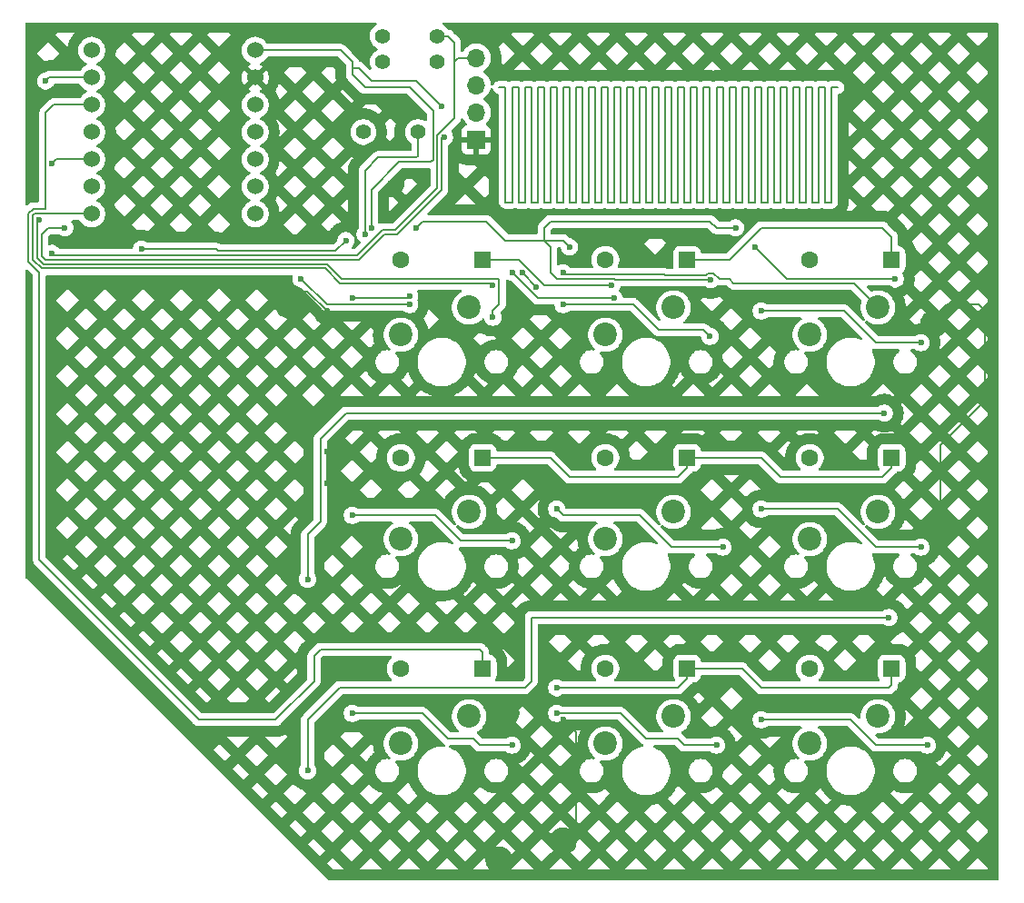
<source format=gbr>
%TF.GenerationSoftware,KiCad,Pcbnew,9.0.6*%
%TF.CreationDate,2025-12-07T14:47:38+00:00*%
%TF.ProjectId,RP-00,52502d30-302e-46b6-9963-61645f706362,rev?*%
%TF.SameCoordinates,Original*%
%TF.FileFunction,Copper,L2,Bot*%
%TF.FilePolarity,Positive*%
%FSLAX46Y46*%
G04 Gerber Fmt 4.6, Leading zero omitted, Abs format (unit mm)*
G04 Created by KiCad (PCBNEW 9.0.6) date 2025-12-07 14:47:38*
%MOMM*%
%LPD*%
G01*
G04 APERTURE LIST*
G04 Aperture macros list*
%AMRoundRect*
0 Rectangle with rounded corners*
0 $1 Rounding radius*
0 $2 $3 $4 $5 $6 $7 $8 $9 X,Y pos of 4 corners*
0 Add a 4 corners polygon primitive as box body*
4,1,4,$2,$3,$4,$5,$6,$7,$8,$9,$2,$3,0*
0 Add four circle primitives for the rounded corners*
1,1,$1+$1,$2,$3*
1,1,$1+$1,$4,$5*
1,1,$1+$1,$6,$7*
1,1,$1+$1,$8,$9*
0 Add four rect primitives between the rounded corners*
20,1,$1+$1,$2,$3,$4,$5,0*
20,1,$1+$1,$4,$5,$6,$7,0*
20,1,$1+$1,$6,$7,$8,$9,0*
20,1,$1+$1,$8,$9,$2,$3,0*%
G04 Aperture macros list end*
%TA.AperFunction,ComponentPad*%
%ADD10C,1.400000*%
%TD*%
%TA.AperFunction,ComponentPad*%
%ADD11C,2.200000*%
%TD*%
%TA.AperFunction,ComponentPad*%
%ADD12C,1.524000*%
%TD*%
%TA.AperFunction,ComponentPad*%
%ADD13R,1.700000X1.700000*%
%TD*%
%TA.AperFunction,ComponentPad*%
%ADD14O,1.700000X1.700000*%
%TD*%
%TA.AperFunction,ComponentPad*%
%ADD15RoundRect,0.250000X0.550000X0.550000X-0.550000X0.550000X-0.550000X-0.550000X0.550000X-0.550000X0*%
%TD*%
%TA.AperFunction,ComponentPad*%
%ADD16C,1.600000*%
%TD*%
%TA.AperFunction,ViaPad*%
%ADD17C,0.600000*%
%TD*%
%TA.AperFunction,Conductor*%
%ADD18C,0.200000*%
%TD*%
G04 APERTURE END LIST*
D10*
%TO.P,R1,1*%
%TO.N,Net-(U1-GPIO3{slash}MOSI)*%
X106045000Y-50165150D03*
%TO.P,R1,2*%
%TO.N,LEDData*%
X111125000Y-50165150D03*
%TD*%
%TO.P,R2,1*%
%TO.N,Net-(J1-Pin_3)*%
X112910900Y-43616550D03*
%TO.P,R2,2*%
%TO.N,LED5V1*%
X107830900Y-43616550D03*
%TD*%
D11*
%TO.P,SW6,1,1*%
%TO.N,Column 1*%
X134938000Y-104617250D03*
%TO.P,SW6,2,2*%
%TO.N,Net-(Diode6-A)*%
X128588000Y-107157250D03*
%TD*%
%TO.P,SW4,1,1*%
%TO.N,Column 1*%
X134938000Y-66517250D03*
%TO.P,SW4,2,2*%
%TO.N,Net-(Diode4-A)*%
X128588000Y-69057250D03*
%TD*%
D10*
%TO.P,R3,1*%
%TO.N,Net-(J1-Pin_4)*%
X112910900Y-41235350D03*
%TO.P,R3,2*%
%TO.N,LED5V1*%
X107830900Y-41235350D03*
%TD*%
D12*
%TO.P,U1,1,GPIO26/ADC0/A0*%
%TO.N,Row 0*%
X80724800Y-42544850D03*
%TO.P,U1,2,GPIO27/ADC1/A1*%
%TO.N,Row 1*%
X80724800Y-45084850D03*
%TO.P,U1,3,GPIO28/ADC2/A2*%
%TO.N,Row 2*%
X80724800Y-47624850D03*
%TO.P,U1,4,GPIO29/ADC3/A3*%
%TO.N,unconnected-(U1-GPIO29{slash}ADC3{slash}A3-Pad4)_1*%
X80724800Y-50164850D03*
%TO.P,U1,5,GPIO6/SDA*%
%TO.N,Net-(J1-Pin_4)*%
X80724800Y-52704850D03*
%TO.P,U1,6,GPIO7/SCL*%
%TO.N,Net-(J1-Pin_3)*%
X80724800Y-55244850D03*
%TO.P,U1,7,GPIO0/TX*%
%TO.N,Column 3*%
X80724800Y-57784850D03*
%TO.P,U1,8,GPIO1/RX*%
%TO.N,unconnected-(U1-GPIO1{slash}RX-Pad8)*%
X95964800Y-57784850D03*
%TO.P,U1,9,GPIO2/SCK*%
%TO.N,Column 0*%
X95964800Y-55244850D03*
%TO.P,U1,10,GPIO4/MISO*%
%TO.N,Column 1*%
X95964800Y-52704850D03*
%TO.P,U1,11,GPIO3/MOSI*%
%TO.N,Net-(U1-GPIO3{slash}MOSI)*%
X95964800Y-50164850D03*
%TO.P,U1,12,3V3*%
%TO.N,unconnected-(U1-3V3-Pad12)_1*%
X95964800Y-47624850D03*
%TO.P,U1,13,GND*%
%TO.N,GND*%
X95964800Y-45084850D03*
%TO.P,U1,14,VBUS*%
%TO.N,LED5V1*%
X95964800Y-42544850D03*
%TD*%
D11*
%TO.P,SW5,1,1*%
%TO.N,Column 1*%
X134938000Y-85567250D03*
%TO.P,SW5,2,2*%
%TO.N,Net-(Diode5-A)*%
X128588000Y-88107250D03*
%TD*%
%TO.P,SW9,1,1*%
%TO.N,Column 3*%
X153988000Y-104617250D03*
%TO.P,SW9,2,2*%
%TO.N,Net-(Diode9-A)*%
X147638000Y-107157250D03*
%TD*%
D13*
%TO.P,J1,1,Pin_1*%
%TO.N,GND*%
X116567900Y-50883350D03*
D14*
%TO.P,J1,2,Pin_2*%
%TO.N,LED5V1*%
X116567900Y-48343350D03*
%TO.P,J1,3,Pin_3*%
%TO.N,Net-(J1-Pin_3)*%
X116567900Y-45803350D03*
%TO.P,J1,4,Pin_4*%
%TO.N,Net-(J1-Pin_4)*%
X116567900Y-43263350D03*
%TD*%
D11*
%TO.P,SW2,1,1*%
%TO.N,Column 0*%
X115888000Y-85567250D03*
%TO.P,SW2,2,2*%
%TO.N,Net-(Diode2-A)*%
X109538000Y-88107250D03*
%TD*%
%TO.P,SW8,1,1*%
%TO.N,Column 3*%
X153988000Y-85567250D03*
%TO.P,SW8,2,2*%
%TO.N,Net-(Diode8-A)*%
X147638000Y-88107250D03*
%TD*%
%TO.P,SW3,1,1*%
%TO.N,Column 0*%
X115888000Y-104617250D03*
%TO.P,SW3,2,2*%
%TO.N,Net-(Diode3-A)*%
X109538000Y-107157250D03*
%TD*%
%TO.P,SW1,1,1*%
%TO.N,Column 0*%
X115888000Y-66517250D03*
%TO.P,SW1,2,2*%
%TO.N,Net-(Diode1-A)*%
X109538000Y-69057250D03*
%TD*%
%TO.P,SW7,1,1*%
%TO.N,Column 3*%
X153988000Y-66517250D03*
%TO.P,SW7,2,2*%
%TO.N,Net-(Diode7-A)*%
X147638000Y-69057250D03*
%TD*%
D15*
%TO.P,Diode3,1,K*%
%TO.N,Row 2*%
X117157984Y-100171298D03*
D16*
%TO.P,Diode3,2,A*%
%TO.N,Net-(Diode3-A)*%
X109537984Y-100171298D03*
%TD*%
D15*
%TO.P,Diode9,1,K*%
%TO.N,Row 2*%
X155258016Y-100171298D03*
D16*
%TO.P,Diode9,2,A*%
%TO.N,Net-(Diode9-A)*%
X147638016Y-100171298D03*
%TD*%
D15*
%TO.P,Diode8,1,K*%
%TO.N,Row 1*%
X155258016Y-80525969D03*
D16*
%TO.P,Diode8,2,A*%
%TO.N,Net-(Diode8-A)*%
X147638016Y-80525969D03*
%TD*%
D15*
%TO.P,Diode1,1,K*%
%TO.N,Row 0*%
X117157504Y-62071266D03*
D16*
%TO.P,Diode1,2,A*%
%TO.N,Net-(Diode1-A)*%
X109537504Y-62071266D03*
%TD*%
D15*
%TO.P,Diode4,1,K*%
%TO.N,Row 0*%
X136208000Y-62071266D03*
D16*
%TO.P,Diode4,2,A*%
%TO.N,Net-(Diode4-A)*%
X128588000Y-62071266D03*
%TD*%
D15*
%TO.P,Diode2,1,K*%
%TO.N,Row 1*%
X117157984Y-80525969D03*
D16*
%TO.P,Diode2,2,A*%
%TO.N,Net-(Diode2-A)*%
X109537984Y-80525969D03*
%TD*%
D15*
%TO.P,Diode5,1,K*%
%TO.N,Row 1*%
X136208000Y-80525969D03*
D16*
%TO.P,Diode5,2,A*%
%TO.N,Net-(Diode5-A)*%
X128588000Y-80525969D03*
%TD*%
D15*
%TO.P,Diode6,1,K*%
%TO.N,Row 2*%
X136208000Y-100171298D03*
D16*
%TO.P,Diode6,2,A*%
%TO.N,Net-(Diode6-A)*%
X128588000Y-100171298D03*
%TD*%
D15*
%TO.P,Diode7,1,K*%
%TO.N,Row 0*%
X155258016Y-62071266D03*
D16*
%TO.P,Diode7,2,A*%
%TO.N,Net-(Diode7-A)*%
X147638016Y-62071266D03*
%TD*%
D17*
%TO.N,LED5V1*%
X110966252Y-59099388D03*
X142517841Y-60880640D03*
X125253764Y-60880640D03*
X140731902Y-59099388D03*
X106803748Y-59099388D03*
X113352100Y-47783650D03*
X155614727Y-63857205D03*
X138398612Y-63905167D03*
%TO.N,Net-(D1-DOUT)*%
X105013122Y-65638457D03*
X110370939Y-65438454D03*
%TO.N,LEDData*%
X106203748Y-59690014D03*
%TO.N,Net-(D2-DOUT)*%
X124653764Y-66238457D03*
X138350650Y-69215022D03*
%TO.N,Row 0*%
X104417809Y-60285327D03*
X85367793Y-61070266D03*
X129188000Y-64457205D03*
%TO.N,Row 1*%
X118110008Y-67429083D03*
X76438800Y-45402450D03*
X75848200Y-58384850D03*
%TO.N,Row 2*%
X124063138Y-101957237D03*
%TO.N,Column 0*%
X100250618Y-63857205D03*
X110370939Y-66238457D03*
%TO.N,Column 1*%
X129420955Y-65638457D03*
X119895947Y-63261892D03*
%TO.N,Column 3*%
X124653764Y-63257205D03*
X118105321Y-64457205D03*
%TO.N,Net-(J1-Pin_4)*%
X77034100Y-61471266D03*
X77029400Y-53141350D03*
%TO.N,Net-(J1-Pin_3)*%
X78229400Y-59094350D03*
X113608393Y-50632460D03*
%TO.N,Net-(D3-DOUT)*%
X143113154Y-66833770D03*
X157995979Y-69810335D03*
%TO.N,Data1*%
X100845931Y-91836916D03*
X154588000Y-76358778D03*
%TO.N,Net-(D5-DOUT)*%
X105013122Y-85883786D03*
X119895947Y-88265038D03*
%TO.N,Net-(D6-DOUT)*%
X124063138Y-85288473D03*
X139541276Y-88860351D03*
%TO.N,Net-(D7-DOUT)*%
X157995979Y-88860351D03*
X143113154Y-85288473D03*
%TO.N,Data2*%
X155019414Y-95408794D03*
X100845931Y-109696306D03*
%TO.N,Net-(D10-DIN)*%
X105013122Y-104338489D03*
X119895947Y-107315054D03*
%TO.N,Net-(D10-DOUT)*%
X124063138Y-104338489D03*
X138945963Y-107315054D03*
%TO.N,Net-(D11-DOUT)*%
X143113154Y-104933802D03*
X158591292Y-107315054D03*
%TO.N,GND*%
X108585000Y-54927510D03*
X159781918Y-87079099D03*
X124658451Y-116244749D03*
X111561500Y-53736650D03*
X118110008Y-106124428D03*
X124653764Y-104938489D03*
X102631870Y-66838457D03*
X122150591Y-64579126D03*
X100250618Y-76358778D03*
X102636557Y-82907221D03*
X120834358Y-63262892D03*
X99059992Y-66238457D03*
X159186605Y-68029083D03*
X102636557Y-79930656D03*
X118705321Y-118030688D03*
X121086573Y-59094701D03*
X119300634Y-104338489D03*
%TD*%
D18*
%TO.N,*%
X131206894Y-56713449D02*
X131206894Y-45997815D01*
X122277199Y-45997815D02*
X122277199Y-56713449D01*
X137755337Y-45997815D02*
X137755337Y-56713449D01*
X119300634Y-56713449D02*
X119300634Y-45997815D01*
X126444390Y-56713449D02*
X126444390Y-45997815D01*
X141327215Y-56713449D02*
X140731902Y-56713449D01*
X122872512Y-45997815D02*
X122277199Y-45997815D01*
X124063138Y-45997815D02*
X123467825Y-45997815D01*
X142517841Y-56713449D02*
X141922528Y-56713449D01*
X135374085Y-45997815D02*
X135374085Y-56713449D01*
X148470971Y-56713449D02*
X147875658Y-56713449D01*
X132992833Y-45997815D02*
X132992833Y-56713449D01*
X121086573Y-45997815D02*
X121086573Y-56713449D01*
X143708467Y-45997815D02*
X143708467Y-56713449D01*
X123467825Y-45997815D02*
X123467825Y-56713449D01*
X140731902Y-45997815D02*
X140136589Y-45997815D01*
X127635016Y-56713449D02*
X127635016Y-45997815D01*
X136564711Y-56713449D02*
X135969398Y-56713449D01*
X133588146Y-45997815D02*
X132992833Y-45997815D01*
X127635016Y-45997815D02*
X127039703Y-45997815D01*
X123467825Y-56713449D02*
X122872512Y-56713449D01*
X120491260Y-56713449D02*
X120491260Y-45997815D01*
X145494406Y-45997815D02*
X144899093Y-45997815D01*
X127039703Y-45997815D02*
X127039703Y-56713449D01*
X135969398Y-45997815D02*
X135374085Y-45997815D01*
X149066284Y-45997815D02*
X148470971Y-45997815D01*
X142517841Y-45997815D02*
X142517841Y-56713449D01*
X143113154Y-56713449D02*
X143113154Y-45997815D01*
X141327215Y-45997815D02*
X141327215Y-56713449D01*
X132397520Y-45997815D02*
X131802207Y-45997815D01*
X129420955Y-45997815D02*
X129420955Y-56713449D01*
X144899093Y-56713449D02*
X144303780Y-56713449D01*
X135374085Y-56713449D02*
X134778772Y-56713449D01*
X138350650Y-45997815D02*
X137755337Y-45997815D01*
X125849077Y-56713449D02*
X125253764Y-56713449D01*
X141922528Y-45997815D02*
X141327215Y-45997815D01*
X129420955Y-56713449D02*
X128825642Y-56713449D01*
X148470971Y-45997815D02*
X148470971Y-56713449D01*
X134183459Y-56713449D02*
X133588146Y-56713449D01*
X120491260Y-45997815D02*
X119895947Y-45997815D01*
X139541276Y-45997815D02*
X138945963Y-45997815D01*
X147875658Y-45997815D02*
X147280345Y-45997815D01*
X134778772Y-56713449D02*
X134778772Y-45997815D01*
X121086573Y-56713449D02*
X120491260Y-56713449D01*
X124658451Y-45997815D02*
X124658451Y-56713449D01*
X119895947Y-45997815D02*
X119895947Y-56713449D01*
X141922528Y-56713449D02*
X141922528Y-45997815D01*
X143113154Y-45997815D02*
X142517841Y-45997815D01*
X128825642Y-45997815D02*
X128230329Y-45997815D01*
X127039703Y-56713449D02*
X126444390Y-56713449D01*
X130016268Y-45997815D02*
X129420955Y-45997815D01*
X132397520Y-56713449D02*
X132397520Y-45997815D01*
X139541276Y-56713449D02*
X139541276Y-45997815D01*
X131802207Y-56713449D02*
X131206894Y-56713449D01*
X134183459Y-45997815D02*
X134183459Y-56713449D01*
X147875658Y-56713449D02*
X147875658Y-45997815D01*
X137160024Y-45997815D02*
X136564711Y-45997815D01*
X146685032Y-56713449D02*
X146685032Y-45997815D01*
X122872512Y-56713449D02*
X122872512Y-45997815D01*
X130016268Y-56713449D02*
X130016268Y-45997815D01*
X128825642Y-56713449D02*
X128825642Y-45997815D01*
X124658451Y-56713449D02*
X124063138Y-56713449D01*
X122277199Y-56713449D02*
X121681886Y-56713449D01*
X125253764Y-56713449D02*
X125253764Y-45997815D01*
X128230329Y-45997815D02*
X128230329Y-56713449D01*
X149066284Y-56713449D02*
X149066284Y-45997815D01*
X126444390Y-45997815D02*
X125849077Y-45997815D01*
X124063138Y-56713449D02*
X124063138Y-45997815D01*
X138945963Y-45997815D02*
X138945963Y-56713449D01*
X147280345Y-56713449D02*
X146685032Y-56713449D01*
X140136589Y-45997815D02*
X140136589Y-56713449D01*
X121681886Y-45997815D02*
X121086573Y-45997815D01*
X128230329Y-56713449D02*
X127635016Y-56713449D01*
X131802207Y-45997815D02*
X131802207Y-56713449D01*
X130611581Y-45997815D02*
X130611581Y-56713449D01*
X144303780Y-56713449D02*
X144303780Y-45997815D01*
X121681886Y-56713449D02*
X121681886Y-45997815D01*
X149661597Y-56713449D02*
X149066284Y-56713449D01*
X133588146Y-56713449D02*
X133588146Y-45997815D01*
X125849077Y-45997815D02*
X125849077Y-56713449D01*
X144899093Y-45997815D02*
X144899093Y-56713449D01*
X146089719Y-45997815D02*
X146089719Y-56713449D01*
X131206894Y-45997815D02*
X130611581Y-45997815D01*
X130611581Y-56713449D02*
X130016268Y-56713449D01*
X132992833Y-56713449D02*
X132397520Y-56713449D01*
X146685032Y-45997815D02*
X146089719Y-45997815D01*
X119300634Y-45997815D02*
X118705321Y-45997815D01*
X149661597Y-45997815D02*
X149661597Y-56713449D01*
X138350650Y-56713449D02*
X138350650Y-45997815D01*
X143708467Y-56713449D02*
X143113154Y-56713449D01*
X145494406Y-56713449D02*
X145494406Y-45997815D01*
X140731902Y-56713449D02*
X140731902Y-45997815D01*
X134778772Y-45997815D02*
X134183459Y-45997815D01*
X135969398Y-56713449D02*
X135969398Y-45997815D01*
X137755337Y-56713449D02*
X137160024Y-56713449D01*
X137160024Y-56713449D02*
X137160024Y-45997815D01*
X144303780Y-45997815D02*
X143708467Y-45997815D01*
X125253764Y-45997815D02*
X124658451Y-45997815D01*
X147280345Y-45997815D02*
X147280345Y-56713449D01*
X138945963Y-56713449D02*
X138350650Y-56713449D01*
X136564711Y-45997815D02*
X136564711Y-56713449D01*
X146089719Y-56713449D02*
X145494406Y-56713449D01*
X149661597Y-45997815D02*
X150256910Y-45997815D01*
X119895947Y-56713449D02*
X119300634Y-56713449D01*
X140136589Y-56713449D02*
X139541276Y-56713449D01*
%TO.N,LED5V1*%
X103941850Y-42545200D02*
X101917200Y-42545200D01*
X122872512Y-60285327D02*
X119300634Y-60285327D01*
X112545504Y-52752646D02*
X112545504Y-48172354D01*
X123467825Y-60880640D02*
X122872512Y-60285327D01*
X124063138Y-63857205D02*
X123467825Y-63261892D01*
X109374200Y-52947450D02*
X112350700Y-52947450D01*
X113347400Y-47783650D02*
X110966200Y-45402450D01*
X106803748Y-55517902D02*
X109374200Y-52947450D01*
X106799100Y-45402450D02*
X105608500Y-44211850D01*
X111566252Y-58499388D02*
X111564045Y-58501595D01*
X112350700Y-52947450D02*
X112545504Y-52752646D01*
X125253764Y-60880640D02*
X124658451Y-60285327D01*
X112545504Y-48172354D02*
X110370900Y-45997750D01*
X105608500Y-44211850D02*
X105013200Y-44211850D01*
X106203800Y-45997750D02*
X105013200Y-44807150D01*
X119300634Y-60285327D02*
X117514695Y-58499388D01*
X105013200Y-43616550D02*
X103941850Y-42545200D01*
X138950650Y-59099388D02*
X138350650Y-58499388D01*
X106803748Y-59099388D02*
X106803748Y-55517902D01*
X124658451Y-60285327D02*
X122872512Y-60285327D01*
X145494406Y-63857205D02*
X142517841Y-60880640D01*
X112154255Y-58501595D02*
X111564045Y-58501595D01*
X101917200Y-42545200D02*
X101916850Y-42544850D01*
X117514695Y-58499388D02*
X111566252Y-58499388D01*
X110370900Y-45997750D02*
X106203800Y-45997750D01*
X105013200Y-44211850D02*
X105013200Y-43616550D01*
X105013200Y-44807150D02*
X105013200Y-44211850D01*
X155614727Y-63857205D02*
X146089719Y-63857205D01*
X106803748Y-59099388D02*
X106799061Y-59094701D01*
X122872512Y-59094701D02*
X122872512Y-60285327D01*
X138350650Y-58499388D02*
X123467825Y-58499388D01*
X123467825Y-58499388D02*
X122872512Y-59094701D01*
X101916850Y-42544850D02*
X96560100Y-42544850D01*
X146089719Y-63857205D02*
X145494406Y-63857205D01*
X138398612Y-63905167D02*
X129468917Y-63905167D01*
X110966200Y-45402450D02*
X106799100Y-45402450D01*
X113352100Y-47783650D02*
X113347400Y-47783650D01*
X129468917Y-63905167D02*
X129420955Y-63857205D01*
X129420955Y-63857205D02*
X124063138Y-63857205D01*
X140731902Y-59099388D02*
X138950650Y-59099388D01*
X123467825Y-63261892D02*
X123467825Y-60880640D01*
X111564045Y-58501595D02*
X110966252Y-59099388D01*
%TO.N,Net-(D1-DOUT)*%
X110166249Y-65643144D02*
X105017809Y-65643144D01*
X110370939Y-65438454D02*
X110166249Y-65643144D01*
X105017809Y-65643144D02*
X105013122Y-65638457D01*
%TO.N,LEDData*%
X111125000Y-52387750D02*
X111125000Y-50165150D01*
X106203700Y-59689966D02*
X106203700Y-53737100D01*
X106203748Y-59690014D02*
X106203700Y-59689966D01*
X107394350Y-52546450D02*
X110966300Y-52546450D01*
X110966300Y-52546450D02*
X111125000Y-52387750D01*
X106203700Y-53737100D02*
X107394350Y-52546450D01*
%TO.N,Net-(D2-DOUT)*%
X131206894Y-66238457D02*
X133588146Y-68619709D01*
X124653764Y-66238457D02*
X131206894Y-66238457D01*
X133588146Y-68619709D02*
X137755337Y-68619709D01*
X137755337Y-68619709D02*
X138350650Y-69215022D01*
%TO.N,Row 0*%
X103433870Y-61269266D02*
X92511549Y-61269266D01*
X92511549Y-61269266D02*
X92312549Y-61070266D01*
X140136589Y-62071266D02*
X136208000Y-62071266D01*
X92312549Y-61070266D02*
X85367793Y-61070266D01*
X155258016Y-59928616D02*
X154424101Y-59094701D01*
X143113154Y-59094701D02*
X140136589Y-62071266D01*
X155258016Y-62071266D02*
X155258016Y-59928616D01*
X129188000Y-64457205D02*
X122877199Y-64457205D01*
X154424101Y-59094701D02*
X143113154Y-59094701D01*
X104417809Y-60285327D02*
X103433870Y-61269266D01*
X122877199Y-64457205D02*
X120491260Y-62071266D01*
X120491260Y-62071266D02*
X117157504Y-62071266D01*
%TO.N,Row 1*%
X118110008Y-66833770D02*
X118705321Y-66238457D01*
X144899093Y-82311908D02*
X154424101Y-82311908D01*
X143113154Y-80525969D02*
X144899093Y-82311908D01*
X125253764Y-82311908D02*
X135374085Y-82311908D01*
X81007316Y-62472266D02*
X76216716Y-62472266D01*
X155258016Y-81477993D02*
X155258016Y-80525969D01*
X75649200Y-59094350D02*
X75649200Y-58583850D01*
X104016809Y-63857205D02*
X102631870Y-62472266D01*
X118705321Y-66238457D02*
X118705321Y-63857205D01*
X83982854Y-62472266D02*
X81007316Y-62472266D01*
X117157984Y-80525969D02*
X123467825Y-80525969D01*
X118110008Y-67429083D02*
X118110008Y-66833770D01*
X76127050Y-62382600D02*
X75649200Y-61904750D01*
X136208000Y-81477993D02*
X136208000Y-80525969D01*
X76216716Y-62472266D02*
X76127050Y-62382600D01*
X75649200Y-58583850D02*
X75848200Y-58384850D01*
X136208000Y-80525969D02*
X143113154Y-80525969D01*
X102631870Y-62472266D02*
X83982854Y-62472266D01*
X135374085Y-82311908D02*
X136208000Y-81477993D01*
X118705321Y-63857205D02*
X104016809Y-63857205D01*
X75649200Y-61904750D02*
X75649200Y-59094350D01*
X154424101Y-82311908D02*
X155258016Y-81477993D01*
X76438800Y-45402450D02*
X76756400Y-45084850D01*
X123467825Y-80525969D02*
X125253764Y-82311908D01*
X76756400Y-45084850D02*
X80724800Y-45084850D01*
%TO.N,Row 2*%
X75842785Y-90050977D02*
X75842785Y-63232535D01*
X74847200Y-57737650D02*
X75276400Y-57308450D01*
X101441244Y-101361924D02*
X97869366Y-104933802D01*
X117157984Y-98623961D02*
X116919382Y-98385359D01*
X135374085Y-101957237D02*
X136208000Y-101123322D01*
X143113154Y-101957237D02*
X155019414Y-101957237D01*
X75276400Y-57308450D02*
X76438800Y-57308450D01*
X116919382Y-98385359D02*
X102036557Y-98385359D01*
X102036557Y-98385359D02*
X101441244Y-98980672D01*
X90725610Y-104933802D02*
X75842785Y-90050977D01*
X76428400Y-48389350D02*
X77192900Y-47624850D01*
X124063138Y-101957237D02*
X135374085Y-101957237D01*
X75842785Y-63232535D02*
X74847200Y-62236950D01*
X76438800Y-57308450D02*
X76428400Y-57298050D01*
X97869366Y-104933802D02*
X90725610Y-104933802D01*
X74847200Y-62236950D02*
X74847200Y-57737650D01*
X136208000Y-101123322D02*
X136208000Y-100171298D01*
X101441244Y-98980672D02*
X101441244Y-101361924D01*
X141327215Y-100171298D02*
X143113154Y-101957237D01*
X155258016Y-101718635D02*
X155258016Y-100171298D01*
X136208000Y-100171298D02*
X141327215Y-100171298D01*
X155019414Y-101957237D02*
X155258016Y-101718635D01*
X76428400Y-57298050D02*
X76428400Y-48389350D01*
X117157984Y-100171298D02*
X117157984Y-98623961D01*
X77192900Y-47624850D02*
X80724800Y-47624850D01*
%TO.N,Column 0*%
X110370939Y-66238457D02*
X102631870Y-66238457D01*
X102631870Y-66238457D02*
X100250618Y-63857205D01*
%TO.N,Column 1*%
X122272512Y-65638457D02*
X119895947Y-63261892D01*
X129420955Y-65638457D02*
X122272512Y-65638457D01*
%TO.N,Column 3*%
X134183459Y-63504167D02*
X137949669Y-63504167D01*
X75248200Y-57903750D02*
X75367100Y-57784850D01*
X138149669Y-63304167D02*
X138647555Y-63304167D01*
X76050616Y-62873266D02*
X75248200Y-62070850D01*
X151728955Y-64258205D02*
X153988000Y-66517250D01*
X102465770Y-62873266D02*
X76050616Y-62873266D01*
X140136589Y-63857205D02*
X140537589Y-64258205D01*
X75248200Y-62070850D02*
X75248200Y-57903750D01*
X118105321Y-64457205D02*
X117906321Y-64258205D01*
X140537589Y-64258205D02*
X151728955Y-64258205D01*
X124852764Y-63456205D02*
X134135497Y-63456205D01*
X137949669Y-63504167D02*
X138149669Y-63304167D01*
X139200593Y-63857205D02*
X140136589Y-63857205D01*
X134135497Y-63456205D02*
X134183459Y-63504167D01*
X138647555Y-63304167D02*
X139200593Y-63857205D01*
X75367100Y-57784850D02*
X80724800Y-57784850D01*
X103850709Y-64258205D02*
X102465770Y-62873266D01*
X124653764Y-63257205D02*
X124852764Y-63456205D01*
X117906321Y-64258205D02*
X103850709Y-64258205D01*
%TO.N,Net-(J1-Pin_4)*%
X114891200Y-43263350D02*
X114538000Y-43616550D01*
X114538000Y-48854323D02*
X112946504Y-50445819D01*
X112910900Y-41235350D02*
X113942700Y-41235350D01*
X84966793Y-61670266D02*
X77233100Y-61670266D01*
X112946504Y-55356723D02*
X109014213Y-59289014D01*
X116567900Y-43263350D02*
X114891200Y-43263350D01*
X112946504Y-50445819D02*
X112946504Y-55356723D01*
X113942700Y-41235350D02*
X114538000Y-41830650D01*
X107823587Y-59289014D02*
X105442335Y-61670266D01*
X77465900Y-52704850D02*
X80724800Y-52704850D01*
X109014213Y-59289014D02*
X107823587Y-59289014D01*
X114538000Y-41830650D02*
X114538000Y-43616550D01*
X77029400Y-53141350D02*
X77465900Y-52704850D01*
X77233100Y-61670266D02*
X77034100Y-61471266D01*
X105442335Y-61670266D02*
X84966793Y-61670266D01*
X114538000Y-43616550D02*
X114538000Y-48854323D01*
%TO.N,Net-(J1-Pin_3)*%
X76050200Y-61738650D02*
X76050200Y-59689650D01*
X109180313Y-59690014D02*
X107989687Y-59690014D01*
X76645500Y-59094350D02*
X78229400Y-59094350D01*
X113347504Y-50760319D02*
X113347504Y-55522823D01*
X76050200Y-59689650D02*
X76645500Y-59094350D01*
X76382816Y-62071266D02*
X76050200Y-61738650D01*
X105608435Y-62071266D02*
X76382816Y-62071266D01*
X107989687Y-59690014D02*
X105608435Y-62071266D01*
X113347504Y-55522823D02*
X109180313Y-59690014D01*
X113541878Y-50565945D02*
X113347504Y-50760319D01*
%TO.N,Net-(D3-DOUT)*%
X150852223Y-66833770D02*
X153828788Y-69810335D01*
X153828788Y-69810335D02*
X155614727Y-69810335D01*
X143113154Y-66833770D02*
X150852223Y-66833770D01*
X155614727Y-69810335D02*
X157995979Y-69810335D01*
%TO.N,Data1*%
X140731902Y-76358778D02*
X127635016Y-76358778D01*
X118110008Y-76358778D02*
X104417809Y-76358778D01*
X100845931Y-87669725D02*
X100845931Y-91836916D01*
X102036557Y-86479099D02*
X101441244Y-87074412D01*
X118705321Y-76358778D02*
X118110008Y-76358778D01*
X104417809Y-76358778D02*
X102036557Y-78740030D01*
X102036557Y-78740030D02*
X102036557Y-86479099D01*
X154588000Y-76358778D02*
X140731902Y-76358778D01*
X101441244Y-87074412D02*
X100845931Y-87669725D01*
X127635016Y-76358778D02*
X118705321Y-76358778D01*
%TO.N,Net-(D5-DOUT)*%
X112752191Y-85883786D02*
X113347504Y-86479099D01*
X115133443Y-88265038D02*
X117514695Y-88265038D01*
X117514695Y-88265038D02*
X119895947Y-88265038D01*
X105013122Y-85883786D02*
X112752191Y-85883786D01*
X113347504Y-86479099D02*
X115133443Y-88265038D01*
%TO.N,Net-(D6-DOUT)*%
X136564711Y-88860351D02*
X139541276Y-88860351D01*
X134778772Y-88860351D02*
X136564711Y-88860351D01*
X124063138Y-85288473D02*
X124658451Y-85883786D01*
X131802207Y-85883786D02*
X133588146Y-87669725D01*
X133588146Y-87669725D02*
X134778772Y-88860351D01*
X130611581Y-85883786D02*
X131802207Y-85883786D01*
X124658451Y-85883786D02*
X130611581Y-85883786D01*
%TO.N,Net-(D7-DOUT)*%
X143113154Y-85288473D02*
X150256910Y-85288473D01*
X150256910Y-85288473D02*
X153828788Y-88860351D01*
X153828788Y-88860351D02*
X155019414Y-88860351D01*
X155019414Y-88860351D02*
X157995979Y-88860351D01*
%TO.N,Data2*%
X100845931Y-105529115D02*
X100845931Y-109696306D01*
X100845931Y-104933802D02*
X100845931Y-105529115D01*
X102631870Y-103147863D02*
X100845931Y-104933802D01*
X121681886Y-95408794D02*
X121681886Y-101361924D01*
X105608435Y-101957237D02*
X103822496Y-101957237D01*
X103822496Y-101957237D02*
X102631870Y-103147863D01*
X155019414Y-95408794D02*
X134183459Y-95408794D01*
X121086573Y-101957237D02*
X105608435Y-101957237D01*
X121681886Y-101361924D02*
X121086573Y-101957237D01*
X134183459Y-95408794D02*
X121681886Y-95408794D01*
%TO.N,Net-(D10-DIN)*%
X116919382Y-107315054D02*
X119895947Y-107315054D01*
X111561565Y-104338489D02*
X113942817Y-106719741D01*
X113942817Y-106719741D02*
X116324069Y-106719741D01*
X116324069Y-106719741D02*
X116919382Y-107315054D01*
X105013122Y-104338489D02*
X111561565Y-104338489D01*
%TO.N,Net-(D10-DOUT)*%
X135969398Y-107315054D02*
X138945963Y-107315054D01*
X124063138Y-104338489D02*
X130016268Y-104338489D01*
X135374085Y-106719741D02*
X135969398Y-107315054D01*
X132397520Y-106719741D02*
X135374085Y-106719741D01*
X130016268Y-104338489D02*
X132397520Y-106719741D01*
%TO.N,Net-(D11-DOUT)*%
X153828788Y-107315054D02*
X158591292Y-107315054D01*
X153233475Y-106719741D02*
X153828788Y-107315054D01*
X151447536Y-104933802D02*
X153233475Y-106719741D01*
X143113154Y-104933802D02*
X151447536Y-104933802D01*
%TO.N,GND*%
X102631870Y-66838457D02*
X100841244Y-65047831D01*
X124653764Y-104938489D02*
X125849077Y-106133802D01*
X160377231Y-66238457D02*
X159186605Y-67429083D01*
X109775626Y-53736884D02*
X109775600Y-53736910D01*
X109775600Y-53736910D02*
X109775860Y-53736650D01*
X109775600Y-53736910D02*
X108585000Y-54927510D01*
X122150591Y-64579126D02*
X120834358Y-63262892D01*
X163353796Y-66238457D02*
X160377231Y-66238457D01*
X159781918Y-79335343D02*
X163949109Y-75168152D01*
X109775860Y-53736650D02*
X111561500Y-53736650D01*
X163949109Y-66833770D02*
X163353796Y-66238457D01*
X100841244Y-65047831D02*
X99655305Y-65047831D01*
X125849077Y-106719741D02*
X125849077Y-115054123D01*
X159186605Y-67429083D02*
X159186605Y-68029083D01*
X99655305Y-65643144D02*
X99059992Y-66238457D01*
X125849077Y-115054123D02*
X124658451Y-116244749D01*
X99655305Y-65047831D02*
X99655305Y-65643144D01*
X159781918Y-87079099D02*
X159781918Y-79930656D01*
X102636557Y-82907221D02*
X102636557Y-79930656D01*
X159781918Y-79930656D02*
X159781918Y-79335343D01*
X163949109Y-75168152D02*
X163949109Y-66833770D01*
X125849077Y-106133802D02*
X125849077Y-106719741D01*
%TD*%
%TA.AperFunction,Conductor*%
%TO.N,GND*%
G36*
X165178739Y-39969485D02*
G01*
X165224494Y-40022289D01*
X165235700Y-40073800D01*
X165235700Y-119789000D01*
X165216015Y-119856039D01*
X165163211Y-119901794D01*
X165111700Y-119913000D01*
X102890426Y-119913000D01*
X102823387Y-119893315D01*
X102802745Y-119876681D01*
X101255255Y-118329191D01*
X102666639Y-118329191D01*
X103252448Y-118915000D01*
X104204980Y-118915000D01*
X104260459Y-118859521D01*
X105671843Y-118859521D01*
X105727322Y-118915000D01*
X107740514Y-118915000D01*
X107795993Y-118859521D01*
X109207377Y-118859521D01*
X109262856Y-118915000D01*
X111276047Y-118915000D01*
X111331525Y-118859521D01*
X112742911Y-118859521D01*
X112798390Y-118915000D01*
X114811581Y-118915000D01*
X114867060Y-118859520D01*
X116278444Y-118859520D01*
X116333924Y-118915000D01*
X117787925Y-118915000D01*
X117740469Y-118867544D01*
X117733617Y-118859521D01*
X119813978Y-118859521D01*
X119869457Y-118915000D01*
X121882649Y-118915000D01*
X121938128Y-118859521D01*
X123349512Y-118859521D01*
X123404991Y-118915000D01*
X125418183Y-118915000D01*
X125473662Y-118859521D01*
X126885046Y-118859521D01*
X126940525Y-118915000D01*
X128953717Y-118915000D01*
X129009196Y-118859521D01*
X130420580Y-118859521D01*
X130476059Y-118915000D01*
X132489251Y-118915000D01*
X132544730Y-118859521D01*
X133956114Y-118859521D01*
X134011593Y-118915000D01*
X136024785Y-118915000D01*
X136080264Y-118859521D01*
X137491648Y-118859521D01*
X137547127Y-118915000D01*
X139560319Y-118915000D01*
X139615798Y-118859521D01*
X141027182Y-118859521D01*
X141082661Y-118915000D01*
X143095853Y-118915000D01*
X143151332Y-118859521D01*
X144562716Y-118859521D01*
X144618195Y-118915000D01*
X146631387Y-118915000D01*
X146686866Y-118859521D01*
X148098250Y-118859521D01*
X148153729Y-118915000D01*
X150166920Y-118915000D01*
X150222399Y-118859520D01*
X151633783Y-118859520D01*
X151689263Y-118915000D01*
X153702454Y-118915000D01*
X153757933Y-118859521D01*
X153757932Y-118859520D01*
X155169317Y-118859520D01*
X155224797Y-118915000D01*
X157237988Y-118915000D01*
X157293467Y-118859521D01*
X158704851Y-118859521D01*
X158760330Y-118915000D01*
X160773522Y-118915000D01*
X160829001Y-118859521D01*
X162240385Y-118859521D01*
X162295864Y-118915000D01*
X164237700Y-118915000D01*
X164237700Y-118732686D01*
X163302460Y-117797446D01*
X162240385Y-118859521D01*
X160829001Y-118859521D01*
X159766926Y-117797446D01*
X158704851Y-118859521D01*
X157293467Y-118859521D01*
X156231392Y-117797446D01*
X155169317Y-118859520D01*
X153757932Y-118859520D01*
X152695858Y-117797446D01*
X151633783Y-118859520D01*
X150222399Y-118859520D01*
X149160324Y-117797446D01*
X148098250Y-118859521D01*
X146686866Y-118859521D01*
X145624791Y-117797446D01*
X144562716Y-118859521D01*
X143151332Y-118859521D01*
X142089257Y-117797446D01*
X141027182Y-118859521D01*
X139615798Y-118859521D01*
X138553723Y-117797446D01*
X137491648Y-118859521D01*
X136080264Y-118859521D01*
X135018189Y-117797446D01*
X133956114Y-118859521D01*
X132544730Y-118859521D01*
X131482655Y-117797446D01*
X130420580Y-118859521D01*
X129009196Y-118859521D01*
X127947121Y-117797446D01*
X126885046Y-118859521D01*
X125473662Y-118859521D01*
X124411587Y-117797446D01*
X123349512Y-118859521D01*
X121938128Y-118859521D01*
X120876053Y-117797446D01*
X119813978Y-118859521D01*
X117733617Y-118859521D01*
X117727832Y-118852748D01*
X117621435Y-118706304D01*
X117611268Y-118689714D01*
X117529089Y-118528430D01*
X117521643Y-118510453D01*
X117465707Y-118338298D01*
X117461165Y-118319378D01*
X117432848Y-118140593D01*
X117431321Y-118121195D01*
X117431321Y-117940181D01*
X117432848Y-117920784D01*
X117437087Y-117894014D01*
X117340519Y-117797446D01*
X116278444Y-118859520D01*
X114867060Y-118859520D01*
X113804985Y-117797446D01*
X112742911Y-118859521D01*
X111331525Y-118859521D01*
X111331526Y-118859520D01*
X110269451Y-117797446D01*
X109207377Y-118859521D01*
X107795993Y-118859521D01*
X106733918Y-117797446D01*
X105671843Y-118859521D01*
X104260459Y-118859521D01*
X103198384Y-117797446D01*
X102666639Y-118329191D01*
X101255255Y-118329191D01*
X99487488Y-116561424D01*
X100898872Y-116561424D01*
X101960946Y-117623498D01*
X102492691Y-117091753D01*
X103904076Y-117091753D01*
X104966151Y-118153828D01*
X106028225Y-117091753D01*
X107439610Y-117091753D01*
X108501685Y-118153828D01*
X109563759Y-117091753D01*
X110975144Y-117091753D01*
X112037218Y-118153828D01*
X113099293Y-117091753D01*
X114510677Y-117091753D01*
X115572752Y-118153828D01*
X116634826Y-117091753D01*
X116358606Y-116815533D01*
X118322432Y-116815533D01*
X118397711Y-116791074D01*
X118416631Y-116786532D01*
X118595416Y-116758215D01*
X118614814Y-116756688D01*
X118795828Y-116756688D01*
X118815226Y-116758215D01*
X118994011Y-116786532D01*
X119012931Y-116791074D01*
X119185086Y-116847010D01*
X119203063Y-116854456D01*
X119364347Y-116936635D01*
X119380937Y-116946802D01*
X119527381Y-117053199D01*
X119542177Y-117065836D01*
X119670173Y-117193832D01*
X119682810Y-117208628D01*
X119789207Y-117355072D01*
X119799374Y-117371662D01*
X119830116Y-117431997D01*
X120170360Y-117091753D01*
X121581745Y-117091753D01*
X122643819Y-118153828D01*
X123477469Y-117320179D01*
X125345704Y-117320179D01*
X126179353Y-118153828D01*
X127241428Y-117091753D01*
X128652813Y-117091753D01*
X129714888Y-118153828D01*
X130776962Y-117091753D01*
X132188347Y-117091753D01*
X133250422Y-118153828D01*
X134312496Y-117091753D01*
X135723881Y-117091753D01*
X136785956Y-118153828D01*
X137848030Y-117091753D01*
X139259415Y-117091753D01*
X140321490Y-118153828D01*
X141383564Y-117091753D01*
X142794949Y-117091753D01*
X143857024Y-118153828D01*
X144919098Y-117091753D01*
X146330483Y-117091753D01*
X147392558Y-118153828D01*
X148454632Y-117091753D01*
X149866017Y-117091753D01*
X150928091Y-118153828D01*
X151990166Y-117091753D01*
X153401550Y-117091753D01*
X154463625Y-118153828D01*
X155525699Y-117091753D01*
X156937084Y-117091753D01*
X157999159Y-118153828D01*
X159061233Y-117091753D01*
X160472618Y-117091753D01*
X161534693Y-118153828D01*
X162596767Y-117091753D01*
X161534693Y-116029679D01*
X160472618Y-117091753D01*
X159061233Y-117091753D01*
X157999159Y-116029679D01*
X156937084Y-117091753D01*
X155525699Y-117091753D01*
X154463625Y-116029679D01*
X153401550Y-117091753D01*
X151990166Y-117091753D01*
X150928091Y-116029679D01*
X149866017Y-117091753D01*
X148454632Y-117091753D01*
X147392558Y-116029679D01*
X146330483Y-117091753D01*
X144919098Y-117091753D01*
X143857024Y-116029679D01*
X142794949Y-117091753D01*
X141383564Y-117091753D01*
X140321490Y-116029679D01*
X139259415Y-117091753D01*
X137848030Y-117091753D01*
X136785956Y-116029679D01*
X135723881Y-117091753D01*
X134312496Y-117091753D01*
X133250422Y-116029679D01*
X132188347Y-117091753D01*
X130776962Y-117091753D01*
X129714888Y-116029679D01*
X128652813Y-117091753D01*
X127241428Y-117091753D01*
X126179354Y-116029679D01*
X125932451Y-116276582D01*
X125932451Y-116335256D01*
X125930924Y-116354654D01*
X125902607Y-116533439D01*
X125898065Y-116552359D01*
X125842129Y-116724514D01*
X125834683Y-116742491D01*
X125752504Y-116903775D01*
X125742337Y-116920365D01*
X125635940Y-117066809D01*
X125623303Y-117081605D01*
X125495307Y-117209601D01*
X125480511Y-117222238D01*
X125345704Y-117320179D01*
X123477469Y-117320179D01*
X123704821Y-117092827D01*
X123693599Y-117081605D01*
X123681027Y-117066886D01*
X122643820Y-116029679D01*
X121581745Y-117091753D01*
X120170360Y-117091753D01*
X119108286Y-116029679D01*
X118322432Y-116815533D01*
X116358606Y-116815533D01*
X115572752Y-116029679D01*
X114510677Y-117091753D01*
X113099293Y-117091753D01*
X112037218Y-116029679D01*
X110975144Y-117091753D01*
X109563759Y-117091753D01*
X108501685Y-116029679D01*
X107439610Y-117091753D01*
X106028225Y-117091753D01*
X104966151Y-116029679D01*
X103904076Y-117091753D01*
X102492691Y-117091753D01*
X101430617Y-116029679D01*
X100898872Y-116561424D01*
X99487488Y-116561424D01*
X97719721Y-114793657D01*
X99131105Y-114793657D01*
X100193180Y-115855732D01*
X100724925Y-115323987D01*
X102136309Y-115323987D01*
X103198384Y-116386062D01*
X104260459Y-115323987D01*
X105671843Y-115323987D01*
X106733918Y-116386062D01*
X107795993Y-115323987D01*
X109207377Y-115323987D01*
X110269451Y-116386061D01*
X111331526Y-115323987D01*
X112742911Y-115323987D01*
X113804985Y-116386061D01*
X114867060Y-115323987D01*
X116278444Y-115323987D01*
X117340519Y-116386061D01*
X118402594Y-115323987D01*
X119813978Y-115323987D01*
X120876053Y-116386062D01*
X121938128Y-115323987D01*
X123349512Y-115323987D01*
X123583020Y-115557495D01*
X123680962Y-115422689D01*
X123693599Y-115407893D01*
X123777505Y-115323987D01*
X126885046Y-115323987D01*
X127947121Y-116386062D01*
X129009196Y-115323987D01*
X130420580Y-115323987D01*
X131482655Y-116386062D01*
X132544730Y-115323987D01*
X133956114Y-115323987D01*
X135018189Y-116386062D01*
X136080264Y-115323987D01*
X137491648Y-115323987D01*
X138553723Y-116386062D01*
X139615798Y-115323987D01*
X141027182Y-115323987D01*
X142089257Y-116386062D01*
X143151332Y-115323987D01*
X144562716Y-115323987D01*
X145624791Y-116386062D01*
X146686866Y-115323987D01*
X148098250Y-115323987D01*
X149160324Y-116386061D01*
X150222399Y-115323987D01*
X151633783Y-115323987D01*
X152695858Y-116386061D01*
X153757933Y-115323987D01*
X155169317Y-115323987D01*
X156231392Y-116386061D01*
X157293467Y-115323987D01*
X158704851Y-115323987D01*
X159766926Y-116386062D01*
X160829001Y-115323987D01*
X162240385Y-115323987D01*
X163302460Y-116386062D01*
X164237700Y-115450822D01*
X164237700Y-115197152D01*
X163302460Y-114261912D01*
X162240385Y-115323987D01*
X160829001Y-115323987D01*
X159766926Y-114261912D01*
X158704851Y-115323987D01*
X157293467Y-115323987D01*
X156231392Y-114261912D01*
X155169317Y-115323987D01*
X153757933Y-115323987D01*
X152695858Y-114261912D01*
X151633783Y-115323987D01*
X150222399Y-115323987D01*
X149160324Y-114261912D01*
X148098250Y-115323987D01*
X146686866Y-115323987D01*
X145624791Y-114261912D01*
X144562716Y-115323987D01*
X143151332Y-115323987D01*
X142089257Y-114261912D01*
X141027182Y-115323987D01*
X139615798Y-115323987D01*
X138553723Y-114261912D01*
X137491648Y-115323987D01*
X136080264Y-115323987D01*
X135018189Y-114261912D01*
X133956114Y-115323987D01*
X132544730Y-115323987D01*
X131482655Y-114261912D01*
X130420580Y-115323987D01*
X129009196Y-115323987D01*
X127947121Y-114261912D01*
X126885046Y-115323987D01*
X123777505Y-115323987D01*
X123821595Y-115279897D01*
X123836391Y-115267260D01*
X123982835Y-115160863D01*
X123999425Y-115150696D01*
X124160709Y-115068517D01*
X124178686Y-115061071D01*
X124350841Y-115005135D01*
X124369761Y-115000593D01*
X124548546Y-114972276D01*
X124567944Y-114970749D01*
X124748958Y-114970749D01*
X124768356Y-114972276D01*
X124947141Y-115000593D01*
X124966061Y-115005135D01*
X125138216Y-115061071D01*
X125156193Y-115068517D01*
X125282600Y-115132925D01*
X124411587Y-114261912D01*
X123349512Y-115323987D01*
X121938128Y-115323987D01*
X120876053Y-114261912D01*
X119813978Y-115323987D01*
X118402594Y-115323987D01*
X117340519Y-114261912D01*
X116278444Y-115323987D01*
X114867060Y-115323987D01*
X113804985Y-114261912D01*
X112742911Y-115323987D01*
X111331526Y-115323987D01*
X110269451Y-114261912D01*
X109207377Y-115323987D01*
X107795993Y-115323987D01*
X106733918Y-114261912D01*
X105671843Y-115323987D01*
X104260459Y-115323987D01*
X103198384Y-114261912D01*
X102136309Y-115323987D01*
X100724925Y-115323987D01*
X99662850Y-114261912D01*
X99131105Y-114793657D01*
X97719721Y-114793657D01*
X95951954Y-113025890D01*
X97363338Y-113025890D01*
X98425413Y-114087965D01*
X98957158Y-113556220D01*
X100368542Y-113556220D01*
X101430617Y-114618295D01*
X102492692Y-113556220D01*
X103904076Y-113556220D01*
X104966151Y-114618295D01*
X106028226Y-113556220D01*
X107439610Y-113556220D01*
X108501685Y-114618295D01*
X109563760Y-113556220D01*
X109563759Y-113556219D01*
X110975143Y-113556219D01*
X112037218Y-114618294D01*
X113099292Y-113556220D01*
X114510677Y-113556220D01*
X115572752Y-114618294D01*
X116634827Y-113556220D01*
X118046211Y-113556220D01*
X119108286Y-114618294D01*
X120170361Y-113556220D01*
X121581745Y-113556220D01*
X122643820Y-114618295D01*
X123705895Y-113556220D01*
X125117279Y-113556220D01*
X126179354Y-114618295D01*
X127241429Y-113556220D01*
X128652813Y-113556220D01*
X129714888Y-114618295D01*
X130776963Y-113556220D01*
X130776962Y-113556219D01*
X132188346Y-113556219D01*
X133250422Y-114618295D01*
X134312497Y-113556220D01*
X135723881Y-113556220D01*
X136785956Y-114618295D01*
X137848031Y-113556220D01*
X139259415Y-113556220D01*
X140321490Y-114618295D01*
X141383565Y-113556220D01*
X142794949Y-113556220D01*
X143857024Y-114618295D01*
X144919099Y-113556220D01*
X146330483Y-113556220D01*
X147392558Y-114618295D01*
X148454633Y-113556220D01*
X148454632Y-113556219D01*
X149866016Y-113556219D01*
X150928091Y-114618294D01*
X151990165Y-113556220D01*
X153401550Y-113556220D01*
X154463625Y-114618294D01*
X155525700Y-113556220D01*
X156937084Y-113556220D01*
X157999159Y-114618295D01*
X159061234Y-113556220D01*
X160472618Y-113556220D01*
X161534693Y-114618295D01*
X162596768Y-113556220D01*
X161534693Y-112494145D01*
X160472618Y-113556220D01*
X159061234Y-113556220D01*
X157999159Y-112494145D01*
X156937084Y-113556220D01*
X155525700Y-113556220D01*
X154463625Y-112494145D01*
X153401550Y-113556220D01*
X151990165Y-113556220D01*
X151990166Y-113556219D01*
X151379697Y-112945750D01*
X151284163Y-112945750D01*
X151280106Y-112945684D01*
X151255575Y-112944881D01*
X151251524Y-112944682D01*
X151218928Y-112942546D01*
X151214883Y-112942214D01*
X151190453Y-112939808D01*
X151186420Y-112939344D01*
X150861541Y-112896572D01*
X150857523Y-112895976D01*
X150833295Y-112891975D01*
X150829305Y-112891249D01*
X150797269Y-112884876D01*
X150793305Y-112884020D01*
X150769413Y-112878449D01*
X150765477Y-112877463D01*
X150591413Y-112830822D01*
X149866016Y-113556219D01*
X148454632Y-113556219D01*
X147392558Y-112494145D01*
X146330483Y-113556220D01*
X144919099Y-113556220D01*
X143857024Y-112494145D01*
X142794949Y-113556220D01*
X141383565Y-113556220D01*
X140321490Y-112494145D01*
X139259415Y-113556220D01*
X137848031Y-113556220D01*
X136785956Y-112494145D01*
X135723881Y-113556220D01*
X134312497Y-113556220D01*
X133509344Y-112753067D01*
X133489766Y-112761177D01*
X133485991Y-112762669D01*
X133462989Y-112771326D01*
X133459158Y-112772696D01*
X133428225Y-112783193D01*
X133424366Y-112784433D01*
X133400906Y-112791548D01*
X133397012Y-112792660D01*
X133080523Y-112877463D01*
X133076587Y-112878449D01*
X133052695Y-112884020D01*
X133048731Y-112884876D01*
X133016695Y-112891249D01*
X133012705Y-112891975D01*
X132988477Y-112895976D01*
X132984458Y-112896572D01*
X132827304Y-112917261D01*
X132188346Y-113556219D01*
X130776962Y-113556219D01*
X129714888Y-112494145D01*
X128652813Y-113556220D01*
X127241429Y-113556220D01*
X126179354Y-112494145D01*
X125117279Y-113556220D01*
X123705895Y-113556220D01*
X122643820Y-112494145D01*
X121581745Y-113556220D01*
X120170361Y-113556220D01*
X119108286Y-112494145D01*
X118046211Y-113556220D01*
X116634827Y-113556220D01*
X115572752Y-112494145D01*
X114510677Y-113556220D01*
X113099292Y-113556220D01*
X113099293Y-113556219D01*
X112330063Y-112786989D01*
X112321634Y-112784433D01*
X112317775Y-112783193D01*
X112286842Y-112772696D01*
X112283011Y-112771326D01*
X112260009Y-112762669D01*
X112256234Y-112761177D01*
X111953478Y-112635772D01*
X111949751Y-112634156D01*
X111927378Y-112624018D01*
X111923710Y-112622283D01*
X111913912Y-112617450D01*
X110975143Y-113556219D01*
X109563759Y-113556219D01*
X108501685Y-112494145D01*
X107439610Y-113556220D01*
X106028226Y-113556220D01*
X104966151Y-112494145D01*
X103904076Y-113556220D01*
X102492692Y-113556220D01*
X101430617Y-112494145D01*
X100368542Y-113556220D01*
X98957158Y-113556220D01*
X97895083Y-112494145D01*
X97363338Y-113025890D01*
X95951954Y-113025890D01*
X94184187Y-111258123D01*
X95595571Y-111258123D01*
X96657646Y-112320198D01*
X97189391Y-111788453D01*
X97189390Y-111788452D01*
X98600774Y-111788452D01*
X99662850Y-112850528D01*
X100724925Y-111788453D01*
X102136309Y-111788453D01*
X103198384Y-112850528D01*
X104260459Y-111788453D01*
X104260458Y-111788452D01*
X105671842Y-111788452D01*
X106733918Y-112850528D01*
X107795993Y-111788453D01*
X109207377Y-111788453D01*
X110269451Y-112850527D01*
X111088328Y-112031651D01*
X110935112Y-111878435D01*
X110932290Y-111875519D01*
X110915509Y-111857602D01*
X110912784Y-111854596D01*
X110891247Y-111830038D01*
X110888620Y-111826942D01*
X110873050Y-111807969D01*
X110870529Y-111804793D01*
X110671054Y-111544834D01*
X110668634Y-111541570D01*
X110654340Y-111521621D01*
X110652036Y-111518292D01*
X110633887Y-111491132D01*
X110631687Y-111487719D01*
X110618722Y-111466870D01*
X110616635Y-111463389D01*
X110452801Y-111179618D01*
X110450832Y-111176075D01*
X110439269Y-111154444D01*
X110437415Y-111150835D01*
X110422967Y-111121540D01*
X110421232Y-111117872D01*
X110411094Y-111095499D01*
X110409478Y-111091772D01*
X110284073Y-110789016D01*
X110282581Y-110785241D01*
X110273924Y-110762239D01*
X110272554Y-110758408D01*
X110263652Y-110732177D01*
X109207377Y-111788453D01*
X107795993Y-111788453D01*
X107738593Y-111731053D01*
X107725195Y-111727275D01*
X107720535Y-111725861D01*
X107518527Y-111660224D01*
X107513931Y-111658630D01*
X107486320Y-111648445D01*
X107481790Y-111646673D01*
X107445574Y-111631675D01*
X107441108Y-111629721D01*
X107414334Y-111617379D01*
X107409949Y-111615253D01*
X107220668Y-111518810D01*
X107216372Y-111516514D01*
X107190676Y-111502123D01*
X107186479Y-111499663D01*
X107153054Y-111479181D01*
X107148954Y-111476556D01*
X107124456Y-111460188D01*
X107120458Y-111457402D01*
X106948601Y-111332539D01*
X106944718Y-111329599D01*
X106921585Y-111311362D01*
X106917822Y-111308274D01*
X106888015Y-111282816D01*
X106884375Y-111279581D01*
X106862747Y-111259588D01*
X106859238Y-111256214D01*
X106709036Y-111106012D01*
X106705662Y-111102503D01*
X106685669Y-111080875D01*
X106682434Y-111077235D01*
X106656976Y-111047428D01*
X106653888Y-111043665D01*
X106635651Y-111020532D01*
X106632711Y-111016649D01*
X106553150Y-110907144D01*
X105671842Y-111788452D01*
X104260458Y-111788452D01*
X103198384Y-110726378D01*
X102136309Y-111788453D01*
X100724925Y-111788453D01*
X100371034Y-111434562D01*
X100352028Y-111429801D01*
X100346164Y-111428178D01*
X100299269Y-111413952D01*
X100293491Y-111412043D01*
X100258830Y-111399641D01*
X100253153Y-111397451D01*
X100062203Y-111318358D01*
X100056639Y-111315892D01*
X100023357Y-111300151D01*
X100017922Y-111297415D01*
X99974701Y-111274314D01*
X99969406Y-111271315D01*
X99937813Y-111252380D01*
X99932668Y-111249122D01*
X99760809Y-111134289D01*
X99755833Y-111130784D01*
X99726260Y-111108851D01*
X99721462Y-111105107D01*
X99683580Y-111074018D01*
X99678973Y-111070044D01*
X99651686Y-111045313D01*
X99647277Y-111041115D01*
X99501122Y-110894960D01*
X99497778Y-110891448D01*
X98600774Y-111788452D01*
X97189390Y-111788452D01*
X96127316Y-110726378D01*
X95595571Y-111258123D01*
X94184187Y-111258123D01*
X92416420Y-109490356D01*
X93827804Y-109490356D01*
X94889879Y-110552431D01*
X95421624Y-110020686D01*
X96833008Y-110020686D01*
X97895083Y-111082761D01*
X98957158Y-110020686D01*
X97895083Y-108958611D01*
X96833008Y-110020686D01*
X95421624Y-110020686D01*
X94359549Y-108958611D01*
X93827804Y-109490356D01*
X92416420Y-109490356D01*
X90648653Y-107722589D01*
X92060037Y-107722589D01*
X93122112Y-108784664D01*
X93653857Y-108252919D01*
X95065241Y-108252919D01*
X96127316Y-109314994D01*
X97189391Y-108252919D01*
X96127316Y-107190844D01*
X95065241Y-108252919D01*
X93653857Y-108252919D01*
X92591782Y-107190844D01*
X92060037Y-107722589D01*
X90648653Y-107722589D01*
X89458366Y-106532302D01*
X93344624Y-106532302D01*
X94359549Y-107547227D01*
X95374474Y-106532302D01*
X96880158Y-106532302D01*
X97895083Y-107547227D01*
X98957158Y-106485152D01*
X98745665Y-106273659D01*
X98716959Y-106290231D01*
X98716960Y-106290232D01*
X98571851Y-106374012D01*
X98564695Y-106377837D01*
X98520648Y-106399559D01*
X98513254Y-106402909D01*
X98452869Y-106427920D01*
X98445276Y-106430778D01*
X98398783Y-106446560D01*
X98391019Y-106448915D01*
X98175164Y-106506754D01*
X98167261Y-106508596D01*
X98119109Y-106518174D01*
X98111107Y-106519496D01*
X98046307Y-106528029D01*
X98038230Y-106528824D01*
X97989220Y-106532037D01*
X97981108Y-106532303D01*
X97759381Y-106532303D01*
X97759349Y-106532302D01*
X96880158Y-106532302D01*
X95374474Y-106532302D01*
X93344624Y-106532302D01*
X89458366Y-106532302D01*
X74592969Y-91666905D01*
X74559484Y-91605582D01*
X74556650Y-91579224D01*
X74556650Y-63094997D01*
X74576335Y-63027958D01*
X74629139Y-62982203D01*
X74698297Y-62972259D01*
X74761853Y-63001284D01*
X74768331Y-63007316D01*
X75205966Y-63444951D01*
X75239451Y-63506274D01*
X75242285Y-63532632D01*
X75242285Y-89964307D01*
X75242284Y-89964325D01*
X75242284Y-90130031D01*
X75242283Y-90130031D01*
X75283208Y-90282762D01*
X75312143Y-90332877D01*
X75312144Y-90332881D01*
X75312145Y-90332881D01*
X75344863Y-90389552D01*
X75362264Y-90419691D01*
X75362266Y-90419694D01*
X75481134Y-90538562D01*
X75481140Y-90538567D01*
X90240749Y-105298176D01*
X90240759Y-105298187D01*
X90245089Y-105302517D01*
X90245090Y-105302518D01*
X90356894Y-105414322D01*
X90429248Y-105456095D01*
X90493825Y-105493379D01*
X90646553Y-105534303D01*
X90646556Y-105534303D01*
X90812263Y-105534303D01*
X90812279Y-105534302D01*
X97782697Y-105534302D01*
X97782713Y-105534303D01*
X97790309Y-105534303D01*
X97948420Y-105534303D01*
X97948423Y-105534303D01*
X98101151Y-105493379D01*
X98165728Y-105456095D01*
X98238082Y-105414322D01*
X98349886Y-105302518D01*
X98349886Y-105302516D01*
X98360090Y-105292313D01*
X98360094Y-105292308D01*
X101799750Y-101852652D01*
X101799755Y-101852648D01*
X101809958Y-101842444D01*
X101809960Y-101842444D01*
X101921764Y-101730640D01*
X101974338Y-101639578D01*
X102000821Y-101593709D01*
X102041744Y-101440982D01*
X102041744Y-101282867D01*
X102041744Y-101282866D01*
X102041744Y-99280769D01*
X102061429Y-99213730D01*
X102078063Y-99193088D01*
X102248974Y-99022178D01*
X102310297Y-98988693D01*
X102336655Y-98985859D01*
X108584876Y-98985859D01*
X108651915Y-99005544D01*
X108697670Y-99058348D01*
X108707614Y-99127506D01*
X108678589Y-99191062D01*
X108672557Y-99197540D01*
X108546016Y-99324080D01*
X108546012Y-99324084D01*
X108425699Y-99489684D01*
X108332765Y-99672074D01*
X108269506Y-99866763D01*
X108237484Y-100068946D01*
X108237484Y-100273649D01*
X108269506Y-100475832D01*
X108332765Y-100670521D01*
X108425699Y-100852911D01*
X108546012Y-101018511D01*
X108672557Y-101145056D01*
X108706042Y-101206379D01*
X108701058Y-101276071D01*
X108659186Y-101332004D01*
X108593722Y-101356421D01*
X108584876Y-101356737D01*
X103743436Y-101356737D01*
X103702515Y-101367701D01*
X103702515Y-101367702D01*
X103665247Y-101377688D01*
X103590710Y-101397660D01*
X103590705Y-101397663D01*
X103453786Y-101476712D01*
X103453778Y-101476718D01*
X103341974Y-101588523D01*
X102263154Y-102667344D01*
X100477217Y-104453280D01*
X100365412Y-104565084D01*
X100365410Y-104565087D01*
X100350709Y-104590550D01*
X100318340Y-104646616D01*
X100286354Y-104702017D01*
X100245430Y-104854745D01*
X100245430Y-104854747D01*
X100245430Y-105022848D01*
X100245431Y-105022861D01*
X100245431Y-109116540D01*
X100225746Y-109183579D01*
X100224533Y-109185431D01*
X100136540Y-109317120D01*
X100136533Y-109317133D01*
X100076195Y-109462804D01*
X100076192Y-109462816D01*
X100045431Y-109617459D01*
X100045431Y-109775152D01*
X100076192Y-109929795D01*
X100076195Y-109929807D01*
X100136533Y-110075478D01*
X100136540Y-110075491D01*
X100224141Y-110206594D01*
X100224144Y-110206598D01*
X100335638Y-110318092D01*
X100335642Y-110318095D01*
X100466745Y-110405696D01*
X100466758Y-110405703D01*
X100612429Y-110466041D01*
X100612434Y-110466043D01*
X100699995Y-110483460D01*
X100767084Y-110496805D01*
X100767087Y-110496806D01*
X100767089Y-110496806D01*
X100924775Y-110496806D01*
X100924776Y-110496805D01*
X101079428Y-110466043D01*
X101225110Y-110405700D01*
X101356220Y-110318095D01*
X101467720Y-110206595D01*
X101555325Y-110075485D01*
X101578023Y-110020686D01*
X103904076Y-110020686D01*
X104966151Y-111082761D01*
X106028226Y-110020686D01*
X105618179Y-109610639D01*
X107167500Y-109610639D01*
X107167500Y-109783860D01*
X107190615Y-109929807D01*
X107194598Y-109954951D01*
X107248127Y-110119695D01*
X107326768Y-110274038D01*
X107428586Y-110414178D01*
X107551072Y-110536664D01*
X107691212Y-110638482D01*
X107845555Y-110717123D01*
X108010299Y-110770652D01*
X108181389Y-110797750D01*
X108181390Y-110797750D01*
X108354610Y-110797750D01*
X108354611Y-110797750D01*
X108525701Y-110770652D01*
X108690445Y-110717123D01*
X108844788Y-110638482D01*
X108984928Y-110536664D01*
X109107414Y-110414178D01*
X109209232Y-110274038D01*
X109287873Y-110119695D01*
X109341402Y-109954951D01*
X109368500Y-109783861D01*
X109368500Y-109610639D01*
X109341402Y-109439549D01*
X109287873Y-109274805D01*
X109209232Y-109120462D01*
X109107414Y-108980322D01*
X109055482Y-108928390D01*
X109021997Y-108867067D01*
X109026981Y-108797375D01*
X109068853Y-108741442D01*
X109134317Y-108717025D01*
X109162561Y-108718236D01*
X109163212Y-108718339D01*
X109163215Y-108718340D01*
X109412038Y-108757750D01*
X109412039Y-108757750D01*
X109663961Y-108757750D01*
X109663962Y-108757750D01*
X109912785Y-108718340D01*
X110152379Y-108640491D01*
X110376845Y-108526120D01*
X110580656Y-108378043D01*
X110758793Y-108199906D01*
X110906870Y-107996095D01*
X111021241Y-107771629D01*
X111099090Y-107532035D01*
X111138500Y-107283212D01*
X111138500Y-107031288D01*
X111099090Y-106782465D01*
X111021241Y-106542871D01*
X111021239Y-106542868D01*
X111021239Y-106542866D01*
X110964127Y-106430778D01*
X110906870Y-106318405D01*
X110851710Y-106242483D01*
X110758798Y-106114600D01*
X110758794Y-106114595D01*
X110580654Y-105936455D01*
X110580649Y-105936451D01*
X110376848Y-105788382D01*
X110376847Y-105788381D01*
X110376845Y-105788380D01*
X110296201Y-105747290D01*
X110152383Y-105674010D01*
X109912785Y-105596160D01*
X109879341Y-105590863D01*
X109663962Y-105556750D01*
X109412038Y-105556750D01*
X109311909Y-105572609D01*
X109163214Y-105596160D01*
X108923616Y-105674010D01*
X108699151Y-105788382D01*
X108495350Y-105936451D01*
X108495345Y-105936455D01*
X108317205Y-106114595D01*
X108317201Y-106114600D01*
X108169132Y-106318401D01*
X108054760Y-106542866D01*
X107976910Y-106782464D01*
X107937500Y-107031288D01*
X107937500Y-107283211D01*
X107976910Y-107532035D01*
X108054760Y-107771633D01*
X108107241Y-107874631D01*
X108142992Y-107944797D01*
X108169132Y-107996098D01*
X108317201Y-108199899D01*
X108317205Y-108199904D01*
X108317207Y-108199906D01*
X108495344Y-108378043D01*
X108495345Y-108378044D01*
X108495344Y-108378044D01*
X108501661Y-108382633D01*
X108544327Y-108437964D01*
X108550305Y-108507577D01*
X108517699Y-108569372D01*
X108456860Y-108603729D01*
X108409378Y-108605424D01*
X108354611Y-108596750D01*
X108181389Y-108596750D01*
X108141728Y-108603031D01*
X108010302Y-108623847D01*
X107845552Y-108677378D01*
X107691211Y-108756018D01*
X107651784Y-108784664D01*
X107551072Y-108857836D01*
X107551070Y-108857838D01*
X107551069Y-108857838D01*
X107428588Y-108980319D01*
X107428588Y-108980320D01*
X107428586Y-108980322D01*
X107421360Y-108990268D01*
X107326768Y-109120461D01*
X107248128Y-109274802D01*
X107194597Y-109439552D01*
X107167500Y-109610639D01*
X105618179Y-109610639D01*
X104966151Y-108958611D01*
X103904076Y-110020686D01*
X101578023Y-110020686D01*
X101615668Y-109929803D01*
X101646431Y-109775148D01*
X101646431Y-109617464D01*
X101646431Y-109617461D01*
X101646430Y-109617459D01*
X101632962Y-109549750D01*
X101615668Y-109462809D01*
X101606035Y-109439552D01*
X101555328Y-109317133D01*
X101555321Y-109317120D01*
X101467329Y-109185431D01*
X101446451Y-109118753D01*
X101446431Y-109116540D01*
X101446431Y-107944797D01*
X102444431Y-107944797D01*
X102444431Y-108561041D01*
X103198384Y-109314994D01*
X104260459Y-108252919D01*
X105671843Y-108252919D01*
X106321911Y-108902987D01*
X106333575Y-108874824D01*
X106335529Y-108870358D01*
X106347871Y-108843584D01*
X106349997Y-108839199D01*
X106446440Y-108649918D01*
X106448736Y-108645622D01*
X106463127Y-108619926D01*
X106465587Y-108615729D01*
X106486069Y-108582304D01*
X106488694Y-108578204D01*
X106505062Y-108553706D01*
X106507848Y-108549708D01*
X106632711Y-108377851D01*
X106635651Y-108373968D01*
X106653888Y-108350835D01*
X106656976Y-108347072D01*
X106682434Y-108317265D01*
X106685669Y-108313625D01*
X106705662Y-108291997D01*
X106709036Y-108288488D01*
X106859238Y-108138286D01*
X106862747Y-108134912D01*
X106884375Y-108114919D01*
X106888015Y-108111684D01*
X106917822Y-108086226D01*
X106921585Y-108083138D01*
X106944718Y-108064901D01*
X106948601Y-108061961D01*
X107070870Y-107973126D01*
X107021695Y-107821782D01*
X107020281Y-107817120D01*
X107012278Y-107788741D01*
X107011047Y-107784022D01*
X107001899Y-107745904D01*
X107000857Y-107741153D01*
X106995117Y-107712290D01*
X106994262Y-107707502D01*
X106948723Y-107419984D01*
X106948056Y-107415161D01*
X106946689Y-107403615D01*
X106733918Y-107190844D01*
X105671843Y-108252919D01*
X104260459Y-108252919D01*
X103198384Y-107190844D01*
X102444431Y-107944797D01*
X101446431Y-107944797D01*
X101446431Y-106485151D01*
X103904075Y-106485151D01*
X104966151Y-107547227D01*
X106028226Y-106485152D01*
X105588936Y-106045862D01*
X105565562Y-106054226D01*
X105559784Y-106056135D01*
X105512889Y-106070361D01*
X105507025Y-106071984D01*
X105471299Y-106080934D01*
X105465357Y-106082268D01*
X105262630Y-106122593D01*
X105256633Y-106123634D01*
X105220202Y-106129038D01*
X105214161Y-106129783D01*
X105165389Y-106134586D01*
X105159319Y-106135034D01*
X105122547Y-106136840D01*
X105116464Y-106136989D01*
X104909780Y-106136989D01*
X104903697Y-106136840D01*
X104866925Y-106135034D01*
X104860855Y-106134586D01*
X104812083Y-106129783D01*
X104806042Y-106129038D01*
X104769611Y-106123634D01*
X104763614Y-106122593D01*
X104560887Y-106082268D01*
X104554945Y-106080934D01*
X104519219Y-106071984D01*
X104513355Y-106070361D01*
X104466460Y-106056135D01*
X104460682Y-106054226D01*
X104426021Y-106041824D01*
X104420343Y-106039634D01*
X104370315Y-106018911D01*
X103904075Y-106485151D01*
X101446431Y-106485151D01*
X101446431Y-105233899D01*
X101466116Y-105166860D01*
X101482750Y-105146218D01*
X102369326Y-104259642D01*
X104212622Y-104259642D01*
X104212622Y-104417335D01*
X104243383Y-104571978D01*
X104243386Y-104571990D01*
X104303724Y-104717661D01*
X104303731Y-104717674D01*
X104391332Y-104848777D01*
X104391335Y-104848781D01*
X104502829Y-104960275D01*
X104502833Y-104960278D01*
X104633936Y-105047879D01*
X104633949Y-105047886D01*
X104756262Y-105098549D01*
X104779625Y-105108226D01*
X104934275Y-105138988D01*
X104934278Y-105138989D01*
X104934280Y-105138989D01*
X105091966Y-105138989D01*
X105091967Y-105138988D01*
X105246619Y-105108226D01*
X105392301Y-105047883D01*
X105429749Y-105022861D01*
X105523997Y-104959887D01*
X105590675Y-104939009D01*
X105592888Y-104938989D01*
X111261468Y-104938989D01*
X111328507Y-104958674D01*
X111349149Y-104975308D01*
X113457956Y-107084115D01*
X113457966Y-107084126D01*
X113462296Y-107088456D01*
X113462297Y-107088457D01*
X113574101Y-107200261D01*
X113574103Y-107200262D01*
X113574107Y-107200265D01*
X113610485Y-107221268D01*
X113658701Y-107271834D01*
X113671925Y-107340441D01*
X113645957Y-107405306D01*
X113589043Y-107445835D01*
X113532301Y-107451594D01*
X113495515Y-107446751D01*
X113495512Y-107446750D01*
X113495506Y-107446750D01*
X113200494Y-107446750D01*
X113200486Y-107446750D01*
X112922085Y-107483403D01*
X112908007Y-107485257D01*
X112733428Y-107532035D01*
X112623048Y-107561611D01*
X112623038Y-107561614D01*
X112350499Y-107674504D01*
X112350489Y-107674508D01*
X112095006Y-107822011D01*
X111860959Y-108001602D01*
X111860952Y-108001608D01*
X111652358Y-108210202D01*
X111652352Y-108210209D01*
X111472761Y-108444256D01*
X111325258Y-108699739D01*
X111325254Y-108699749D01*
X111212364Y-108972288D01*
X111212361Y-108972298D01*
X111136008Y-109257254D01*
X111136006Y-109257265D01*
X111097500Y-109549736D01*
X111097500Y-109844763D01*
X111120662Y-110020686D01*
X111136007Y-110137243D01*
X111210212Y-110414180D01*
X111212361Y-110422201D01*
X111212364Y-110422211D01*
X111325254Y-110694750D01*
X111325258Y-110694760D01*
X111472761Y-110950243D01*
X111652352Y-111184290D01*
X111652358Y-111184297D01*
X111860952Y-111392891D01*
X111860959Y-111392897D01*
X112095006Y-111572488D01*
X112350489Y-111719991D01*
X112350490Y-111719991D01*
X112350493Y-111719993D01*
X112512731Y-111787194D01*
X112608690Y-111826942D01*
X112623048Y-111832889D01*
X112908007Y-111909243D01*
X113200494Y-111947750D01*
X113200501Y-111947750D01*
X113495499Y-111947750D01*
X113495506Y-111947750D01*
X113787993Y-111909243D01*
X114072952Y-111832889D01*
X114180232Y-111788452D01*
X116278444Y-111788452D01*
X117340519Y-112850527D01*
X118395297Y-111795750D01*
X118321779Y-111795750D01*
X118316907Y-111795654D01*
X118287455Y-111794496D01*
X118282594Y-111794209D01*
X118243515Y-111791132D01*
X118238669Y-111790655D01*
X118220070Y-111788453D01*
X119813978Y-111788453D01*
X120876053Y-112850528D01*
X121938128Y-111788453D01*
X123349512Y-111788453D01*
X124411587Y-112850528D01*
X125473662Y-111788453D01*
X126885046Y-111788453D01*
X127947121Y-112850528D01*
X128552088Y-112245561D01*
X134413222Y-112245561D01*
X135018189Y-112850528D01*
X136072967Y-111795750D01*
X137498945Y-111795750D01*
X138553723Y-112850528D01*
X139615798Y-111788453D01*
X141027182Y-111788453D01*
X142089257Y-112850528D01*
X143151332Y-111788453D01*
X143151331Y-111788452D01*
X144562715Y-111788452D01*
X145624791Y-112850528D01*
X146686866Y-111788453D01*
X146686865Y-111788452D01*
X148098249Y-111788452D01*
X149160324Y-112850527D01*
X149621480Y-112389370D01*
X149603680Y-112376616D01*
X149600416Y-112374196D01*
X149340457Y-112174721D01*
X149337281Y-112172200D01*
X149318308Y-112156630D01*
X149315212Y-112154003D01*
X149290654Y-112132466D01*
X149287648Y-112129741D01*
X149269731Y-112112960D01*
X149266815Y-112110138D01*
X149035112Y-111878435D01*
X149032290Y-111875519D01*
X149015509Y-111857602D01*
X149012784Y-111854596D01*
X148991247Y-111830038D01*
X148988620Y-111826942D01*
X148973050Y-111807969D01*
X148970529Y-111804793D01*
X148771054Y-111544834D01*
X148768634Y-111541570D01*
X148754340Y-111521621D01*
X148752036Y-111518292D01*
X148733887Y-111491132D01*
X148731687Y-111487719D01*
X148718722Y-111466870D01*
X148716635Y-111463389D01*
X148609272Y-111277429D01*
X148098249Y-111788452D01*
X146686865Y-111788452D01*
X146672147Y-111773734D01*
X146591383Y-111786527D01*
X146586564Y-111787194D01*
X146557331Y-111790655D01*
X146552485Y-111791132D01*
X146513406Y-111794209D01*
X146508545Y-111794496D01*
X146479093Y-111795654D01*
X146474221Y-111795750D01*
X146261779Y-111795750D01*
X146256907Y-111795654D01*
X146227455Y-111794496D01*
X146222594Y-111794209D01*
X146183515Y-111791132D01*
X146178669Y-111790655D01*
X146149436Y-111787194D01*
X146144617Y-111786527D01*
X145934815Y-111753298D01*
X145930021Y-111752442D01*
X145901120Y-111746693D01*
X145896359Y-111745648D01*
X145858242Y-111736495D01*
X145853537Y-111735268D01*
X145825195Y-111727275D01*
X145820535Y-111725861D01*
X145618527Y-111660224D01*
X145613931Y-111658630D01*
X145586320Y-111648445D01*
X145581790Y-111646673D01*
X145545574Y-111631675D01*
X145541108Y-111629721D01*
X145514334Y-111617379D01*
X145509949Y-111615253D01*
X145320668Y-111518810D01*
X145316372Y-111516514D01*
X145290676Y-111502123D01*
X145286479Y-111499663D01*
X145253054Y-111479181D01*
X145248954Y-111476556D01*
X145224456Y-111460188D01*
X145220458Y-111457402D01*
X145048601Y-111332539D01*
X145044718Y-111329599D01*
X145031773Y-111319394D01*
X144562715Y-111788452D01*
X143151331Y-111788452D01*
X142089257Y-110726378D01*
X141027182Y-111788453D01*
X139615798Y-111788453D01*
X138985160Y-111157815D01*
X138886762Y-111256214D01*
X138883253Y-111259588D01*
X138861625Y-111279581D01*
X138857985Y-111282816D01*
X138828178Y-111308274D01*
X138824415Y-111311362D01*
X138801282Y-111329599D01*
X138797399Y-111332539D01*
X138625542Y-111457402D01*
X138621544Y-111460188D01*
X138597046Y-111476556D01*
X138592946Y-111479181D01*
X138559521Y-111499663D01*
X138555324Y-111502123D01*
X138529628Y-111516514D01*
X138525332Y-111518810D01*
X138336051Y-111615253D01*
X138331666Y-111617379D01*
X138304892Y-111629721D01*
X138300426Y-111631675D01*
X138264210Y-111646673D01*
X138259680Y-111648445D01*
X138232069Y-111658630D01*
X138227473Y-111660224D01*
X138025465Y-111725861D01*
X138020805Y-111727275D01*
X137992463Y-111735268D01*
X137987758Y-111736495D01*
X137949641Y-111745648D01*
X137944880Y-111746693D01*
X137915979Y-111752442D01*
X137911185Y-111753298D01*
X137701383Y-111786527D01*
X137696564Y-111787194D01*
X137667331Y-111790655D01*
X137662485Y-111791132D01*
X137623406Y-111794209D01*
X137618545Y-111794496D01*
X137589093Y-111795654D01*
X137584221Y-111795750D01*
X137498945Y-111795750D01*
X136072967Y-111795750D01*
X136080264Y-111788453D01*
X135350305Y-111058494D01*
X135336522Y-111091771D01*
X135334906Y-111095499D01*
X135324768Y-111117872D01*
X135323033Y-111121540D01*
X135308585Y-111150835D01*
X135306731Y-111154444D01*
X135295168Y-111176075D01*
X135293199Y-111179618D01*
X135129365Y-111463389D01*
X135127278Y-111466870D01*
X135114313Y-111487719D01*
X135112113Y-111491132D01*
X135093964Y-111518292D01*
X135091660Y-111521621D01*
X135077366Y-111541570D01*
X135074946Y-111544834D01*
X134875471Y-111804793D01*
X134872950Y-111807969D01*
X134857380Y-111826942D01*
X134854753Y-111830038D01*
X134833216Y-111854596D01*
X134830491Y-111857602D01*
X134813710Y-111875519D01*
X134810888Y-111878435D01*
X134579185Y-112110138D01*
X134576269Y-112112960D01*
X134558352Y-112129741D01*
X134555346Y-112132466D01*
X134530788Y-112154003D01*
X134527692Y-112156630D01*
X134508719Y-112172200D01*
X134505543Y-112174721D01*
X134413222Y-112245561D01*
X128552088Y-112245561D01*
X129009196Y-111788453D01*
X128588679Y-111367936D01*
X128465542Y-111457402D01*
X128461544Y-111460188D01*
X128437046Y-111476556D01*
X128432946Y-111479181D01*
X128399521Y-111499663D01*
X128395324Y-111502123D01*
X128369628Y-111516514D01*
X128365332Y-111518810D01*
X128176051Y-111615253D01*
X128171666Y-111617379D01*
X128144892Y-111629721D01*
X128140426Y-111631675D01*
X128104210Y-111646673D01*
X128099680Y-111648445D01*
X128072069Y-111658630D01*
X128067473Y-111660224D01*
X127865465Y-111725861D01*
X127860805Y-111727275D01*
X127832463Y-111735268D01*
X127827758Y-111736495D01*
X127789641Y-111745648D01*
X127784880Y-111746693D01*
X127755979Y-111752442D01*
X127751185Y-111753298D01*
X127541383Y-111786527D01*
X127536564Y-111787194D01*
X127507331Y-111790655D01*
X127502485Y-111791132D01*
X127463406Y-111794209D01*
X127458545Y-111794496D01*
X127429093Y-111795654D01*
X127424221Y-111795750D01*
X127211779Y-111795750D01*
X127206907Y-111795654D01*
X127177455Y-111794496D01*
X127172594Y-111794209D01*
X127133515Y-111791132D01*
X127128669Y-111790655D01*
X127099436Y-111787194D01*
X127094617Y-111786527D01*
X126915363Y-111758136D01*
X126885046Y-111788453D01*
X125473662Y-111788453D01*
X124411587Y-110726378D01*
X123349512Y-111788453D01*
X121938128Y-111788453D01*
X120876053Y-110726378D01*
X119813978Y-111788453D01*
X118220070Y-111788453D01*
X118209436Y-111787194D01*
X118204617Y-111786527D01*
X117994815Y-111753298D01*
X117990021Y-111752442D01*
X117961120Y-111746693D01*
X117956359Y-111745648D01*
X117918242Y-111736495D01*
X117913537Y-111735268D01*
X117885195Y-111727275D01*
X117880535Y-111725861D01*
X117678527Y-111660224D01*
X117673931Y-111658630D01*
X117646320Y-111648445D01*
X117641790Y-111646673D01*
X117605574Y-111631675D01*
X117601108Y-111629721D01*
X117574334Y-111617379D01*
X117569949Y-111615253D01*
X117380668Y-111518810D01*
X117376372Y-111516514D01*
X117350676Y-111502123D01*
X117346479Y-111499663D01*
X117313054Y-111479181D01*
X117308954Y-111476556D01*
X117284456Y-111460188D01*
X117280458Y-111457402D01*
X117108601Y-111332539D01*
X117104718Y-111329599D01*
X117081585Y-111311362D01*
X117077822Y-111308274D01*
X117048015Y-111282816D01*
X117044375Y-111279581D01*
X117022747Y-111259588D01*
X117019238Y-111256214D01*
X116914960Y-111151936D01*
X116278444Y-111788452D01*
X114180232Y-111788452D01*
X114345507Y-111719993D01*
X114600994Y-111572488D01*
X114835042Y-111392896D01*
X115043646Y-111184292D01*
X115223238Y-110950244D01*
X115370743Y-110694757D01*
X115483639Y-110422202D01*
X115559993Y-110137243D01*
X115598500Y-109844756D01*
X115598500Y-109610639D01*
X117327500Y-109610639D01*
X117327500Y-109783860D01*
X117350615Y-109929807D01*
X117354598Y-109954951D01*
X117408127Y-110119695D01*
X117486768Y-110274038D01*
X117588586Y-110414178D01*
X117711072Y-110536664D01*
X117851212Y-110638482D01*
X118005555Y-110717123D01*
X118170299Y-110770652D01*
X118341389Y-110797750D01*
X118341390Y-110797750D01*
X118514610Y-110797750D01*
X118514611Y-110797750D01*
X118685701Y-110770652D01*
X118850445Y-110717123D01*
X119004788Y-110638482D01*
X119144928Y-110536664D01*
X119267414Y-110414178D01*
X119369232Y-110274038D01*
X119447873Y-110119695D01*
X119480043Y-110020686D01*
X121581745Y-110020686D01*
X122643820Y-111082761D01*
X123705895Y-110020686D01*
X123295848Y-109610639D01*
X126217500Y-109610639D01*
X126217500Y-109783860D01*
X126240615Y-109929807D01*
X126244598Y-109954951D01*
X126298127Y-110119695D01*
X126376768Y-110274038D01*
X126478586Y-110414178D01*
X126601072Y-110536664D01*
X126741212Y-110638482D01*
X126895555Y-110717123D01*
X127060299Y-110770652D01*
X127231389Y-110797750D01*
X127231390Y-110797750D01*
X127404610Y-110797750D01*
X127404611Y-110797750D01*
X127575701Y-110770652D01*
X127740445Y-110717123D01*
X127894788Y-110638482D01*
X128034928Y-110536664D01*
X128157414Y-110414178D01*
X128259232Y-110274038D01*
X128337873Y-110119695D01*
X128391402Y-109954951D01*
X128418500Y-109783861D01*
X128418500Y-109610639D01*
X128391402Y-109439549D01*
X128337873Y-109274805D01*
X128259232Y-109120462D01*
X128157414Y-108980322D01*
X128105482Y-108928390D01*
X128071997Y-108867067D01*
X128076981Y-108797375D01*
X128118853Y-108741442D01*
X128184317Y-108717025D01*
X128212561Y-108718236D01*
X128213212Y-108718339D01*
X128213215Y-108718340D01*
X128462038Y-108757750D01*
X128462039Y-108757750D01*
X128713961Y-108757750D01*
X128713962Y-108757750D01*
X128962785Y-108718340D01*
X129202379Y-108640491D01*
X129426845Y-108526120D01*
X129630656Y-108378043D01*
X129808793Y-108199906D01*
X129956870Y-107996095D01*
X130071241Y-107771629D01*
X130149090Y-107532035D01*
X130188500Y-107283212D01*
X130188500Y-107031288D01*
X130149090Y-106782465D01*
X130071241Y-106542871D01*
X130071239Y-106542868D01*
X130071239Y-106542866D01*
X130014127Y-106430778D01*
X129956870Y-106318405D01*
X129901710Y-106242483D01*
X129808798Y-106114600D01*
X129808794Y-106114595D01*
X129630654Y-105936455D01*
X129630649Y-105936451D01*
X129426848Y-105788382D01*
X129426847Y-105788381D01*
X129426845Y-105788380D01*
X129346201Y-105747290D01*
X129202383Y-105674010D01*
X128962785Y-105596160D01*
X128929341Y-105590863D01*
X128713962Y-105556750D01*
X128462038Y-105556750D01*
X128361909Y-105572609D01*
X128213214Y-105596160D01*
X127973616Y-105674010D01*
X127749151Y-105788382D01*
X127545350Y-105936451D01*
X127545345Y-105936455D01*
X127367205Y-106114595D01*
X127367201Y-106114600D01*
X127219132Y-106318401D01*
X127104760Y-106542866D01*
X127026910Y-106782464D01*
X126987500Y-107031288D01*
X126987500Y-107283211D01*
X127026910Y-107532035D01*
X127104760Y-107771633D01*
X127157241Y-107874631D01*
X127192992Y-107944797D01*
X127219132Y-107996098D01*
X127367201Y-108199899D01*
X127367205Y-108199904D01*
X127367207Y-108199906D01*
X127545344Y-108378043D01*
X127545345Y-108378044D01*
X127545344Y-108378044D01*
X127551661Y-108382633D01*
X127594327Y-108437964D01*
X127600305Y-108507577D01*
X127567699Y-108569372D01*
X127506860Y-108603729D01*
X127459378Y-108605424D01*
X127404611Y-108596750D01*
X127231389Y-108596750D01*
X127191728Y-108603031D01*
X127060302Y-108623847D01*
X126895552Y-108677378D01*
X126741211Y-108756018D01*
X126701784Y-108784664D01*
X126601072Y-108857836D01*
X126601070Y-108857838D01*
X126601069Y-108857838D01*
X126478588Y-108980319D01*
X126478588Y-108980320D01*
X126478586Y-108980322D01*
X126471360Y-108990268D01*
X126376768Y-109120461D01*
X126298128Y-109274802D01*
X126244597Y-109439552D01*
X126217500Y-109610639D01*
X123295848Y-109610639D01*
X122643820Y-108958611D01*
X121581745Y-110020686D01*
X119480043Y-110020686D01*
X119501402Y-109954951D01*
X119528500Y-109783861D01*
X119528500Y-109610639D01*
X119501402Y-109439549D01*
X119447873Y-109274805D01*
X119369232Y-109120462D01*
X119274640Y-108990268D01*
X120551327Y-108990268D01*
X120876053Y-109314994D01*
X121938128Y-108252919D01*
X123349512Y-108252919D01*
X124411587Y-109314994D01*
X125473662Y-108252919D01*
X124411587Y-107190844D01*
X123349512Y-108252919D01*
X121938128Y-108252919D01*
X121595905Y-107910696D01*
X121517999Y-108098782D01*
X121515533Y-108104346D01*
X121499792Y-108137628D01*
X121497056Y-108143063D01*
X121473955Y-108186284D01*
X121470956Y-108191579D01*
X121452021Y-108223172D01*
X121448763Y-108228317D01*
X121333930Y-108400176D01*
X121330425Y-108405152D01*
X121308492Y-108434725D01*
X121304748Y-108439523D01*
X121273659Y-108477405D01*
X121269685Y-108482012D01*
X121244954Y-108509299D01*
X121240756Y-108513708D01*
X121094601Y-108659863D01*
X121090192Y-108664061D01*
X121062905Y-108688792D01*
X121058298Y-108692766D01*
X121020416Y-108723855D01*
X121015618Y-108727599D01*
X120986045Y-108749532D01*
X120981069Y-108753037D01*
X120809210Y-108867870D01*
X120804065Y-108871128D01*
X120772472Y-108890063D01*
X120767177Y-108893062D01*
X120723956Y-108916163D01*
X120718521Y-108918899D01*
X120685239Y-108934640D01*
X120679675Y-108937106D01*
X120551327Y-108990268D01*
X119274640Y-108990268D01*
X119267414Y-108980322D01*
X119144928Y-108857836D01*
X119004788Y-108756018D01*
X118850445Y-108677377D01*
X118685701Y-108623848D01*
X118685699Y-108623847D01*
X118685698Y-108623847D01*
X118554271Y-108603031D01*
X118514611Y-108596750D01*
X118341389Y-108596750D01*
X118301728Y-108603031D01*
X118170302Y-108623847D01*
X118005552Y-108677378D01*
X117851211Y-108756018D01*
X117811784Y-108784664D01*
X117711072Y-108857836D01*
X117711070Y-108857838D01*
X117711069Y-108857838D01*
X117588588Y-108980319D01*
X117588588Y-108980320D01*
X117588586Y-108980322D01*
X117581360Y-108990268D01*
X117486768Y-109120461D01*
X117408128Y-109274802D01*
X117354597Y-109439552D01*
X117327500Y-109610639D01*
X115598500Y-109610639D01*
X115598500Y-109549744D01*
X115559993Y-109257257D01*
X115483639Y-108972298D01*
X115370743Y-108699743D01*
X115364420Y-108688792D01*
X115223238Y-108444256D01*
X115043647Y-108210209D01*
X115043641Y-108210202D01*
X114835047Y-108001608D01*
X114835040Y-108001602D01*
X114600993Y-107822011D01*
X114345510Y-107674508D01*
X114345500Y-107674504D01*
X114069201Y-107560057D01*
X114069566Y-107559174D01*
X114015949Y-107521478D01*
X113989591Y-107456771D01*
X114002400Y-107388086D01*
X114050310Y-107337229D01*
X114112956Y-107320241D01*
X116023972Y-107320241D01*
X116091011Y-107339926D01*
X116111652Y-107356559D01*
X116550666Y-107795574D01*
X116550668Y-107795575D01*
X116550672Y-107795578D01*
X116665228Y-107861716D01*
X116687598Y-107874631D01*
X116840325Y-107915555D01*
X116840327Y-107915555D01*
X117006036Y-107915555D01*
X117006052Y-107915554D01*
X119316181Y-107915554D01*
X119383220Y-107935239D01*
X119385072Y-107936452D01*
X119516761Y-108024444D01*
X119516774Y-108024451D01*
X119658459Y-108083138D01*
X119662450Y-108084791D01*
X119813913Y-108114919D01*
X119817100Y-108115553D01*
X119817103Y-108115554D01*
X119817105Y-108115554D01*
X119974791Y-108115554D01*
X119974792Y-108115553D01*
X120129444Y-108084791D01*
X120275126Y-108024448D01*
X120406236Y-107936843D01*
X120517736Y-107825343D01*
X120605341Y-107694233D01*
X120665684Y-107548551D01*
X120696447Y-107393896D01*
X120696447Y-107236212D01*
X120696447Y-107236209D01*
X120696446Y-107236207D01*
X120672140Y-107114015D01*
X120665684Y-107081557D01*
X120644862Y-107031288D01*
X120605344Y-106935881D01*
X120605337Y-106935868D01*
X120517736Y-106804765D01*
X120517733Y-106804761D01*
X120406239Y-106693267D01*
X120406235Y-106693264D01*
X120275132Y-106605663D01*
X120275119Y-106605656D01*
X120129448Y-106545318D01*
X120129436Y-106545315D01*
X119974792Y-106514554D01*
X119974789Y-106514554D01*
X119817105Y-106514554D01*
X119817102Y-106514554D01*
X119662457Y-106545315D01*
X119662445Y-106545318D01*
X119516774Y-106605656D01*
X119516761Y-106605663D01*
X119385072Y-106693656D01*
X119318394Y-106714534D01*
X119316181Y-106714554D01*
X117219480Y-106714554D01*
X117152441Y-106694869D01*
X117131799Y-106678235D01*
X116938716Y-106485152D01*
X121581745Y-106485152D01*
X122643820Y-107547227D01*
X123705895Y-106485152D01*
X125117279Y-106485152D01*
X125992486Y-107360359D01*
X125991041Y-107342011D01*
X125990754Y-107337146D01*
X125989596Y-107307694D01*
X125989500Y-107302822D01*
X125989500Y-107011678D01*
X125989596Y-107006806D01*
X125990754Y-106977354D01*
X125991041Y-106972489D01*
X125994119Y-106933410D01*
X125994596Y-106928572D01*
X125998056Y-106899339D01*
X125998723Y-106894516D01*
X126044262Y-106606998D01*
X126045117Y-106602210D01*
X126050857Y-106573347D01*
X126051899Y-106568596D01*
X126061047Y-106530478D01*
X126062278Y-106525759D01*
X126070281Y-106497380D01*
X126071695Y-106492717D01*
X126161659Y-106215840D01*
X126163252Y-106211246D01*
X126173436Y-106183637D01*
X126175209Y-106179106D01*
X126190207Y-106142890D01*
X126192162Y-106138422D01*
X126204505Y-106111647D01*
X126206630Y-106107264D01*
X126293389Y-105936989D01*
X125665442Y-105936989D01*
X125117279Y-106485152D01*
X123705895Y-106485152D01*
X123035875Y-105815132D01*
X122978016Y-105776472D01*
X122973040Y-105772967D01*
X122943467Y-105751034D01*
X122938669Y-105747290D01*
X122900787Y-105716201D01*
X122896180Y-105712227D01*
X122868893Y-105687496D01*
X122864484Y-105683298D01*
X122718329Y-105537143D01*
X122714131Y-105532734D01*
X122689400Y-105505447D01*
X122685426Y-105500840D01*
X122654337Y-105462958D01*
X122650593Y-105458160D01*
X122632769Y-105434127D01*
X121581745Y-106485152D01*
X116938716Y-106485152D01*
X116692786Y-106239222D01*
X116692781Y-106239218D01*
X116673664Y-106228181D01*
X116625448Y-106177614D01*
X116612226Y-106109007D01*
X116638194Y-106044142D01*
X116679367Y-106010311D01*
X116726845Y-105986120D01*
X116930656Y-105838043D01*
X117108793Y-105659906D01*
X117256870Y-105456095D01*
X117371241Y-105231629D01*
X117390660Y-105171865D01*
X120268458Y-105171865D01*
X120876053Y-105779460D01*
X121938128Y-104717385D01*
X121480385Y-104259642D01*
X123262638Y-104259642D01*
X123262638Y-104417335D01*
X123293399Y-104571978D01*
X123293402Y-104571990D01*
X123353740Y-104717661D01*
X123353747Y-104717674D01*
X123441348Y-104848777D01*
X123441351Y-104848781D01*
X123552845Y-104960275D01*
X123552849Y-104960278D01*
X123683952Y-105047879D01*
X123683965Y-105047886D01*
X123806278Y-105098549D01*
X123829641Y-105108226D01*
X123984291Y-105138988D01*
X123984294Y-105138989D01*
X123984296Y-105138989D01*
X124141982Y-105138989D01*
X124141983Y-105138988D01*
X124296635Y-105108226D01*
X124442317Y-105047883D01*
X124479765Y-105022861D01*
X124574013Y-104959887D01*
X124640691Y-104939009D01*
X124642904Y-104938989D01*
X129716171Y-104938989D01*
X129783210Y-104958674D01*
X129803852Y-104975308D01*
X131912659Y-107084115D01*
X131912669Y-107084126D01*
X131916999Y-107088456D01*
X131917000Y-107088457D01*
X132028804Y-107200261D01*
X132028806Y-107200262D01*
X132091074Y-107236212D01*
X132091073Y-107236213D01*
X132091080Y-107236215D01*
X132098125Y-107240283D01*
X132101282Y-107242106D01*
X132149494Y-107292677D01*
X132162710Y-107361286D01*
X132136737Y-107426148D01*
X132079819Y-107466672D01*
X132055459Y-107472427D01*
X131996311Y-107480214D01*
X131958007Y-107485257D01*
X131783428Y-107532035D01*
X131673048Y-107561611D01*
X131673038Y-107561614D01*
X131400499Y-107674504D01*
X131400489Y-107674508D01*
X131145006Y-107822011D01*
X130910959Y-108001602D01*
X130910952Y-108001608D01*
X130702358Y-108210202D01*
X130702352Y-108210209D01*
X130522761Y-108444256D01*
X130375258Y-108699739D01*
X130375254Y-108699749D01*
X130262364Y-108972288D01*
X130262361Y-108972298D01*
X130186008Y-109257254D01*
X130186006Y-109257265D01*
X130147500Y-109549736D01*
X130147500Y-109844763D01*
X130170662Y-110020686D01*
X130186007Y-110137243D01*
X130260212Y-110414180D01*
X130262361Y-110422201D01*
X130262364Y-110422211D01*
X130375254Y-110694750D01*
X130375258Y-110694760D01*
X130522761Y-110950243D01*
X130702352Y-111184290D01*
X130702358Y-111184297D01*
X130910952Y-111392891D01*
X130910959Y-111392897D01*
X131145006Y-111572488D01*
X131400489Y-111719991D01*
X131400490Y-111719991D01*
X131400493Y-111719993D01*
X131562731Y-111787194D01*
X131658690Y-111826942D01*
X131673048Y-111832889D01*
X131958007Y-111909243D01*
X132250494Y-111947750D01*
X132250501Y-111947750D01*
X132545499Y-111947750D01*
X132545506Y-111947750D01*
X132837993Y-111909243D01*
X133122952Y-111832889D01*
X133395507Y-111719993D01*
X133650994Y-111572488D01*
X133885042Y-111392896D01*
X134093646Y-111184292D01*
X134273238Y-110950244D01*
X134420743Y-110694757D01*
X134533639Y-110422202D01*
X134609993Y-110137243D01*
X134648500Y-109844756D01*
X134648500Y-109610639D01*
X136377500Y-109610639D01*
X136377500Y-109783860D01*
X136400615Y-109929807D01*
X136404598Y-109954951D01*
X136458127Y-110119695D01*
X136536768Y-110274038D01*
X136638586Y-110414178D01*
X136761072Y-110536664D01*
X136901212Y-110638482D01*
X137055555Y-110717123D01*
X137220299Y-110770652D01*
X137391389Y-110797750D01*
X137391390Y-110797750D01*
X137564610Y-110797750D01*
X137564611Y-110797750D01*
X137735701Y-110770652D01*
X137900445Y-110717123D01*
X138054788Y-110638482D01*
X138194928Y-110536664D01*
X138317414Y-110414178D01*
X138419232Y-110274038D01*
X138425264Y-110262200D01*
X139500929Y-110262200D01*
X140321490Y-111082761D01*
X141383565Y-110020686D01*
X142794949Y-110020686D01*
X143857023Y-111082760D01*
X144429631Y-110510152D01*
X144418577Y-110483460D01*
X144416805Y-110478930D01*
X144406620Y-110451319D01*
X144405026Y-110446723D01*
X144339389Y-110244715D01*
X144337975Y-110240055D01*
X144329982Y-110211713D01*
X144328755Y-110207008D01*
X144319602Y-110168891D01*
X144318557Y-110164130D01*
X144312808Y-110135229D01*
X144311952Y-110130435D01*
X144278723Y-109920633D01*
X144278056Y-109915814D01*
X144274595Y-109886581D01*
X144274118Y-109881735D01*
X144271041Y-109842656D01*
X144270754Y-109837795D01*
X144269596Y-109808343D01*
X144269500Y-109803471D01*
X144269500Y-109591029D01*
X144269596Y-109586157D01*
X144270754Y-109556705D01*
X144271041Y-109551844D01*
X144274118Y-109512765D01*
X144274595Y-109507919D01*
X144278056Y-109478686D01*
X144278723Y-109473868D01*
X144291514Y-109393101D01*
X143857024Y-108958611D01*
X142794949Y-110020686D01*
X141383565Y-110020686D01*
X140321490Y-108958611D01*
X139576500Y-109703601D01*
X139576500Y-109803471D01*
X139576404Y-109808343D01*
X139575246Y-109837795D01*
X139574959Y-109842656D01*
X139571882Y-109881735D01*
X139571405Y-109886581D01*
X139567944Y-109915814D01*
X139567277Y-109920633D01*
X139534048Y-110130435D01*
X139533192Y-110135229D01*
X139527443Y-110164130D01*
X139526398Y-110168891D01*
X139517245Y-110207008D01*
X139516018Y-110211713D01*
X139508025Y-110240055D01*
X139506611Y-110244716D01*
X139500929Y-110262200D01*
X138425264Y-110262200D01*
X138497873Y-110119695D01*
X138551402Y-109954951D01*
X138578500Y-109783861D01*
X138578500Y-109610639D01*
X138551402Y-109439549D01*
X138497873Y-109274805D01*
X138419232Y-109120462D01*
X138317414Y-108980322D01*
X138194928Y-108857836D01*
X138054788Y-108756018D01*
X137900445Y-108677377D01*
X137735701Y-108623848D01*
X137735699Y-108623847D01*
X137735698Y-108623847D01*
X137604271Y-108603031D01*
X137564611Y-108596750D01*
X137391389Y-108596750D01*
X137351728Y-108603031D01*
X137220302Y-108623847D01*
X137055552Y-108677378D01*
X136901211Y-108756018D01*
X136861784Y-108784664D01*
X136761072Y-108857836D01*
X136761070Y-108857838D01*
X136761069Y-108857838D01*
X136638588Y-108980319D01*
X136638588Y-108980320D01*
X136638586Y-108980322D01*
X136631360Y-108990268D01*
X136536768Y-109120461D01*
X136458128Y-109274802D01*
X136404597Y-109439552D01*
X136377500Y-109610639D01*
X134648500Y-109610639D01*
X134648500Y-109549744D01*
X134609993Y-109257257D01*
X134533639Y-108972298D01*
X134420743Y-108699743D01*
X134414420Y-108688792D01*
X134273238Y-108444256D01*
X134126420Y-108252919D01*
X141027182Y-108252919D01*
X142089257Y-109314994D01*
X143151332Y-108252919D01*
X142089257Y-107190844D01*
X141027182Y-108252919D01*
X134126420Y-108252919D01*
X134093647Y-108210209D01*
X134093641Y-108210202D01*
X133885047Y-108001608D01*
X133885040Y-108001602D01*
X133650993Y-107822011D01*
X133395510Y-107674508D01*
X133395500Y-107674504D01*
X133119201Y-107560057D01*
X133119566Y-107559174D01*
X133065949Y-107521478D01*
X133039591Y-107456771D01*
X133052400Y-107388086D01*
X133100310Y-107337229D01*
X133162956Y-107320241D01*
X135073988Y-107320241D01*
X135141027Y-107339926D01*
X135161668Y-107356559D01*
X135600682Y-107795574D01*
X135600684Y-107795575D01*
X135600688Y-107795578D01*
X135715244Y-107861716D01*
X135737614Y-107874631D01*
X135890341Y-107915555D01*
X135890343Y-107915555D01*
X136056052Y-107915555D01*
X136056068Y-107915554D01*
X138366197Y-107915554D01*
X138433236Y-107935239D01*
X138435088Y-107936452D01*
X138566777Y-108024444D01*
X138566790Y-108024451D01*
X138708475Y-108083138D01*
X138712466Y-108084791D01*
X138863929Y-108114919D01*
X138867116Y-108115553D01*
X138867119Y-108115554D01*
X138867121Y-108115554D01*
X139024807Y-108115554D01*
X139024808Y-108115553D01*
X139179460Y-108084791D01*
X139325142Y-108024448D01*
X139456252Y-107936843D01*
X139567752Y-107825343D01*
X139655357Y-107694233D01*
X139715700Y-107548551D01*
X139746463Y-107393896D01*
X139746463Y-107236212D01*
X139746463Y-107236209D01*
X139746462Y-107236207D01*
X139722156Y-107114015D01*
X139715700Y-107081557D01*
X139694878Y-107031288D01*
X139655360Y-106935881D01*
X139655353Y-106935868D01*
X139567752Y-106804765D01*
X139567749Y-106804761D01*
X139456255Y-106693267D01*
X139456251Y-106693264D01*
X139325148Y-106605663D01*
X139325135Y-106605656D01*
X139179464Y-106545318D01*
X139179452Y-106545315D01*
X139024808Y-106514554D01*
X139024805Y-106514554D01*
X138867121Y-106514554D01*
X138867118Y-106514554D01*
X138712473Y-106545315D01*
X138712461Y-106545318D01*
X138566790Y-106605656D01*
X138566777Y-106605663D01*
X138435088Y-106693656D01*
X138368410Y-106714534D01*
X138366197Y-106714554D01*
X136269496Y-106714554D01*
X136202457Y-106694869D01*
X136181815Y-106678235D01*
X135742802Y-106239222D01*
X135742797Y-106239218D01*
X135723673Y-106228177D01*
X135675457Y-106177610D01*
X135662234Y-106109003D01*
X135688203Y-106044138D01*
X135729379Y-106010305D01*
X135776845Y-105986120D01*
X135980656Y-105838043D01*
X136007154Y-105811545D01*
X139933020Y-105811545D01*
X140031085Y-105877071D01*
X140036061Y-105880576D01*
X140065634Y-105902509D01*
X140070432Y-105906253D01*
X140108314Y-105937342D01*
X140112921Y-105941316D01*
X140140208Y-105966047D01*
X140144617Y-105970245D01*
X140290772Y-106116400D01*
X140294970Y-106120809D01*
X140319701Y-106148096D01*
X140323675Y-106152703D01*
X140354764Y-106190585D01*
X140358508Y-106195383D01*
X140380441Y-106224956D01*
X140383946Y-106229932D01*
X140498779Y-106401791D01*
X140502037Y-106406936D01*
X140520972Y-106438529D01*
X140523971Y-106443824D01*
X140547072Y-106487045D01*
X140549808Y-106492480D01*
X140565549Y-106525762D01*
X140568015Y-106531326D01*
X140647108Y-106722276D01*
X140649298Y-106727953D01*
X140661700Y-106762614D01*
X140663609Y-106768392D01*
X140677835Y-106815287D01*
X140679458Y-106821151D01*
X140688408Y-106856877D01*
X140689742Y-106862819D01*
X140730067Y-107065546D01*
X140731108Y-107071543D01*
X140736512Y-107107974D01*
X140737257Y-107114015D01*
X140738820Y-107129895D01*
X141136413Y-106732302D01*
X143042099Y-106732302D01*
X143857024Y-107547227D01*
X144871949Y-106532302D01*
X143946044Y-106532302D01*
X143941163Y-106534911D01*
X143935728Y-106537647D01*
X143902446Y-106553388D01*
X143896882Y-106555854D01*
X143705932Y-106634947D01*
X143700255Y-106637137D01*
X143665594Y-106649539D01*
X143659816Y-106651448D01*
X143612921Y-106665674D01*
X143607057Y-106667297D01*
X143571331Y-106676247D01*
X143565389Y-106677581D01*
X143362662Y-106717906D01*
X143356665Y-106718947D01*
X143320234Y-106724351D01*
X143314193Y-106725096D01*
X143265421Y-106729899D01*
X143259351Y-106730347D01*
X143222579Y-106732153D01*
X143216496Y-106732302D01*
X143042099Y-106732302D01*
X141136413Y-106732302D01*
X141383564Y-106485151D01*
X140321489Y-105423076D01*
X139933020Y-105811545D01*
X136007154Y-105811545D01*
X136158793Y-105659906D01*
X136306870Y-105456095D01*
X136421241Y-105231629D01*
X136499090Y-104992035D01*
X136538500Y-104743212D01*
X136538500Y-104672533D01*
X137536500Y-104672533D01*
X137536500Y-104762237D01*
X138378835Y-105604572D01*
X138393523Y-105599317D01*
X138399301Y-105597408D01*
X138446196Y-105583182D01*
X138452060Y-105581559D01*
X138487786Y-105572609D01*
X138493728Y-105571275D01*
X138696455Y-105530950D01*
X138702452Y-105529909D01*
X138738883Y-105524505D01*
X138744924Y-105523760D01*
X138793696Y-105518957D01*
X138799766Y-105518509D01*
X138815444Y-105517738D01*
X139478228Y-104854955D01*
X142312654Y-104854955D01*
X142312654Y-105012648D01*
X142343415Y-105167291D01*
X142343418Y-105167303D01*
X142403756Y-105312974D01*
X142403763Y-105312987D01*
X142491364Y-105444090D01*
X142491367Y-105444094D01*
X142602861Y-105555588D01*
X142602865Y-105555591D01*
X142733968Y-105643192D01*
X142733981Y-105643199D01*
X142840925Y-105687496D01*
X142879657Y-105703539D01*
X143034307Y-105734301D01*
X143034310Y-105734302D01*
X143034312Y-105734302D01*
X143191998Y-105734302D01*
X143191999Y-105734301D01*
X143346651Y-105703539D01*
X143492333Y-105643196D01*
X143550138Y-105604572D01*
X143624029Y-105555200D01*
X143690707Y-105534322D01*
X143692920Y-105534302D01*
X146781314Y-105534302D01*
X146848353Y-105553987D01*
X146894108Y-105606791D01*
X146904052Y-105675949D01*
X146875027Y-105739505D01*
X146837609Y-105768786D01*
X146829405Y-105772967D01*
X146799150Y-105788382D01*
X146595350Y-105936451D01*
X146595345Y-105936455D01*
X146417205Y-106114595D01*
X146417201Y-106114600D01*
X146269132Y-106318401D01*
X146154760Y-106542866D01*
X146076910Y-106782464D01*
X146037500Y-107031288D01*
X146037500Y-107283211D01*
X146076910Y-107532035D01*
X146154760Y-107771633D01*
X146207241Y-107874631D01*
X146242992Y-107944797D01*
X146269132Y-107996098D01*
X146417201Y-108199899D01*
X146417205Y-108199904D01*
X146417207Y-108199906D01*
X146595344Y-108378043D01*
X146595345Y-108378044D01*
X146595344Y-108378044D01*
X146601661Y-108382633D01*
X146644327Y-108437964D01*
X146650305Y-108507577D01*
X146617699Y-108569372D01*
X146556860Y-108603729D01*
X146509378Y-108605424D01*
X146454611Y-108596750D01*
X146281389Y-108596750D01*
X146241728Y-108603031D01*
X146110302Y-108623847D01*
X145945552Y-108677378D01*
X145791211Y-108756018D01*
X145751784Y-108784664D01*
X145651072Y-108857836D01*
X145651070Y-108857838D01*
X145651069Y-108857838D01*
X145528588Y-108980319D01*
X145528588Y-108980320D01*
X145528586Y-108980322D01*
X145521360Y-108990268D01*
X145426768Y-109120461D01*
X145348128Y-109274802D01*
X145294597Y-109439552D01*
X145267500Y-109610639D01*
X145267500Y-109783860D01*
X145290615Y-109929807D01*
X145294598Y-109954951D01*
X145348127Y-110119695D01*
X145426768Y-110274038D01*
X145528586Y-110414178D01*
X145651072Y-110536664D01*
X145791212Y-110638482D01*
X145945555Y-110717123D01*
X146110299Y-110770652D01*
X146281389Y-110797750D01*
X146281390Y-110797750D01*
X146454610Y-110797750D01*
X146454611Y-110797750D01*
X146625701Y-110770652D01*
X146790445Y-110717123D01*
X146944788Y-110638482D01*
X147084928Y-110536664D01*
X147207414Y-110414178D01*
X147309232Y-110274038D01*
X147387873Y-110119695D01*
X147441402Y-109954951D01*
X147468500Y-109783861D01*
X147468500Y-109610639D01*
X147458854Y-109549736D01*
X149197500Y-109549736D01*
X149197500Y-109844763D01*
X149220662Y-110020686D01*
X149236007Y-110137243D01*
X149310212Y-110414180D01*
X149312361Y-110422201D01*
X149312364Y-110422211D01*
X149425254Y-110694750D01*
X149425258Y-110694760D01*
X149572761Y-110950243D01*
X149752352Y-111184290D01*
X149752358Y-111184297D01*
X149960952Y-111392891D01*
X149960959Y-111392897D01*
X150195006Y-111572488D01*
X150450489Y-111719991D01*
X150450490Y-111719991D01*
X150450493Y-111719993D01*
X150612731Y-111787194D01*
X150708690Y-111826942D01*
X150723048Y-111832889D01*
X151008007Y-111909243D01*
X151300494Y-111947750D01*
X151300501Y-111947750D01*
X151595499Y-111947750D01*
X151595506Y-111947750D01*
X151887993Y-111909243D01*
X152172952Y-111832889D01*
X152280232Y-111788452D01*
X155169317Y-111788452D01*
X156231392Y-112850527D01*
X157293467Y-111788453D01*
X158704851Y-111788453D01*
X159766926Y-112850528D01*
X160829001Y-111788453D01*
X162240385Y-111788453D01*
X163302460Y-112850528D01*
X164237700Y-111915288D01*
X164237700Y-111661618D01*
X163302460Y-110726378D01*
X162240385Y-111788453D01*
X160829001Y-111788453D01*
X159766926Y-110726378D01*
X158704851Y-111788453D01*
X157293467Y-111788453D01*
X157192762Y-111687748D01*
X157075465Y-111725861D01*
X157070805Y-111727275D01*
X157042463Y-111735268D01*
X157037758Y-111736495D01*
X156999641Y-111745648D01*
X156994880Y-111746693D01*
X156965979Y-111752442D01*
X156961185Y-111753298D01*
X156751383Y-111786527D01*
X156746564Y-111787194D01*
X156717331Y-111790655D01*
X156712485Y-111791132D01*
X156673406Y-111794209D01*
X156668545Y-111794496D01*
X156639093Y-111795654D01*
X156634221Y-111795750D01*
X156421779Y-111795750D01*
X156416907Y-111795654D01*
X156387455Y-111794496D01*
X156382594Y-111794209D01*
X156343515Y-111791132D01*
X156338669Y-111790655D01*
X156309436Y-111787194D01*
X156304617Y-111786527D01*
X156094815Y-111753298D01*
X156090021Y-111752442D01*
X156061120Y-111746693D01*
X156056359Y-111745648D01*
X156018242Y-111736495D01*
X156013537Y-111735268D01*
X155985195Y-111727275D01*
X155980535Y-111725861D01*
X155778527Y-111660224D01*
X155773931Y-111658630D01*
X155746320Y-111648445D01*
X155741790Y-111646673D01*
X155705574Y-111631675D01*
X155701108Y-111629721D01*
X155674334Y-111617379D01*
X155669949Y-111615253D01*
X155480668Y-111518810D01*
X155476372Y-111516514D01*
X155453862Y-111503907D01*
X155169317Y-111788452D01*
X152280232Y-111788452D01*
X152445507Y-111719993D01*
X152700994Y-111572488D01*
X152935042Y-111392896D01*
X153143646Y-111184292D01*
X153323238Y-110950244D01*
X153470743Y-110694757D01*
X153583639Y-110422202D01*
X153659993Y-110137243D01*
X153698500Y-109844756D01*
X153698500Y-109610639D01*
X155427500Y-109610639D01*
X155427500Y-109783860D01*
X155450615Y-109929807D01*
X155454598Y-109954951D01*
X155508127Y-110119695D01*
X155586768Y-110274038D01*
X155688586Y-110414178D01*
X155811072Y-110536664D01*
X155951212Y-110638482D01*
X156105555Y-110717123D01*
X156270299Y-110770652D01*
X156441389Y-110797750D01*
X156441390Y-110797750D01*
X156614610Y-110797750D01*
X156614611Y-110797750D01*
X156785701Y-110770652D01*
X156950445Y-110717123D01*
X157104788Y-110638482D01*
X157244928Y-110536664D01*
X157367414Y-110414178D01*
X157469232Y-110274038D01*
X157547873Y-110119695D01*
X157580043Y-110020686D01*
X160472618Y-110020686D01*
X161534693Y-111082761D01*
X162596768Y-110020686D01*
X161534693Y-108958611D01*
X160472618Y-110020686D01*
X157580043Y-110020686D01*
X157601402Y-109954951D01*
X157628500Y-109783861D01*
X157628500Y-109610639D01*
X157601402Y-109439549D01*
X157547873Y-109274805D01*
X157469232Y-109120462D01*
X157367414Y-108980322D01*
X157319809Y-108932717D01*
X159384649Y-108932717D01*
X159766926Y-109314994D01*
X160829001Y-108252919D01*
X162240385Y-108252919D01*
X163302460Y-109314994D01*
X164237700Y-108379754D01*
X164237700Y-108126084D01*
X163302460Y-107190844D01*
X162240385Y-108252919D01*
X160829001Y-108252919D01*
X160336448Y-107760366D01*
X160335071Y-107767289D01*
X160333737Y-107773231D01*
X160324787Y-107808957D01*
X160323164Y-107814821D01*
X160308938Y-107861716D01*
X160307029Y-107867494D01*
X160294627Y-107902155D01*
X160292437Y-107907832D01*
X160213344Y-108098782D01*
X160210878Y-108104346D01*
X160195137Y-108137628D01*
X160192401Y-108143063D01*
X160169300Y-108186284D01*
X160166301Y-108191579D01*
X160147366Y-108223172D01*
X160144108Y-108228317D01*
X160029275Y-108400176D01*
X160025770Y-108405152D01*
X160003837Y-108434725D01*
X160000093Y-108439523D01*
X159969004Y-108477405D01*
X159965030Y-108482012D01*
X159940299Y-108509299D01*
X159936101Y-108513708D01*
X159789946Y-108659863D01*
X159785537Y-108664061D01*
X159758250Y-108688792D01*
X159753643Y-108692766D01*
X159715761Y-108723855D01*
X159710963Y-108727599D01*
X159681390Y-108749532D01*
X159676414Y-108753037D01*
X159504555Y-108867870D01*
X159499410Y-108871128D01*
X159467817Y-108890063D01*
X159462522Y-108893062D01*
X159419301Y-108916163D01*
X159413866Y-108918899D01*
X159384649Y-108932717D01*
X157319809Y-108932717D01*
X157244928Y-108857836D01*
X157104788Y-108756018D01*
X156950445Y-108677377D01*
X156785701Y-108623848D01*
X156785699Y-108623847D01*
X156785698Y-108623847D01*
X156654271Y-108603031D01*
X156614611Y-108596750D01*
X156441389Y-108596750D01*
X156401728Y-108603031D01*
X156270302Y-108623847D01*
X156105552Y-108677378D01*
X155951211Y-108756018D01*
X155911784Y-108784664D01*
X155811072Y-108857836D01*
X155811070Y-108857838D01*
X155811069Y-108857838D01*
X155688588Y-108980319D01*
X155688588Y-108980320D01*
X155688586Y-108980322D01*
X155681360Y-108990268D01*
X155586768Y-109120461D01*
X155508128Y-109274802D01*
X155454597Y-109439552D01*
X155427500Y-109610639D01*
X153698500Y-109610639D01*
X153698500Y-109549744D01*
X153659993Y-109257257D01*
X153583639Y-108972298D01*
X153470743Y-108699743D01*
X153464420Y-108688792D01*
X153323238Y-108444256D01*
X153143647Y-108210209D01*
X153143641Y-108210202D01*
X152935047Y-108001608D01*
X152935040Y-108001602D01*
X152700993Y-107822011D01*
X152445510Y-107674508D01*
X152445500Y-107674504D01*
X152172961Y-107561614D01*
X152172954Y-107561612D01*
X152172952Y-107561611D01*
X151887993Y-107485257D01*
X151839113Y-107478821D01*
X151595513Y-107446750D01*
X151595506Y-107446750D01*
X151300494Y-107446750D01*
X151300486Y-107446750D01*
X151022085Y-107483403D01*
X151008007Y-107485257D01*
X150833428Y-107532035D01*
X150723048Y-107561611D01*
X150723038Y-107561614D01*
X150450499Y-107674504D01*
X150450489Y-107674508D01*
X150195006Y-107822011D01*
X149960959Y-108001602D01*
X149960952Y-108001608D01*
X149752358Y-108210202D01*
X149752352Y-108210209D01*
X149572761Y-108444256D01*
X149425258Y-108699739D01*
X149425254Y-108699749D01*
X149312364Y-108972288D01*
X149312361Y-108972298D01*
X149236008Y-109257254D01*
X149236006Y-109257265D01*
X149197500Y-109549736D01*
X147458854Y-109549736D01*
X147441402Y-109439549D01*
X147387873Y-109274805D01*
X147309232Y-109120462D01*
X147207414Y-108980322D01*
X147155482Y-108928390D01*
X147121997Y-108867067D01*
X147126981Y-108797375D01*
X147168853Y-108741442D01*
X147234317Y-108717025D01*
X147262561Y-108718236D01*
X147263212Y-108718339D01*
X147263215Y-108718340D01*
X147512038Y-108757750D01*
X147512039Y-108757750D01*
X147763961Y-108757750D01*
X147763962Y-108757750D01*
X148012785Y-108718340D01*
X148252379Y-108640491D01*
X148476845Y-108526120D01*
X148680656Y-108378043D01*
X148858793Y-108199906D01*
X149006870Y-107996095D01*
X149121241Y-107771629D01*
X149199090Y-107532035D01*
X149238500Y-107283212D01*
X149238500Y-107031288D01*
X149199090Y-106782465D01*
X149121241Y-106542871D01*
X149121239Y-106542868D01*
X149121239Y-106542866D01*
X149064127Y-106430778D01*
X149006870Y-106318405D01*
X148951710Y-106242483D01*
X148858798Y-106114600D01*
X148858794Y-106114595D01*
X148680654Y-105936455D01*
X148680649Y-105936451D01*
X148476849Y-105788382D01*
X148446595Y-105772967D01*
X148438390Y-105768786D01*
X148387595Y-105720813D01*
X148370800Y-105652992D01*
X148393337Y-105586857D01*
X148448052Y-105543405D01*
X148494686Y-105534302D01*
X151147439Y-105534302D01*
X151214478Y-105553987D01*
X151235120Y-105570621D01*
X152752956Y-107088457D01*
X153460072Y-107795574D01*
X153460074Y-107795575D01*
X153460078Y-107795578D01*
X153574634Y-107861716D01*
X153597004Y-107874631D01*
X153749731Y-107915555D01*
X153749733Y-107915555D01*
X153915442Y-107915555D01*
X153915458Y-107915554D01*
X158011526Y-107915554D01*
X158078565Y-107935239D01*
X158080417Y-107936452D01*
X158212106Y-108024444D01*
X158212119Y-108024451D01*
X158353804Y-108083138D01*
X158357795Y-108084791D01*
X158509258Y-108114919D01*
X158512445Y-108115553D01*
X158512448Y-108115554D01*
X158512450Y-108115554D01*
X158670136Y-108115554D01*
X158670137Y-108115553D01*
X158824789Y-108084791D01*
X158970471Y-108024448D01*
X159101581Y-107936843D01*
X159213081Y-107825343D01*
X159300686Y-107694233D01*
X159361029Y-107548551D01*
X159391792Y-107393896D01*
X159391792Y-107236212D01*
X159391792Y-107236209D01*
X159391791Y-107236207D01*
X159367485Y-107114015D01*
X159361029Y-107081557D01*
X159340207Y-107031288D01*
X159300689Y-106935881D01*
X159300682Y-106935868D01*
X159213081Y-106804765D01*
X159213078Y-106804761D01*
X159101584Y-106693267D01*
X159101580Y-106693264D01*
X158970477Y-106605663D01*
X158970464Y-106605656D01*
X158824793Y-106545318D01*
X158824781Y-106545315D01*
X158670137Y-106514554D01*
X158670134Y-106514554D01*
X158512450Y-106514554D01*
X158512447Y-106514554D01*
X158357802Y-106545315D01*
X158357790Y-106545318D01*
X158212119Y-106605656D01*
X158212106Y-106605663D01*
X158080417Y-106693656D01*
X158013739Y-106714534D01*
X158011526Y-106714554D01*
X154128886Y-106714554D01*
X154061847Y-106694869D01*
X154041205Y-106678235D01*
X153918824Y-106555854D01*
X153848121Y-106485152D01*
X160472618Y-106485152D01*
X161534693Y-107547227D01*
X162596768Y-106485152D01*
X161534693Y-105423077D01*
X160472618Y-106485152D01*
X153848121Y-106485152D01*
X153792399Y-106429430D01*
X153758915Y-106368108D01*
X153763899Y-106298417D01*
X153805770Y-106242483D01*
X153871235Y-106218066D01*
X153880081Y-106217750D01*
X154113961Y-106217750D01*
X154113962Y-106217750D01*
X154362785Y-106178340D01*
X154602379Y-106100491D01*
X154826845Y-105986120D01*
X155030656Y-105838043D01*
X155208793Y-105659906D01*
X155237475Y-105620428D01*
X156390423Y-105620428D01*
X157293467Y-104717385D01*
X158704851Y-104717385D01*
X159766926Y-105779460D01*
X160829001Y-104717385D01*
X162240385Y-104717385D01*
X163302460Y-105779460D01*
X164237700Y-104844220D01*
X164237700Y-104590550D01*
X163302460Y-103655310D01*
X162240385Y-104717385D01*
X160829001Y-104717385D01*
X159766926Y-103655310D01*
X158704851Y-104717385D01*
X157293467Y-104717385D01*
X156492515Y-103916433D01*
X156504305Y-103952717D01*
X156505719Y-103957380D01*
X156513722Y-103985759D01*
X156514953Y-103990478D01*
X156524101Y-104028596D01*
X156525143Y-104033347D01*
X156530883Y-104062210D01*
X156531738Y-104066998D01*
X156577277Y-104354516D01*
X156577944Y-104359339D01*
X156581404Y-104388572D01*
X156581881Y-104393410D01*
X156584959Y-104432489D01*
X156585246Y-104437354D01*
X156586404Y-104466806D01*
X156586500Y-104471678D01*
X156586500Y-104762822D01*
X156586404Y-104767694D01*
X156585246Y-104797146D01*
X156584959Y-104802011D01*
X156581881Y-104841090D01*
X156581404Y-104845928D01*
X156577944Y-104875161D01*
X156577277Y-104879984D01*
X156531738Y-105167502D01*
X156530883Y-105172290D01*
X156525143Y-105201153D01*
X156524101Y-105205904D01*
X156514953Y-105244022D01*
X156513722Y-105248741D01*
X156505719Y-105277120D01*
X156504305Y-105281783D01*
X156414341Y-105558660D01*
X156412748Y-105563254D01*
X156402564Y-105590863D01*
X156400791Y-105595394D01*
X156390423Y-105620428D01*
X155237475Y-105620428D01*
X155356870Y-105456095D01*
X155471241Y-105231629D01*
X155549090Y-104992035D01*
X155588500Y-104743212D01*
X155588500Y-104491288D01*
X155549090Y-104242465D01*
X155471241Y-104002871D01*
X155471239Y-104002868D01*
X155471239Y-104002866D01*
X155397410Y-103857970D01*
X155356870Y-103778405D01*
X155312038Y-103716699D01*
X155208798Y-103574600D01*
X155208794Y-103574595D01*
X155030654Y-103396455D01*
X155030649Y-103396451D01*
X154826848Y-103248382D01*
X154826847Y-103248381D01*
X154826845Y-103248380D01*
X154746918Y-103207655D01*
X154602383Y-103134010D01*
X154362785Y-103056160D01*
X154113962Y-103016750D01*
X153862038Y-103016750D01*
X153737626Y-103036455D01*
X153613214Y-103056160D01*
X153373616Y-103134010D01*
X153149151Y-103248382D01*
X152945350Y-103396451D01*
X152945345Y-103396455D01*
X152767205Y-103574595D01*
X152767201Y-103574600D01*
X152619132Y-103778401D01*
X152504760Y-104002866D01*
X152426910Y-104242464D01*
X152387500Y-104491288D01*
X152387500Y-104725169D01*
X152367815Y-104792208D01*
X152315011Y-104837963D01*
X152245853Y-104847907D01*
X152182297Y-104818882D01*
X152175819Y-104812850D01*
X151935126Y-104572157D01*
X151935124Y-104572154D01*
X151816253Y-104453283D01*
X151816245Y-104453277D01*
X151728396Y-104402558D01*
X151728395Y-104402558D01*
X151679321Y-104374225D01*
X151526593Y-104333301D01*
X151368479Y-104333301D01*
X151360883Y-104333301D01*
X151360867Y-104333302D01*
X143692920Y-104333302D01*
X143625881Y-104313617D01*
X143624029Y-104312404D01*
X143492339Y-104224411D01*
X143492326Y-104224404D01*
X143346655Y-104164066D01*
X143346643Y-104164063D01*
X143191999Y-104133302D01*
X143191996Y-104133302D01*
X143034312Y-104133302D01*
X143034309Y-104133302D01*
X142879664Y-104164063D01*
X142879652Y-104164066D01*
X142733981Y-104224404D01*
X142733968Y-104224411D01*
X142602865Y-104312012D01*
X142602861Y-104312015D01*
X142491367Y-104423509D01*
X142491364Y-104423513D01*
X142403763Y-104554616D01*
X142403756Y-104554629D01*
X142343418Y-104700300D01*
X142343415Y-104700312D01*
X142312654Y-104854955D01*
X139478228Y-104854955D01*
X139615798Y-104717385D01*
X138553723Y-103655310D01*
X137536500Y-104672533D01*
X136538500Y-104672533D01*
X136538500Y-104491288D01*
X136499090Y-104242465D01*
X136421241Y-104002871D01*
X136421239Y-104002868D01*
X136421239Y-104002866D01*
X136347410Y-103857970D01*
X136306870Y-103778405D01*
X136262038Y-103716699D01*
X136158798Y-103574600D01*
X136158794Y-103574595D01*
X135980654Y-103396455D01*
X135980649Y-103396451D01*
X135776848Y-103248382D01*
X135776847Y-103248381D01*
X135776845Y-103248380D01*
X135696918Y-103207655D01*
X135552383Y-103134010D01*
X135312785Y-103056160D01*
X135063962Y-103016750D01*
X134812038Y-103016750D01*
X134687626Y-103036455D01*
X134563214Y-103056160D01*
X134323616Y-103134010D01*
X134099151Y-103248382D01*
X133895350Y-103396451D01*
X133895345Y-103396455D01*
X133717205Y-103574595D01*
X133717201Y-103574600D01*
X133569132Y-103778401D01*
X133454760Y-104002866D01*
X133376910Y-104242464D01*
X133362523Y-104333301D01*
X133337500Y-104491288D01*
X133337500Y-104743212D01*
X133355199Y-104854960D01*
X133376910Y-104992035D01*
X133454760Y-105231633D01*
X133533413Y-105385997D01*
X133563015Y-105444094D01*
X133569132Y-105456098D01*
X133717201Y-105659899D01*
X133717205Y-105659904D01*
X133895349Y-105838048D01*
X133973632Y-105894923D01*
X134016298Y-105950252D01*
X134022277Y-106019866D01*
X133989672Y-106081661D01*
X133928833Y-106116018D01*
X133900747Y-106119241D01*
X132697617Y-106119241D01*
X132630578Y-106099556D01*
X132609936Y-106082922D01*
X130503858Y-103976844D01*
X130503856Y-103976841D01*
X130384985Y-103857970D01*
X130384984Y-103857969D01*
X130289088Y-103802604D01*
X130289087Y-103802603D01*
X130248051Y-103778911D01*
X130192149Y-103763932D01*
X130095325Y-103737988D01*
X129937211Y-103737988D01*
X129929615Y-103737988D01*
X129929599Y-103737989D01*
X124642904Y-103737989D01*
X124575865Y-103718304D01*
X124574013Y-103717091D01*
X124442323Y-103629098D01*
X124442310Y-103629091D01*
X124296639Y-103568753D01*
X124296627Y-103568750D01*
X124141983Y-103537989D01*
X124141980Y-103537989D01*
X123984296Y-103537989D01*
X123984293Y-103537989D01*
X123829648Y-103568750D01*
X123829636Y-103568753D01*
X123683965Y-103629091D01*
X123683952Y-103629098D01*
X123552849Y-103716699D01*
X123552845Y-103716702D01*
X123441351Y-103828196D01*
X123441348Y-103828200D01*
X123353747Y-103959303D01*
X123353740Y-103959316D01*
X123293402Y-104104987D01*
X123293399Y-104104999D01*
X123262638Y-104259642D01*
X121480385Y-104259642D01*
X120876052Y-103655309D01*
X120530496Y-104000865D01*
X120540248Y-104030879D01*
X120544790Y-104049799D01*
X120573107Y-104228584D01*
X120574634Y-104247982D01*
X120574634Y-104428996D01*
X120573107Y-104448394D01*
X120544790Y-104627179D01*
X120540248Y-104646099D01*
X120484312Y-104818254D01*
X120476866Y-104836231D01*
X120394687Y-104997515D01*
X120384520Y-105014105D01*
X120278123Y-105160549D01*
X120268458Y-105171865D01*
X117390660Y-105171865D01*
X117449090Y-104992035D01*
X117488500Y-104743212D01*
X117488500Y-104491288D01*
X117449090Y-104242465D01*
X117371241Y-104002871D01*
X117371239Y-104002868D01*
X117371239Y-104002866D01*
X117297410Y-103857970D01*
X117256870Y-103778405D01*
X117212038Y-103716699D01*
X117108798Y-103574600D01*
X117108794Y-103574595D01*
X116930654Y-103396455D01*
X116930649Y-103396451D01*
X116726848Y-103248382D01*
X116726847Y-103248381D01*
X116726845Y-103248380D01*
X116646918Y-103207655D01*
X116502383Y-103134010D01*
X116262785Y-103056160D01*
X116013962Y-103016750D01*
X115762038Y-103016750D01*
X115637626Y-103036455D01*
X115513214Y-103056160D01*
X115273616Y-103134010D01*
X115049151Y-103248382D01*
X114845350Y-103396451D01*
X114845345Y-103396455D01*
X114667205Y-103574595D01*
X114667201Y-103574600D01*
X114519132Y-103778401D01*
X114404760Y-104002866D01*
X114326910Y-104242464D01*
X114312523Y-104333301D01*
X114287500Y-104491288D01*
X114287500Y-104743212D01*
X114305199Y-104854960D01*
X114326910Y-104992035D01*
X114404760Y-105231633D01*
X114483413Y-105385997D01*
X114513015Y-105444094D01*
X114519132Y-105456098D01*
X114667201Y-105659899D01*
X114667205Y-105659904D01*
X114845349Y-105838048D01*
X114923632Y-105894923D01*
X114966298Y-105950252D01*
X114972277Y-106019866D01*
X114939672Y-106081661D01*
X114878833Y-106116018D01*
X114850747Y-106119241D01*
X114242914Y-106119241D01*
X114175875Y-106099556D01*
X114155233Y-106082922D01*
X112049155Y-103976844D01*
X112049153Y-103976841D01*
X111930282Y-103857970D01*
X111930281Y-103857969D01*
X111834385Y-103802604D01*
X111834384Y-103802603D01*
X111793348Y-103778911D01*
X111737446Y-103763932D01*
X111640622Y-103737988D01*
X111482508Y-103737988D01*
X111474912Y-103737988D01*
X111474896Y-103737989D01*
X105592888Y-103737989D01*
X105525849Y-103718304D01*
X105523997Y-103717091D01*
X105392307Y-103629098D01*
X105392294Y-103629091D01*
X105246623Y-103568753D01*
X105246611Y-103568750D01*
X105091967Y-103537989D01*
X105091964Y-103537989D01*
X104934280Y-103537989D01*
X104934277Y-103537989D01*
X104779632Y-103568750D01*
X104779620Y-103568753D01*
X104633949Y-103629091D01*
X104633936Y-103629098D01*
X104502833Y-103716699D01*
X104502829Y-103716702D01*
X104391335Y-103828196D01*
X104391332Y-103828200D01*
X104303731Y-103959303D01*
X104303724Y-103959316D01*
X104243386Y-104104987D01*
X104243383Y-104104999D01*
X104212622Y-104259642D01*
X102369326Y-104259642D01*
X103830791Y-102798177D01*
X136793760Y-102798177D01*
X136878333Y-102882750D01*
X136881703Y-102886254D01*
X136901677Y-102907859D01*
X136904911Y-102911498D01*
X136930372Y-102941305D01*
X136933463Y-102945071D01*
X136951721Y-102968229D01*
X136954663Y-102972116D01*
X137125792Y-103207655D01*
X137128578Y-103211651D01*
X137144945Y-103236147D01*
X137147569Y-103240248D01*
X137168050Y-103273671D01*
X137170512Y-103277871D01*
X137184902Y-103303567D01*
X137187197Y-103307860D01*
X137289333Y-103508314D01*
X137848029Y-102949618D01*
X139259415Y-102949618D01*
X140321490Y-104011693D01*
X141383565Y-102949618D01*
X156937084Y-102949618D01*
X157999159Y-104011693D01*
X159061234Y-102949618D01*
X160472618Y-102949618D01*
X161534693Y-104011693D01*
X162596768Y-102949618D01*
X161534693Y-101887543D01*
X160472618Y-102949618D01*
X159061234Y-102949618D01*
X157999159Y-101887543D01*
X156937084Y-102949618D01*
X141383565Y-102949618D01*
X140321490Y-101887543D01*
X139259415Y-102949618D01*
X137848029Y-102949618D01*
X137848030Y-102949617D01*
X137286559Y-102388146D01*
X137198864Y-102417207D01*
X137192386Y-102419159D01*
X137165459Y-102426478D01*
X136793760Y-102798177D01*
X103830791Y-102798177D01*
X104034912Y-102594056D01*
X104096235Y-102560571D01*
X104122593Y-102557737D01*
X105529378Y-102557737D01*
X120999904Y-102557737D01*
X120999920Y-102557738D01*
X121007516Y-102557738D01*
X121165627Y-102557738D01*
X121165630Y-102557738D01*
X121318358Y-102516814D01*
X121368477Y-102487876D01*
X121455289Y-102437757D01*
X121567093Y-102325953D01*
X121567094Y-102325951D01*
X122014656Y-101878390D01*
X123262638Y-101878390D01*
X123262638Y-102036083D01*
X123293399Y-102190726D01*
X123293402Y-102190738D01*
X123353740Y-102336409D01*
X123353747Y-102336422D01*
X123441348Y-102467525D01*
X123441351Y-102467529D01*
X123552845Y-102579023D01*
X123552849Y-102579026D01*
X123683952Y-102666627D01*
X123683965Y-102666634D01*
X123829636Y-102726972D01*
X123829641Y-102726974D01*
X123984291Y-102757736D01*
X123984294Y-102757737D01*
X123984296Y-102757737D01*
X124141982Y-102757737D01*
X124141983Y-102757736D01*
X124296635Y-102726974D01*
X124442317Y-102666631D01*
X124442323Y-102666627D01*
X124574013Y-102578635D01*
X124640691Y-102557757D01*
X124642904Y-102557737D01*
X135287416Y-102557737D01*
X135287432Y-102557738D01*
X135295028Y-102557738D01*
X135453139Y-102557738D01*
X135453142Y-102557738D01*
X135605870Y-102516814D01*
X135655989Y-102487876D01*
X135742801Y-102437757D01*
X135854605Y-102325953D01*
X135854605Y-102325951D01*
X135864813Y-102315744D01*
X135864815Y-102315741D01*
X136566506Y-101614050D01*
X136566511Y-101614046D01*
X136576714Y-101603842D01*
X136576716Y-101603842D01*
X136672442Y-101508116D01*
X136733765Y-101474631D01*
X136760123Y-101471797D01*
X136808002Y-101471797D01*
X136808008Y-101471797D01*
X136910797Y-101461297D01*
X137077334Y-101406112D01*
X137226656Y-101314010D01*
X137350712Y-101189954D01*
X137442814Y-101040632D01*
X137497999Y-100874095D01*
X137497999Y-100874091D01*
X137498912Y-100869831D01*
X137532199Y-100808400D01*
X137593414Y-100774717D01*
X137620163Y-100771798D01*
X141027118Y-100771798D01*
X141094157Y-100791483D01*
X141114799Y-100808117D01*
X142628293Y-102321611D01*
X142628303Y-102321622D01*
X142632633Y-102325952D01*
X142632634Y-102325953D01*
X142744438Y-102437757D01*
X142795999Y-102467525D01*
X142831249Y-102487876D01*
X142831251Y-102487878D01*
X142869305Y-102509848D01*
X142881369Y-102516814D01*
X143034097Y-102557737D01*
X143192211Y-102557737D01*
X154932745Y-102557737D01*
X154932761Y-102557738D01*
X154940357Y-102557738D01*
X155098468Y-102557738D01*
X155098471Y-102557738D01*
X155251199Y-102516814D01*
X155301318Y-102487876D01*
X155388130Y-102437757D01*
X155499934Y-102325953D01*
X155499934Y-102325951D01*
X155510142Y-102315744D01*
X155510144Y-102315741D01*
X155616522Y-102209363D01*
X155616527Y-102209359D01*
X155626730Y-102199155D01*
X155626732Y-102199155D01*
X155738536Y-102087351D01*
X155810662Y-101962424D01*
X155817593Y-101950420D01*
X155858516Y-101797692D01*
X155858516Y-101639578D01*
X155858516Y-101583460D01*
X155878201Y-101516421D01*
X155931005Y-101470666D01*
X155956568Y-101462205D01*
X155960804Y-101461297D01*
X155960813Y-101461297D01*
X156127350Y-101406112D01*
X156276672Y-101314010D01*
X156400728Y-101189954D01*
X156405726Y-101181851D01*
X158704851Y-101181851D01*
X159766926Y-102243926D01*
X160829001Y-101181851D01*
X162240385Y-101181851D01*
X163302460Y-102243926D01*
X164237700Y-101308686D01*
X164237700Y-101055016D01*
X163302460Y-100119776D01*
X162240385Y-101181851D01*
X160829001Y-101181851D01*
X159766926Y-100119776D01*
X158704851Y-101181851D01*
X156405726Y-101181851D01*
X156492830Y-101040632D01*
X156548015Y-100874095D01*
X156558516Y-100771307D01*
X156558515Y-99571290D01*
X156549766Y-99485647D01*
X156548015Y-99468501D01*
X156548014Y-99468498D01*
X156529983Y-99414084D01*
X156492830Y-99301964D01*
X156400728Y-99152642D01*
X156276672Y-99028586D01*
X156127350Y-98936484D01*
X156112125Y-98931439D01*
X157419727Y-98931439D01*
X157428572Y-98953702D01*
X157431038Y-98960478D01*
X157503925Y-99180435D01*
X157505877Y-99186912D01*
X157516615Y-99226414D01*
X157518211Y-99232989D01*
X157529609Y-99286243D01*
X157530843Y-99292887D01*
X157537212Y-99333292D01*
X157538082Y-99339999D01*
X157552640Y-99482511D01*
X157552921Y-99485659D01*
X157554377Y-99504703D01*
X157554578Y-99507849D01*
X157555870Y-99533218D01*
X157555990Y-99536372D01*
X157556475Y-99555442D01*
X157556515Y-99558595D01*
X157556515Y-100033515D01*
X157999159Y-100476159D01*
X159061234Y-99414084D01*
X160472618Y-99414084D01*
X161534693Y-100476159D01*
X162596768Y-99414084D01*
X161534693Y-98352009D01*
X160472618Y-99414084D01*
X159061234Y-99414084D01*
X157999158Y-98352008D01*
X157419727Y-98931439D01*
X156112125Y-98931439D01*
X155960813Y-98881299D01*
X155960811Y-98881298D01*
X155858026Y-98870798D01*
X154658014Y-98870798D01*
X154657997Y-98870799D01*
X154555219Y-98881298D01*
X154555216Y-98881299D01*
X154388684Y-98936483D01*
X154388679Y-98936485D01*
X154239358Y-99028587D01*
X154115305Y-99152640D01*
X154023203Y-99301961D01*
X154023201Y-99301966D01*
X154008925Y-99345048D01*
X153968017Y-99468501D01*
X153968017Y-99468502D01*
X153968016Y-99468502D01*
X153957516Y-99571281D01*
X153957516Y-100771299D01*
X153957517Y-100771316D01*
X153968016Y-100874094D01*
X153968017Y-100874097D01*
X154023201Y-101040629D01*
X154023205Y-101040638D01*
X154101541Y-101167641D01*
X154119981Y-101235033D01*
X154099058Y-101301697D01*
X154045416Y-101346466D01*
X153996002Y-101356737D01*
X148591124Y-101356737D01*
X148524085Y-101337052D01*
X148478330Y-101284248D01*
X148468386Y-101215090D01*
X148497411Y-101151534D01*
X148503443Y-101145056D01*
X148535311Y-101113188D01*
X148629982Y-101018517D01*
X148629984Y-101018513D01*
X148629987Y-101018511D01*
X148734908Y-100874097D01*
X148750303Y-100852908D01*
X148843236Y-100670517D01*
X148906493Y-100475832D01*
X148938516Y-100273650D01*
X148938516Y-100068946D01*
X148906493Y-99866764D01*
X148843236Y-99672079D01*
X148843234Y-99672076D01*
X148843234Y-99672074D01*
X148791881Y-99571289D01*
X148750303Y-99489688D01*
X148695374Y-99414084D01*
X149866017Y-99414084D01*
X150810670Y-100358737D01*
X151045514Y-100358737D01*
X151990166Y-99414084D01*
X150928091Y-98352009D01*
X149866017Y-99414084D01*
X148695374Y-99414084D01*
X148629987Y-99324084D01*
X148485229Y-99179326D01*
X148319629Y-99059013D01*
X148319628Y-99059012D01*
X148319626Y-99059011D01*
X148259914Y-99028586D01*
X148137239Y-98966079D01*
X147942550Y-98902820D01*
X147768011Y-98875176D01*
X147740368Y-98870798D01*
X147535664Y-98870798D01*
X147511345Y-98874649D01*
X147333481Y-98902820D01*
X147138792Y-98966079D01*
X146956402Y-99059013D01*
X146790802Y-99179326D01*
X146646044Y-99324084D01*
X146525731Y-99489684D01*
X146432797Y-99672074D01*
X146369538Y-99866763D01*
X146337516Y-100068946D01*
X146337516Y-100273649D01*
X146369538Y-100475832D01*
X146432797Y-100670521D01*
X146525731Y-100852911D01*
X146646044Y-101018511D01*
X146772589Y-101145056D01*
X146806074Y-101206379D01*
X146801090Y-101276071D01*
X146759218Y-101332004D01*
X146693754Y-101356421D01*
X146684908Y-101356737D01*
X143413251Y-101356737D01*
X143346212Y-101337052D01*
X143325570Y-101320418D01*
X141814805Y-99809653D01*
X141814803Y-99809650D01*
X141695932Y-99690779D01*
X141695931Y-99690778D01*
X141609119Y-99640658D01*
X141609119Y-99640657D01*
X141609115Y-99640656D01*
X141559000Y-99611721D01*
X141406272Y-99570797D01*
X141248158Y-99570797D01*
X141240562Y-99570797D01*
X141240546Y-99570798D01*
X137620163Y-99570798D01*
X137553124Y-99551113D01*
X137507369Y-99498309D01*
X137498911Y-99472757D01*
X137498000Y-99468505D01*
X137479967Y-99414084D01*
X137474057Y-99396248D01*
X142812784Y-99396248D01*
X143775273Y-100358737D01*
X143974446Y-100358737D01*
X144919099Y-99414084D01*
X143857023Y-98352008D01*
X142812784Y-99396248D01*
X137474057Y-99396248D01*
X137442814Y-99301964D01*
X137350712Y-99152642D01*
X137226656Y-99028586D01*
X137077334Y-98936484D01*
X136910797Y-98881299D01*
X136910795Y-98881298D01*
X136808010Y-98870798D01*
X135607998Y-98870798D01*
X135607981Y-98870799D01*
X135505203Y-98881298D01*
X135505200Y-98881299D01*
X135338668Y-98936483D01*
X135338663Y-98936485D01*
X135189342Y-99028587D01*
X135065289Y-99152640D01*
X134973187Y-99301961D01*
X134973185Y-99301966D01*
X134958909Y-99345048D01*
X134918001Y-99468501D01*
X134918001Y-99468502D01*
X134918000Y-99468502D01*
X134907500Y-99571281D01*
X134907500Y-100771299D01*
X134907501Y-100771316D01*
X134918000Y-100874094D01*
X134918001Y-100874097D01*
X134973185Y-101040629D01*
X134973189Y-101040638D01*
X135051525Y-101167641D01*
X135069965Y-101235033D01*
X135049042Y-101301697D01*
X134995400Y-101346466D01*
X134945986Y-101356737D01*
X129541108Y-101356737D01*
X129474069Y-101337052D01*
X129428314Y-101284248D01*
X129418370Y-101215090D01*
X129447395Y-101151534D01*
X129453427Y-101145056D01*
X129485295Y-101113188D01*
X129579966Y-101018517D01*
X129579968Y-101018513D01*
X129579971Y-101018511D01*
X129684892Y-100874097D01*
X129700287Y-100852908D01*
X129793220Y-100670517D01*
X129856477Y-100475832D01*
X129888500Y-100273650D01*
X129888500Y-100068946D01*
X129856477Y-99866764D01*
X129793220Y-99672079D01*
X129793218Y-99672076D01*
X129793218Y-99672074D01*
X129741865Y-99571289D01*
X129700287Y-99489688D01*
X129645358Y-99414084D01*
X132188347Y-99414084D01*
X133133000Y-100358737D01*
X133367844Y-100358737D01*
X133909500Y-99817080D01*
X133909500Y-99558594D01*
X133909540Y-99555441D01*
X133910025Y-99536371D01*
X133910145Y-99533218D01*
X133911437Y-99507847D01*
X133911638Y-99504696D01*
X133913095Y-99485647D01*
X133913376Y-99482502D01*
X133927936Y-99339979D01*
X133928807Y-99333270D01*
X133935181Y-99292841D01*
X133936416Y-99286190D01*
X133947818Y-99232939D01*
X133949413Y-99226372D01*
X133960144Y-99186898D01*
X133962095Y-99180424D01*
X133991150Y-99092737D01*
X133250422Y-98352009D01*
X132188347Y-99414084D01*
X129645358Y-99414084D01*
X129579971Y-99324084D01*
X129435213Y-99179326D01*
X129269613Y-99059013D01*
X129269612Y-99059012D01*
X129269610Y-99059011D01*
X129209898Y-99028586D01*
X129087223Y-98966079D01*
X128892534Y-98902820D01*
X128717995Y-98875176D01*
X128690352Y-98870798D01*
X128485648Y-98870798D01*
X128461329Y-98874649D01*
X128283465Y-98902820D01*
X128088776Y-98966079D01*
X127906386Y-99059013D01*
X127740786Y-99179326D01*
X127596028Y-99324084D01*
X127475715Y-99489684D01*
X127382781Y-99672074D01*
X127319522Y-99866763D01*
X127287500Y-100068946D01*
X127287500Y-100273649D01*
X127319522Y-100475832D01*
X127382781Y-100670521D01*
X127475715Y-100852911D01*
X127596028Y-101018511D01*
X127722573Y-101145056D01*
X127756058Y-101206379D01*
X127751074Y-101276071D01*
X127709202Y-101332004D01*
X127643738Y-101356421D01*
X127634892Y-101356737D01*
X124642904Y-101356737D01*
X124575865Y-101337052D01*
X124574013Y-101335839D01*
X124442323Y-101247846D01*
X124442310Y-101247839D01*
X124296639Y-101187501D01*
X124296627Y-101187498D01*
X124141983Y-101156737D01*
X124141980Y-101156737D01*
X123984296Y-101156737D01*
X123984293Y-101156737D01*
X123829648Y-101187498D01*
X123829636Y-101187501D01*
X123683965Y-101247839D01*
X123683952Y-101247846D01*
X123552849Y-101335447D01*
X123552845Y-101335450D01*
X123441351Y-101446944D01*
X123441348Y-101446948D01*
X123353747Y-101578051D01*
X123353740Y-101578064D01*
X123293402Y-101723735D01*
X123293399Y-101723747D01*
X123262638Y-101878390D01*
X122014656Y-101878390D01*
X122162406Y-101730640D01*
X122241463Y-101593708D01*
X122282387Y-101440981D01*
X122282387Y-101282866D01*
X122282387Y-101275271D01*
X122282386Y-101275253D01*
X122282386Y-99414084D01*
X125117279Y-99414084D01*
X126061932Y-100358737D01*
X126293112Y-100358737D01*
X126291041Y-100332449D01*
X126290754Y-100327584D01*
X126289596Y-100298132D01*
X126289500Y-100293260D01*
X126289500Y-100049336D01*
X126289596Y-100044464D01*
X126290754Y-100015012D01*
X126291041Y-100010147D01*
X126294119Y-99971068D01*
X126294595Y-99966231D01*
X126298055Y-99936997D01*
X126298723Y-99932173D01*
X126336875Y-99691297D01*
X126337730Y-99686509D01*
X126343470Y-99657646D01*
X126344512Y-99652895D01*
X126353660Y-99614776D01*
X126354891Y-99610057D01*
X126362894Y-99581678D01*
X126364308Y-99577015D01*
X126439680Y-99345048D01*
X126441273Y-99340454D01*
X126451457Y-99312845D01*
X126453230Y-99308314D01*
X126468228Y-99272098D01*
X126470182Y-99267631D01*
X126482525Y-99240855D01*
X126484651Y-99236471D01*
X126595386Y-99019143D01*
X126597681Y-99014850D01*
X126612071Y-98989154D01*
X126614533Y-98984954D01*
X126635014Y-98951531D01*
X126637639Y-98947429D01*
X126654005Y-98922935D01*
X126656789Y-98918940D01*
X126694449Y-98867104D01*
X126179354Y-98352009D01*
X125117279Y-99414084D01*
X122282386Y-99414084D01*
X122282386Y-97646317D01*
X123349512Y-97646317D01*
X124411587Y-98708392D01*
X125473662Y-97646317D01*
X126885046Y-97646317D01*
X127423959Y-98185230D01*
X127431552Y-98180979D01*
X127435845Y-98178684D01*
X127653173Y-98067949D01*
X127657557Y-98065823D01*
X127684333Y-98053480D01*
X127688800Y-98051526D01*
X127725016Y-98036528D01*
X127729547Y-98034755D01*
X127757156Y-98024571D01*
X127761750Y-98022978D01*
X127993717Y-97947606D01*
X127998380Y-97946192D01*
X128026759Y-97938189D01*
X128031478Y-97936958D01*
X128069597Y-97927810D01*
X128074348Y-97926768D01*
X128103211Y-97921028D01*
X128107999Y-97920173D01*
X128348875Y-97882021D01*
X128353699Y-97881353D01*
X128382933Y-97877893D01*
X128387770Y-97877417D01*
X128426849Y-97874339D01*
X128431714Y-97874052D01*
X128461166Y-97872894D01*
X128466038Y-97872798D01*
X128709962Y-97872798D01*
X128714834Y-97872894D01*
X128744286Y-97874052D01*
X128749151Y-97874339D01*
X128778835Y-97876677D01*
X129009194Y-97646317D01*
X130420580Y-97646317D01*
X131482655Y-98708392D01*
X132544730Y-97646317D01*
X133956114Y-97646317D01*
X134562077Y-98252280D01*
X134593123Y-98227732D01*
X134598907Y-98223426D01*
X134634667Y-98198385D01*
X134640697Y-98194419D01*
X134839468Y-98071817D01*
X134845715Y-98068210D01*
X134884140Y-98047492D01*
X134890587Y-98044254D01*
X134943232Y-98019707D01*
X134949854Y-98016851D01*
X134990404Y-98000742D01*
X134997180Y-97998276D01*
X135217137Y-97925389D01*
X135223614Y-97923437D01*
X135263116Y-97912699D01*
X135269691Y-97911103D01*
X135322945Y-97899705D01*
X135329589Y-97898471D01*
X135369994Y-97892102D01*
X135376701Y-97891232D01*
X135519213Y-97876674D01*
X135522361Y-97876393D01*
X135541405Y-97874937D01*
X135544551Y-97874736D01*
X135569920Y-97873444D01*
X135573074Y-97873324D01*
X135592144Y-97872839D01*
X135595297Y-97872799D01*
X135853781Y-97872798D01*
X136080262Y-97646317D01*
X137491648Y-97646317D01*
X138418129Y-98572798D01*
X138689317Y-98572798D01*
X139615798Y-97646317D01*
X141027182Y-97646317D01*
X142089257Y-98708392D01*
X143151332Y-97646317D01*
X144562716Y-97646317D01*
X145624791Y-98708392D01*
X146686866Y-97646317D01*
X148098250Y-97646317D01*
X148480971Y-98029038D01*
X148496469Y-98034755D01*
X148501000Y-98036528D01*
X148537216Y-98051526D01*
X148541683Y-98053480D01*
X148568459Y-98065823D01*
X148572843Y-98067949D01*
X148790171Y-98178684D01*
X148794464Y-98180979D01*
X148820160Y-98195369D01*
X148824360Y-98197831D01*
X148857783Y-98218312D01*
X148861885Y-98220937D01*
X148886379Y-98237303D01*
X148890374Y-98240088D01*
X149087712Y-98383461D01*
X149091600Y-98386404D01*
X149114759Y-98404663D01*
X149118524Y-98407753D01*
X149148331Y-98433214D01*
X149151970Y-98436448D01*
X149173575Y-98456422D01*
X149177079Y-98459792D01*
X149293001Y-98575714D01*
X150222399Y-97646316D01*
X151633783Y-97646316D01*
X152695858Y-98708391D01*
X153757933Y-97646317D01*
X153757932Y-97646316D01*
X155169317Y-97646316D01*
X155395799Y-97872798D01*
X155870720Y-97872798D01*
X155873873Y-97872838D01*
X155892943Y-97873323D01*
X155896096Y-97873443D01*
X155921467Y-97874735D01*
X155924618Y-97874936D01*
X155943667Y-97876393D01*
X155946812Y-97876674D01*
X156089335Y-97891234D01*
X156096044Y-97892105D01*
X156136473Y-97898479D01*
X156143124Y-97899714D01*
X156196375Y-97911116D01*
X156202942Y-97912711D01*
X156242416Y-97923442D01*
X156248891Y-97925393D01*
X156468834Y-97998275D01*
X156475612Y-98000742D01*
X156516163Y-98016852D01*
X156522782Y-98019707D01*
X156575428Y-98044254D01*
X156581876Y-98047492D01*
X156620301Y-98068210D01*
X156626548Y-98071817D01*
X156775866Y-98163916D01*
X157293465Y-97646317D01*
X158704851Y-97646317D01*
X159766926Y-98708392D01*
X160829001Y-97646317D01*
X162240385Y-97646317D01*
X163302460Y-98708392D01*
X164237700Y-97773152D01*
X164237700Y-97519482D01*
X163302460Y-96584242D01*
X162240385Y-97646317D01*
X160829001Y-97646317D01*
X159766926Y-96584242D01*
X158704851Y-97646317D01*
X157293465Y-97646317D01*
X157293466Y-97646316D01*
X156309410Y-96662260D01*
X156218068Y-96753603D01*
X156213659Y-96757801D01*
X156186372Y-96782532D01*
X156181765Y-96786506D01*
X156143883Y-96817595D01*
X156139085Y-96821339D01*
X156109512Y-96843272D01*
X156104536Y-96846777D01*
X155932677Y-96961610D01*
X155927532Y-96964868D01*
X155895939Y-96983803D01*
X155890644Y-96986802D01*
X155847423Y-97009903D01*
X155841988Y-97012639D01*
X155808706Y-97028380D01*
X155803141Y-97030847D01*
X155771808Y-97043824D01*
X155169317Y-97646316D01*
X153757932Y-97646316D01*
X153118910Y-97007294D01*
X152272806Y-97007294D01*
X151633783Y-97646316D01*
X150222399Y-97646316D01*
X149583377Y-97007294D01*
X148737273Y-97007294D01*
X148098250Y-97646317D01*
X146686866Y-97646317D01*
X146047843Y-97007294D01*
X145201739Y-97007294D01*
X144562716Y-97646317D01*
X143151332Y-97646317D01*
X142512309Y-97007294D01*
X141666205Y-97007294D01*
X141027182Y-97646317D01*
X139615798Y-97646317D01*
X138976775Y-97007294D01*
X138130671Y-97007294D01*
X137491648Y-97646317D01*
X136080262Y-97646317D01*
X136080263Y-97646316D01*
X135441241Y-97007294D01*
X134595137Y-97007294D01*
X133956114Y-97646317D01*
X132544730Y-97646317D01*
X131905707Y-97007294D01*
X131059603Y-97007294D01*
X130420580Y-97646317D01*
X129009194Y-97646317D01*
X129009195Y-97646316D01*
X128370173Y-97007294D01*
X127524069Y-97007294D01*
X126885046Y-97646317D01*
X125473662Y-97646317D01*
X124834639Y-97007294D01*
X123988535Y-97007294D01*
X123349512Y-97646317D01*
X122282386Y-97646317D01*
X122282386Y-96133294D01*
X122302071Y-96066255D01*
X122354875Y-96020500D01*
X122406386Y-96009294D01*
X134104402Y-96009294D01*
X154439648Y-96009294D01*
X154506687Y-96028979D01*
X154508539Y-96030192D01*
X154640228Y-96118184D01*
X154640241Y-96118191D01*
X154785912Y-96178529D01*
X154785917Y-96178531D01*
X154940567Y-96209293D01*
X154940570Y-96209294D01*
X154940572Y-96209294D01*
X155098258Y-96209294D01*
X155098259Y-96209293D01*
X155252911Y-96178531D01*
X155398593Y-96118188D01*
X155529703Y-96030583D01*
X155641203Y-95919083D01*
X155668286Y-95878550D01*
X156937084Y-95878550D01*
X157999159Y-96940625D01*
X159061234Y-95878550D01*
X160472618Y-95878550D01*
X161534693Y-96940625D01*
X162596768Y-95878550D01*
X161534693Y-94816475D01*
X160472618Y-95878550D01*
X159061234Y-95878550D01*
X157999159Y-94816475D01*
X156937084Y-95878550D01*
X155668286Y-95878550D01*
X155728808Y-95787973D01*
X155789151Y-95642291D01*
X155819914Y-95487636D01*
X155819914Y-95329952D01*
X155819914Y-95329949D01*
X155819913Y-95329947D01*
X155819871Y-95329737D01*
X155789151Y-95175297D01*
X155788140Y-95172857D01*
X155728811Y-95029621D01*
X155728804Y-95029608D01*
X155641203Y-94898505D01*
X155641200Y-94898501D01*
X155529706Y-94787007D01*
X155529702Y-94787004D01*
X155398599Y-94699403D01*
X155398586Y-94699396D01*
X155252915Y-94639058D01*
X155252903Y-94639055D01*
X155098259Y-94608294D01*
X155098256Y-94608294D01*
X154940572Y-94608294D01*
X154940569Y-94608294D01*
X154785924Y-94639055D01*
X154785912Y-94639058D01*
X154640241Y-94699396D01*
X154640228Y-94699403D01*
X154508539Y-94787396D01*
X154441861Y-94808274D01*
X154439648Y-94808294D01*
X121602829Y-94808294D01*
X121450102Y-94849217D01*
X121450095Y-94849220D01*
X121313176Y-94928269D01*
X121313168Y-94928275D01*
X121201367Y-95040076D01*
X121201361Y-95040084D01*
X121122312Y-95177003D01*
X121122309Y-95177010D01*
X121081386Y-95329737D01*
X121081386Y-101061826D01*
X121061701Y-101128865D01*
X121045067Y-101149507D01*
X120874157Y-101320418D01*
X120812834Y-101353903D01*
X120786476Y-101356737D01*
X118419998Y-101356737D01*
X118352959Y-101337052D01*
X118307204Y-101284248D01*
X118297260Y-101215090D01*
X118314459Y-101167641D01*
X118379725Y-101061827D01*
X118392798Y-101040632D01*
X118447983Y-100874095D01*
X118458484Y-100771307D01*
X118458483Y-99571290D01*
X118449734Y-99485647D01*
X118447983Y-99468501D01*
X118447982Y-99468498D01*
X118429951Y-99414084D01*
X118392798Y-99301964D01*
X118300696Y-99152642D01*
X118176640Y-99028586D01*
X118027318Y-98936484D01*
X117956907Y-98913152D01*
X117860779Y-98881298D01*
X117856517Y-98880386D01*
X117795086Y-98847099D01*
X117761403Y-98785884D01*
X117758484Y-98759135D01*
X117758484Y-98544906D01*
X117758484Y-98544904D01*
X117733169Y-98450428D01*
X119009866Y-98450428D01*
X119026923Y-98467485D01*
X119031871Y-98472729D01*
X119060882Y-98505327D01*
X119065520Y-98510854D01*
X119101550Y-98556421D01*
X119105856Y-98562205D01*
X119130897Y-98597965D01*
X119134863Y-98603995D01*
X119257465Y-98802766D01*
X119261072Y-98809013D01*
X119281790Y-98847438D01*
X119285028Y-98853885D01*
X119309575Y-98906530D01*
X119312431Y-98913152D01*
X119328540Y-98953702D01*
X119331006Y-98960478D01*
X119403893Y-99180435D01*
X119405845Y-99186912D01*
X119416583Y-99226414D01*
X119418179Y-99232989D01*
X119429577Y-99286243D01*
X119430811Y-99292887D01*
X119437180Y-99333292D01*
X119438050Y-99339999D01*
X119452608Y-99482511D01*
X119452889Y-99485659D01*
X119454345Y-99504703D01*
X119454546Y-99507849D01*
X119455838Y-99533218D01*
X119455958Y-99536372D01*
X119456443Y-99555442D01*
X119456483Y-99558595D01*
X119456483Y-100127961D01*
X120083386Y-99501058D01*
X120083386Y-99327109D01*
X119108285Y-98352008D01*
X119009866Y-98450428D01*
X117733169Y-98450428D01*
X117717561Y-98392177D01*
X117717561Y-98392176D01*
X117717561Y-98392175D01*
X117688623Y-98342056D01*
X117688621Y-98342053D01*
X117655882Y-98285346D01*
X117638504Y-98255245D01*
X117526700Y-98143441D01*
X117526699Y-98143440D01*
X117522369Y-98139110D01*
X117522358Y-98139100D01*
X117406972Y-98023714D01*
X117406970Y-98023711D01*
X117288099Y-97904840D01*
X117288098Y-97904839D01*
X117201286Y-97854719D01*
X117201286Y-97854718D01*
X117201282Y-97854717D01*
X117151167Y-97825782D01*
X116998439Y-97784858D01*
X116840325Y-97784858D01*
X116832729Y-97784858D01*
X116832713Y-97784859D01*
X102123227Y-97784859D01*
X102123211Y-97784858D01*
X102115615Y-97784858D01*
X101957500Y-97784858D01*
X101895296Y-97801526D01*
X101804771Y-97825782D01*
X101804766Y-97825785D01*
X101667847Y-97904834D01*
X101667839Y-97904840D01*
X101065461Y-98507218D01*
X101065458Y-98507220D01*
X101065459Y-98507221D01*
X100960722Y-98611958D01*
X100910605Y-98698766D01*
X100910603Y-98698768D01*
X100881669Y-98748881D01*
X100881668Y-98748882D01*
X100867230Y-98802766D01*
X100840743Y-98901615D01*
X100840743Y-98901617D01*
X100840743Y-99069718D01*
X100840744Y-99069731D01*
X100840744Y-101061827D01*
X100821059Y-101128866D01*
X100804425Y-101149508D01*
X97656950Y-104296983D01*
X97595627Y-104330468D01*
X97569269Y-104333302D01*
X91025707Y-104333302D01*
X90958668Y-104313617D01*
X90938026Y-104296983D01*
X88970608Y-102329565D01*
X90381992Y-102329565D01*
X91387729Y-103335302D01*
X91500406Y-103335302D01*
X91886090Y-102949618D01*
X93297474Y-102949618D01*
X93683158Y-103335302D01*
X95035940Y-103335302D01*
X95421624Y-102949618D01*
X96833008Y-102949618D01*
X97212969Y-103329579D01*
X98275044Y-102267504D01*
X97895083Y-101887543D01*
X96833008Y-102949618D01*
X95421624Y-102949618D01*
X94359549Y-101887543D01*
X93297474Y-102949618D01*
X91886090Y-102949618D01*
X90824014Y-101887542D01*
X90381992Y-102329565D01*
X88970608Y-102329565D01*
X87202841Y-100561798D01*
X88614225Y-100561798D01*
X89676300Y-101623873D01*
X90118321Y-101181851D01*
X91529707Y-101181851D01*
X92591782Y-102243926D01*
X93653857Y-101181851D01*
X95065241Y-101181851D01*
X96127316Y-102243926D01*
X97189391Y-101181851D01*
X98600775Y-101181851D01*
X98980736Y-101561812D01*
X99842744Y-100699804D01*
X99842744Y-100299670D01*
X99662850Y-100119776D01*
X98600775Y-101181851D01*
X97189391Y-101181851D01*
X96127316Y-100119776D01*
X95065241Y-101181851D01*
X93653857Y-101181851D01*
X92591782Y-100119776D01*
X91529707Y-101181851D01*
X90118321Y-101181851D01*
X90118322Y-101181850D01*
X89056247Y-100119775D01*
X88614225Y-100561798D01*
X87202841Y-100561798D01*
X85435074Y-98794031D01*
X86846458Y-98794031D01*
X87908533Y-99856106D01*
X88350554Y-99414084D01*
X89761940Y-99414084D01*
X90824015Y-100476159D01*
X91886090Y-99414084D01*
X93297474Y-99414084D01*
X94359549Y-100476159D01*
X95421624Y-99414084D01*
X96833008Y-99414084D01*
X97895083Y-100476159D01*
X98957158Y-99414084D01*
X97895083Y-98352009D01*
X96833008Y-99414084D01*
X95421624Y-99414084D01*
X94359549Y-98352009D01*
X93297474Y-99414084D01*
X91886090Y-99414084D01*
X90824015Y-98352009D01*
X89761940Y-99414084D01*
X88350554Y-99414084D01*
X88350555Y-99414083D01*
X87288480Y-98352008D01*
X86846458Y-98794031D01*
X85435074Y-98794031D01*
X83667307Y-97026264D01*
X85078691Y-97026264D01*
X86140766Y-98088339D01*
X86582787Y-97646317D01*
X87994173Y-97646317D01*
X89056248Y-98708392D01*
X90118323Y-97646317D01*
X91529707Y-97646317D01*
X92591782Y-98708392D01*
X93653857Y-97646317D01*
X95065241Y-97646317D01*
X96127316Y-98708392D01*
X97189391Y-97646317D01*
X98600775Y-97646317D01*
X99662849Y-98708391D01*
X99932855Y-98438385D01*
X99944264Y-98404776D01*
X99947121Y-98397185D01*
X99972131Y-98336798D01*
X99975481Y-98329403D01*
X99997207Y-98285346D01*
X100001033Y-98278188D01*
X100046315Y-98199759D01*
X100112770Y-98084654D01*
X100117056Y-98077762D01*
X100144344Y-98036923D01*
X100149073Y-98030324D01*
X100188864Y-97978471D01*
X100194010Y-97972201D01*
X100226380Y-97935291D01*
X100231925Y-97929370D01*
X100359764Y-97801530D01*
X100359765Y-97801530D01*
X100359769Y-97801526D01*
X100619951Y-97541343D01*
X99662850Y-96584242D01*
X98600775Y-97646317D01*
X97189391Y-97646317D01*
X96127316Y-96584242D01*
X95065241Y-97646317D01*
X93653857Y-97646317D01*
X92591782Y-96584242D01*
X91529707Y-97646317D01*
X90118323Y-97646317D01*
X89056248Y-96584242D01*
X87994173Y-97646317D01*
X86582787Y-97646317D01*
X86582788Y-97646316D01*
X85520713Y-96584241D01*
X85078691Y-97026264D01*
X83667307Y-97026264D01*
X81899540Y-95258497D01*
X83310924Y-95258497D01*
X84372999Y-96320572D01*
X84815020Y-95878550D01*
X86226406Y-95878550D01*
X87288481Y-96940625D01*
X88350556Y-95878550D01*
X89761940Y-95878550D01*
X90824015Y-96940625D01*
X91886090Y-95878550D01*
X93297474Y-95878550D01*
X94359549Y-96940625D01*
X95421624Y-95878550D01*
X96833008Y-95878550D01*
X97895083Y-96940625D01*
X98957158Y-95878550D01*
X100368542Y-95878550D01*
X101402268Y-96912276D01*
X101453055Y-96891241D01*
X101460650Y-96888383D01*
X101494269Y-96876971D01*
X102492690Y-95878550D01*
X103904076Y-95878550D01*
X104812385Y-96786859D01*
X105119917Y-96786859D01*
X106028226Y-95878550D01*
X107439610Y-95878550D01*
X108347919Y-96786859D01*
X108655451Y-96786859D01*
X109563760Y-95878550D01*
X110975144Y-95878550D01*
X111883453Y-96786859D01*
X112190985Y-96786859D01*
X113099293Y-95878550D01*
X114510677Y-95878550D01*
X115418986Y-96786859D01*
X115726518Y-96786859D01*
X116634827Y-95878550D01*
X118046211Y-95878550D01*
X119108286Y-96940624D01*
X120083386Y-95965525D01*
X120083386Y-95791575D01*
X119108286Y-94816475D01*
X118046211Y-95878550D01*
X116634827Y-95878550D01*
X115572752Y-94816475D01*
X114510677Y-95878550D01*
X113099293Y-95878550D01*
X112037218Y-94816475D01*
X110975144Y-95878550D01*
X109563760Y-95878550D01*
X108501685Y-94816475D01*
X107439610Y-95878550D01*
X106028226Y-95878550D01*
X104966151Y-94816475D01*
X103904076Y-95878550D01*
X102492690Y-95878550D01*
X102492691Y-95878549D01*
X101430617Y-94816475D01*
X100368542Y-95878550D01*
X98957158Y-95878550D01*
X97895083Y-94816475D01*
X96833008Y-95878550D01*
X95421624Y-95878550D01*
X94359549Y-94816475D01*
X93297474Y-95878550D01*
X91886090Y-95878550D01*
X90824015Y-94816475D01*
X89761940Y-95878550D01*
X88350556Y-95878550D01*
X87288481Y-94816475D01*
X86226406Y-95878550D01*
X84815020Y-95878550D01*
X84815021Y-95878549D01*
X83752946Y-94816474D01*
X83310924Y-95258497D01*
X81899540Y-95258497D01*
X80131773Y-93490730D01*
X81543157Y-93490730D01*
X82605232Y-94552805D01*
X83047253Y-94110783D01*
X84458639Y-94110783D01*
X85520714Y-95172858D01*
X86582789Y-94110783D01*
X87994173Y-94110783D01*
X89056248Y-95172858D01*
X90118323Y-94110783D01*
X91529707Y-94110783D01*
X92591782Y-95172858D01*
X93653857Y-94110783D01*
X95065241Y-94110783D01*
X96127316Y-95172858D01*
X97189391Y-94110783D01*
X97189390Y-94110782D01*
X98600774Y-94110782D01*
X99662850Y-95172858D01*
X100724925Y-94110783D01*
X102136309Y-94110783D01*
X103198384Y-95172858D01*
X104260459Y-94110783D01*
X105671843Y-94110783D01*
X106733918Y-95172858D01*
X107795993Y-94110783D01*
X109207377Y-94110783D01*
X110269451Y-95172857D01*
X111331526Y-94110783D01*
X111331525Y-94110782D01*
X112742910Y-94110782D01*
X113804985Y-95172857D01*
X114867060Y-94110783D01*
X116278444Y-94110783D01*
X117340519Y-95172857D01*
X118402594Y-94110783D01*
X119813978Y-94110783D01*
X120303105Y-94599910D01*
X120353412Y-94512776D01*
X120357698Y-94505884D01*
X120384986Y-94465045D01*
X120389715Y-94458446D01*
X120429506Y-94406593D01*
X120434652Y-94400323D01*
X120467023Y-94363412D01*
X120472569Y-94357491D01*
X120630583Y-94199477D01*
X120636504Y-94193931D01*
X120673415Y-94161560D01*
X120679685Y-94156414D01*
X120731538Y-94116623D01*
X120738137Y-94111894D01*
X120778976Y-94084606D01*
X120785868Y-94080320D01*
X120979410Y-93968580D01*
X120986565Y-93964756D01*
X121030609Y-93943036D01*
X121038003Y-93939686D01*
X121098386Y-93914676D01*
X121105977Y-93911819D01*
X121152472Y-93896036D01*
X121160238Y-93893680D01*
X121376092Y-93835843D01*
X121383992Y-93834001D01*
X121432146Y-93824422D01*
X121440150Y-93823100D01*
X121504951Y-93814567D01*
X121513030Y-93813771D01*
X121562036Y-93810559D01*
X121570146Y-93810294D01*
X121637639Y-93810294D01*
X123650001Y-93810294D01*
X125173173Y-93810294D01*
X127185535Y-93810294D01*
X128708707Y-93810294D01*
X134256603Y-93810294D01*
X135779775Y-93810294D01*
X137792137Y-93810294D01*
X139315309Y-93810294D01*
X141327671Y-93810294D01*
X142850843Y-93810294D01*
X144863205Y-93810294D01*
X146386377Y-93810294D01*
X148398739Y-93810294D01*
X149921910Y-93810294D01*
X149808675Y-93697059D01*
X155583040Y-93697059D01*
X155606515Y-93705459D01*
X155612192Y-93707649D01*
X155803142Y-93786742D01*
X155808706Y-93789208D01*
X155841988Y-93804949D01*
X155847423Y-93807685D01*
X155890644Y-93830786D01*
X155895939Y-93833785D01*
X155927532Y-93852720D01*
X155932677Y-93855978D01*
X156104536Y-93970811D01*
X156109512Y-93974316D01*
X156139085Y-93996249D01*
X156143883Y-93999993D01*
X156181765Y-94031082D01*
X156186372Y-94035056D01*
X156213659Y-94059787D01*
X156218068Y-94063985D01*
X156364223Y-94210140D01*
X156368421Y-94214549D01*
X156393152Y-94241836D01*
X156397126Y-94246443D01*
X156428215Y-94284325D01*
X156431959Y-94289123D01*
X156453892Y-94318696D01*
X156457397Y-94323672D01*
X156572230Y-94495531D01*
X156575488Y-94500676D01*
X156594423Y-94532269D01*
X156597422Y-94537564D01*
X156620523Y-94580785D01*
X156623259Y-94586220D01*
X156639000Y-94619502D01*
X156641466Y-94625066D01*
X156681802Y-94722447D01*
X157293465Y-94110783D01*
X158704851Y-94110783D01*
X159766926Y-95172858D01*
X160829001Y-94110783D01*
X162240385Y-94110783D01*
X163302460Y-95172858D01*
X164237700Y-94237618D01*
X164237700Y-93983948D01*
X163302460Y-93048708D01*
X162240385Y-94110783D01*
X160829001Y-94110783D01*
X159766926Y-93048708D01*
X158704851Y-94110783D01*
X157293465Y-94110783D01*
X157293466Y-94110782D01*
X156231392Y-93048708D01*
X155583040Y-93697059D01*
X149808675Y-93697059D01*
X149160324Y-93048708D01*
X148398739Y-93810294D01*
X146386377Y-93810294D01*
X145624791Y-93048708D01*
X144863205Y-93810294D01*
X142850843Y-93810294D01*
X142089257Y-93048708D01*
X141327671Y-93810294D01*
X139315309Y-93810294D01*
X138553723Y-93048708D01*
X137792137Y-93810294D01*
X135779775Y-93810294D01*
X135018189Y-93048708D01*
X134256603Y-93810294D01*
X128708707Y-93810294D01*
X127947121Y-93048708D01*
X127185535Y-93810294D01*
X125173173Y-93810294D01*
X124411587Y-93048708D01*
X123650001Y-93810294D01*
X121637639Y-93810294D01*
X120876053Y-93048708D01*
X119813978Y-94110783D01*
X118402594Y-94110783D01*
X117340519Y-93048708D01*
X116278444Y-94110783D01*
X114867060Y-94110783D01*
X114459344Y-93703067D01*
X114439766Y-93711177D01*
X114435991Y-93712669D01*
X114412989Y-93721326D01*
X114409158Y-93722696D01*
X114378225Y-93733193D01*
X114374366Y-93734433D01*
X114350906Y-93741548D01*
X114347012Y-93742660D01*
X114030523Y-93827463D01*
X114026587Y-93828449D01*
X114002695Y-93834020D01*
X113998731Y-93834876D01*
X113966695Y-93841249D01*
X113962705Y-93841975D01*
X113938477Y-93845976D01*
X113934459Y-93846572D01*
X113609580Y-93889344D01*
X113605547Y-93889808D01*
X113581117Y-93892214D01*
X113577072Y-93892546D01*
X113544476Y-93894682D01*
X113540425Y-93894881D01*
X113515894Y-93895684D01*
X113511837Y-93895750D01*
X113184163Y-93895750D01*
X113180106Y-93895684D01*
X113155575Y-93894881D01*
X113151524Y-93894682D01*
X113118928Y-93892546D01*
X113114883Y-93892214D01*
X113090453Y-93889808D01*
X113086420Y-93889344D01*
X112978551Y-93875142D01*
X112742910Y-94110782D01*
X111331525Y-94110782D01*
X110416304Y-93195561D01*
X115363222Y-93195561D01*
X115572752Y-93405091D01*
X116232093Y-92745750D01*
X118448946Y-92745750D01*
X119108286Y-93405090D01*
X120170361Y-92343016D01*
X121581745Y-92343016D01*
X122643820Y-93405091D01*
X123705895Y-92343016D01*
X123705894Y-92343015D01*
X125117278Y-92343015D01*
X126179353Y-93405090D01*
X126881702Y-92702742D01*
X126880021Y-92702442D01*
X126851120Y-92696693D01*
X126846359Y-92695648D01*
X126808242Y-92686495D01*
X126803537Y-92685268D01*
X126775195Y-92677275D01*
X126770535Y-92675861D01*
X126568527Y-92610224D01*
X126563931Y-92608630D01*
X126536320Y-92598445D01*
X126531790Y-92596673D01*
X126495574Y-92581675D01*
X126491108Y-92579721D01*
X126464334Y-92567379D01*
X126459949Y-92565253D01*
X126270668Y-92468810D01*
X126266372Y-92466514D01*
X126240676Y-92452123D01*
X126236479Y-92449663D01*
X126203054Y-92429181D01*
X126198954Y-92426556D01*
X126174456Y-92410188D01*
X126170458Y-92407402D01*
X126081838Y-92343015D01*
X128652812Y-92343015D01*
X129714887Y-93405090D01*
X130138327Y-92981650D01*
X129985112Y-92828435D01*
X129982290Y-92825519D01*
X129965509Y-92807602D01*
X129962784Y-92804596D01*
X129941247Y-92780038D01*
X129938620Y-92776942D01*
X129923050Y-92757969D01*
X129920529Y-92754793D01*
X129721054Y-92494834D01*
X129718634Y-92491570D01*
X129704340Y-92471621D01*
X129702036Y-92468292D01*
X129683887Y-92441132D01*
X129681687Y-92437719D01*
X129668722Y-92416870D01*
X129666635Y-92413389D01*
X129502801Y-92129618D01*
X129500832Y-92126075D01*
X129489269Y-92104444D01*
X129487415Y-92100835D01*
X129472967Y-92071540D01*
X129471232Y-92067872D01*
X129461094Y-92045499D01*
X129459478Y-92041772D01*
X129334073Y-91739016D01*
X129332581Y-91735241D01*
X129323924Y-91712239D01*
X129322554Y-91708408D01*
X129313652Y-91682175D01*
X128652812Y-92343015D01*
X126081838Y-92343015D01*
X125998601Y-92282539D01*
X125994718Y-92279599D01*
X125971585Y-92261362D01*
X125967822Y-92258274D01*
X125938015Y-92232816D01*
X125934375Y-92229581D01*
X125912747Y-92209588D01*
X125909238Y-92206214D01*
X125759036Y-92056012D01*
X125755662Y-92052503D01*
X125735669Y-92030875D01*
X125732434Y-92027235D01*
X125706976Y-91997428D01*
X125703888Y-91993665D01*
X125685651Y-91970532D01*
X125682711Y-91966649D01*
X125603150Y-91857144D01*
X125117278Y-92343015D01*
X123705894Y-92343015D01*
X122643820Y-91280941D01*
X121581745Y-92343016D01*
X120170361Y-92343016D01*
X119935160Y-92107815D01*
X119836762Y-92206214D01*
X119833253Y-92209588D01*
X119811625Y-92229581D01*
X119807985Y-92232816D01*
X119778178Y-92258274D01*
X119774415Y-92261362D01*
X119751282Y-92279599D01*
X119747399Y-92282539D01*
X119575542Y-92407402D01*
X119571544Y-92410188D01*
X119547046Y-92426556D01*
X119542946Y-92429181D01*
X119509521Y-92449663D01*
X119505324Y-92452123D01*
X119479628Y-92466514D01*
X119475332Y-92468810D01*
X119286051Y-92565253D01*
X119281666Y-92567379D01*
X119254892Y-92579721D01*
X119250426Y-92581675D01*
X119214210Y-92596673D01*
X119209680Y-92598445D01*
X119182069Y-92608630D01*
X119177473Y-92610224D01*
X118975465Y-92675861D01*
X118970805Y-92677275D01*
X118942463Y-92685268D01*
X118937758Y-92686495D01*
X118899641Y-92695648D01*
X118894880Y-92696693D01*
X118865979Y-92702442D01*
X118861185Y-92703298D01*
X118651383Y-92736527D01*
X118646564Y-92737194D01*
X118617331Y-92740655D01*
X118612485Y-92741132D01*
X118573406Y-92744209D01*
X118568545Y-92744496D01*
X118539093Y-92745654D01*
X118534221Y-92745750D01*
X118448946Y-92745750D01*
X116232093Y-92745750D01*
X116634827Y-92343016D01*
X116300305Y-92008494D01*
X116286522Y-92041771D01*
X116284906Y-92045499D01*
X116274768Y-92067872D01*
X116273033Y-92071540D01*
X116258585Y-92100835D01*
X116256731Y-92104444D01*
X116245168Y-92126075D01*
X116243199Y-92129618D01*
X116079365Y-92413389D01*
X116077278Y-92416870D01*
X116064313Y-92437719D01*
X116062113Y-92441132D01*
X116043964Y-92468292D01*
X116041660Y-92471621D01*
X116027366Y-92491570D01*
X116024946Y-92494834D01*
X115825471Y-92754793D01*
X115822950Y-92757969D01*
X115807380Y-92776942D01*
X115804753Y-92780038D01*
X115783216Y-92804596D01*
X115780491Y-92807602D01*
X115763710Y-92825519D01*
X115760888Y-92828435D01*
X115529185Y-93060138D01*
X115526269Y-93062960D01*
X115508352Y-93079741D01*
X115505346Y-93082466D01*
X115480788Y-93104003D01*
X115477692Y-93106630D01*
X115458719Y-93122200D01*
X115455543Y-93124721D01*
X115363222Y-93195561D01*
X110416304Y-93195561D01*
X110269451Y-93048708D01*
X109207377Y-94110783D01*
X107795993Y-94110783D01*
X106733918Y-93048708D01*
X105671843Y-94110783D01*
X104260459Y-94110783D01*
X103198384Y-93048708D01*
X102136309Y-94110783D01*
X100724925Y-94110783D01*
X100080822Y-93466680D01*
X100062203Y-93458968D01*
X100056639Y-93456502D01*
X100023357Y-93440761D01*
X100017922Y-93438025D01*
X99974701Y-93414924D01*
X99969406Y-93411925D01*
X99937813Y-93392990D01*
X99932668Y-93389732D01*
X99760809Y-93274899D01*
X99755833Y-93271394D01*
X99726260Y-93249461D01*
X99721462Y-93245717D01*
X99683580Y-93214628D01*
X99678973Y-93210654D01*
X99651686Y-93185923D01*
X99647277Y-93181725D01*
X99588554Y-93123002D01*
X98600774Y-94110782D01*
X97189390Y-94110782D01*
X96127316Y-93048708D01*
X95065241Y-94110783D01*
X93653857Y-94110783D01*
X92591782Y-93048708D01*
X91529707Y-94110783D01*
X90118323Y-94110783D01*
X89056248Y-93048708D01*
X87994173Y-94110783D01*
X86582789Y-94110783D01*
X85520714Y-93048708D01*
X84458639Y-94110783D01*
X83047253Y-94110783D01*
X83047254Y-94110782D01*
X81985179Y-93048707D01*
X81543157Y-93490730D01*
X80131773Y-93490730D01*
X78364006Y-91722963D01*
X79775390Y-91722963D01*
X80837465Y-92785038D01*
X81279486Y-92343016D01*
X82690872Y-92343016D01*
X83752947Y-93405091D01*
X84815022Y-92343016D01*
X86226406Y-92343016D01*
X87288481Y-93405091D01*
X88350556Y-92343016D01*
X89761940Y-92343016D01*
X90824015Y-93405091D01*
X91886090Y-92343016D01*
X93297474Y-92343016D01*
X94359549Y-93405091D01*
X95421624Y-92343016D01*
X96833008Y-92343016D01*
X97895083Y-93405091D01*
X98957158Y-92343016D01*
X98372211Y-91758069D01*
X100045431Y-91758069D01*
X100045431Y-91915762D01*
X100076192Y-92070405D01*
X100076195Y-92070417D01*
X100136533Y-92216088D01*
X100136540Y-92216101D01*
X100224141Y-92347204D01*
X100224144Y-92347208D01*
X100335638Y-92458702D01*
X100335642Y-92458705D01*
X100466745Y-92546306D01*
X100466758Y-92546313D01*
X100552131Y-92581675D01*
X100612434Y-92606653D01*
X100720607Y-92628170D01*
X100767084Y-92637415D01*
X100767087Y-92637416D01*
X100767089Y-92637416D01*
X100924775Y-92637416D01*
X100924776Y-92637415D01*
X101079428Y-92606653D01*
X101225110Y-92546310D01*
X101356220Y-92458705D01*
X101467720Y-92347205D01*
X101470519Y-92343016D01*
X103904076Y-92343016D01*
X104966151Y-93405091D01*
X105676896Y-92694346D01*
X107790940Y-92694346D01*
X108501685Y-93405091D01*
X109563760Y-92343016D01*
X109538679Y-92317935D01*
X109415542Y-92407402D01*
X109411544Y-92410188D01*
X109387046Y-92426556D01*
X109382946Y-92429181D01*
X109349521Y-92449663D01*
X109345324Y-92452123D01*
X109319628Y-92466514D01*
X109315332Y-92468810D01*
X109126051Y-92565253D01*
X109121666Y-92567379D01*
X109094892Y-92579721D01*
X109090426Y-92581675D01*
X109054210Y-92596673D01*
X109049680Y-92598445D01*
X109022069Y-92608630D01*
X109017473Y-92610224D01*
X108815465Y-92675861D01*
X108810805Y-92677275D01*
X108782463Y-92685268D01*
X108777758Y-92686495D01*
X108739641Y-92695648D01*
X108734880Y-92696693D01*
X108705979Y-92702442D01*
X108701185Y-92703298D01*
X108491383Y-92736527D01*
X108486564Y-92737194D01*
X108457331Y-92740655D01*
X108452485Y-92741132D01*
X108413406Y-92744209D01*
X108408545Y-92744496D01*
X108379093Y-92745654D01*
X108374221Y-92745750D01*
X108161779Y-92745750D01*
X108156907Y-92745654D01*
X108127455Y-92744496D01*
X108122594Y-92744209D01*
X108083515Y-92741132D01*
X108078669Y-92740655D01*
X108049436Y-92737194D01*
X108044617Y-92736527D01*
X107834815Y-92703298D01*
X107830021Y-92702442D01*
X107801120Y-92696693D01*
X107796359Y-92695648D01*
X107790940Y-92694346D01*
X105676896Y-92694346D01*
X106028226Y-92343016D01*
X104966151Y-91280941D01*
X103904076Y-92343016D01*
X101470519Y-92343016D01*
X101555325Y-92216095D01*
X101615668Y-92070413D01*
X101646431Y-91915758D01*
X101646431Y-91758074D01*
X101646431Y-91758071D01*
X101646430Y-91758069D01*
X101634656Y-91698878D01*
X101615668Y-91603419D01*
X101575027Y-91505301D01*
X101555328Y-91457743D01*
X101555321Y-91457730D01*
X101467329Y-91326041D01*
X101446451Y-91259363D01*
X101446431Y-91257150D01*
X101446431Y-90267127D01*
X102444431Y-90267127D01*
X102444431Y-90883371D01*
X103198384Y-91637324D01*
X104260459Y-90575249D01*
X103198384Y-89513174D01*
X102444431Y-90267127D01*
X101446431Y-90267127D01*
X101446431Y-88807482D01*
X103904076Y-88807482D01*
X104966151Y-89869557D01*
X106028226Y-88807482D01*
X104966151Y-87745407D01*
X103904076Y-88807482D01*
X101446431Y-88807482D01*
X101446431Y-87969822D01*
X101466116Y-87902783D01*
X101482750Y-87882141D01*
X101678521Y-87686370D01*
X101921764Y-87443128D01*
X101921765Y-87443126D01*
X102517077Y-86847815D01*
X102596134Y-86710883D01*
X102637058Y-86558156D01*
X102637058Y-86400041D01*
X102637058Y-86392446D01*
X102637057Y-86392428D01*
X102637057Y-85804939D01*
X104212622Y-85804939D01*
X104212622Y-85962632D01*
X104243383Y-86117275D01*
X104243386Y-86117287D01*
X104303724Y-86262958D01*
X104303731Y-86262971D01*
X104391332Y-86394074D01*
X104391335Y-86394078D01*
X104502829Y-86505572D01*
X104502833Y-86505575D01*
X104633936Y-86593176D01*
X104633949Y-86593183D01*
X104779620Y-86653521D01*
X104779625Y-86653523D01*
X104934275Y-86684285D01*
X104934278Y-86684286D01*
X104934280Y-86684286D01*
X105091966Y-86684286D01*
X105091967Y-86684285D01*
X105246619Y-86653523D01*
X105392301Y-86593180D01*
X105446785Y-86556775D01*
X105523997Y-86505184D01*
X105590675Y-86484306D01*
X105592888Y-86484286D01*
X108681345Y-86484286D01*
X108748384Y-86503971D01*
X108794139Y-86556775D01*
X108804083Y-86625933D01*
X108775058Y-86689489D01*
X108737640Y-86718771D01*
X108699151Y-86738382D01*
X108495350Y-86886451D01*
X108495345Y-86886455D01*
X108317205Y-87064595D01*
X108317201Y-87064600D01*
X108169132Y-87268401D01*
X108054760Y-87492866D01*
X107976910Y-87732464D01*
X107972741Y-87758784D01*
X107937500Y-87981288D01*
X107937500Y-88233212D01*
X107953769Y-88335928D01*
X107976910Y-88482035D01*
X108054760Y-88721633D01*
X108098503Y-88807482D01*
X108165615Y-88939197D01*
X108169132Y-88946098D01*
X108317201Y-89149899D01*
X108317205Y-89149904D01*
X108317207Y-89149906D01*
X108495344Y-89328043D01*
X108495345Y-89328044D01*
X108495344Y-89328044D01*
X108501661Y-89332633D01*
X108544327Y-89387964D01*
X108550305Y-89457577D01*
X108517699Y-89519372D01*
X108456860Y-89553729D01*
X108409378Y-89555424D01*
X108354611Y-89546750D01*
X108181389Y-89546750D01*
X108141728Y-89553031D01*
X108010302Y-89573847D01*
X107845552Y-89627378D01*
X107691211Y-89706018D01*
X107634289Y-89747375D01*
X107551072Y-89807836D01*
X107551070Y-89807838D01*
X107551069Y-89807838D01*
X107428588Y-89930319D01*
X107428588Y-89930320D01*
X107428586Y-89930322D01*
X107400940Y-89968373D01*
X107326768Y-90070461D01*
X107248128Y-90224802D01*
X107194597Y-90389552D01*
X107167500Y-90560639D01*
X107167500Y-90733860D01*
X107189162Y-90870633D01*
X107194598Y-90904951D01*
X107248127Y-91069695D01*
X107326768Y-91224038D01*
X107428586Y-91364178D01*
X107551072Y-91486664D01*
X107691212Y-91588482D01*
X107845555Y-91667123D01*
X108010299Y-91720652D01*
X108181389Y-91747750D01*
X108181390Y-91747750D01*
X108354610Y-91747750D01*
X108354611Y-91747750D01*
X108525701Y-91720652D01*
X108690445Y-91667123D01*
X108844788Y-91588482D01*
X108984928Y-91486664D01*
X109107414Y-91364178D01*
X109209232Y-91224038D01*
X109287873Y-91069695D01*
X109341402Y-90904951D01*
X109368500Y-90733861D01*
X109368500Y-90560639D01*
X109341402Y-90389549D01*
X109287873Y-90224805D01*
X109209232Y-90070462D01*
X109107414Y-89930322D01*
X109055482Y-89878390D01*
X109021997Y-89817067D01*
X109026981Y-89747375D01*
X109068853Y-89691442D01*
X109134317Y-89667025D01*
X109162561Y-89668236D01*
X109163212Y-89668339D01*
X109163215Y-89668340D01*
X109412038Y-89707750D01*
X109412039Y-89707750D01*
X109663961Y-89707750D01*
X109663962Y-89707750D01*
X109912785Y-89668340D01*
X110152379Y-89590491D01*
X110376845Y-89476120D01*
X110580656Y-89328043D01*
X110758793Y-89149906D01*
X110906870Y-88946095D01*
X111021241Y-88721629D01*
X111099090Y-88482035D01*
X111138500Y-88233212D01*
X111138500Y-87981288D01*
X111099090Y-87732465D01*
X111021241Y-87492871D01*
X111021239Y-87492868D01*
X111021239Y-87492866D01*
X110967714Y-87387819D01*
X110906870Y-87268405D01*
X110868993Y-87216271D01*
X110758798Y-87064600D01*
X110758794Y-87064595D01*
X110580654Y-86886455D01*
X110580649Y-86886451D01*
X110376848Y-86738382D01*
X110376847Y-86738381D01*
X110376845Y-86738380D01*
X110338359Y-86718770D01*
X110287564Y-86670796D01*
X110270769Y-86602975D01*
X110293306Y-86536840D01*
X110348022Y-86493389D01*
X110394655Y-86484286D01*
X112452094Y-86484286D01*
X112519133Y-86503971D01*
X112539774Y-86520604D01*
X112767474Y-86748305D01*
X112985853Y-86966684D01*
X112985859Y-86966689D01*
X114413711Y-88394541D01*
X114447196Y-88455864D01*
X114442212Y-88525556D01*
X114400340Y-88581489D01*
X114334876Y-88605906D01*
X114278577Y-88596783D01*
X114072961Y-88511614D01*
X114072954Y-88511612D01*
X114072952Y-88511611D01*
X113787993Y-88435257D01*
X113739113Y-88428821D01*
X113495513Y-88396750D01*
X113495506Y-88396750D01*
X113200494Y-88396750D01*
X113200486Y-88396750D01*
X112922085Y-88433403D01*
X112908007Y-88435257D01*
X112671849Y-88498535D01*
X112623048Y-88511611D01*
X112623038Y-88511614D01*
X112350499Y-88624504D01*
X112350489Y-88624508D01*
X112095006Y-88772011D01*
X111860959Y-88951602D01*
X111860952Y-88951608D01*
X111652358Y-89160202D01*
X111652352Y-89160209D01*
X111472761Y-89394256D01*
X111325258Y-89649739D01*
X111325254Y-89649749D01*
X111212364Y-89922288D01*
X111212361Y-89922298D01*
X111156700Y-90130031D01*
X111136008Y-90207254D01*
X111136006Y-90207265D01*
X111097500Y-90499736D01*
X111097500Y-90794763D01*
X111126795Y-91017271D01*
X111136007Y-91087243D01*
X111210212Y-91364180D01*
X111212361Y-91372201D01*
X111212364Y-91372211D01*
X111325254Y-91644750D01*
X111325258Y-91644760D01*
X111472761Y-91900243D01*
X111652352Y-92134290D01*
X111652358Y-92134297D01*
X111860952Y-92342891D01*
X111860959Y-92342897D01*
X112095006Y-92522488D01*
X112350489Y-92669991D01*
X112350490Y-92669991D01*
X112350493Y-92669993D01*
X112512731Y-92737194D01*
X112608690Y-92776942D01*
X112623048Y-92782889D01*
X112908007Y-92859243D01*
X113200494Y-92897750D01*
X113200501Y-92897750D01*
X113495499Y-92897750D01*
X113495506Y-92897750D01*
X113787993Y-92859243D01*
X114072952Y-92782889D01*
X114345507Y-92669993D01*
X114600994Y-92522488D01*
X114835042Y-92342896D01*
X115043646Y-92134292D01*
X115223238Y-91900244D01*
X115370743Y-91644757D01*
X115483639Y-91372202D01*
X115559993Y-91087243D01*
X115598500Y-90794756D01*
X115598500Y-90560639D01*
X117327500Y-90560639D01*
X117327500Y-90733860D01*
X117349162Y-90870633D01*
X117354598Y-90904951D01*
X117408127Y-91069695D01*
X117486768Y-91224038D01*
X117588586Y-91364178D01*
X117711072Y-91486664D01*
X117851212Y-91588482D01*
X118005555Y-91667123D01*
X118170299Y-91720652D01*
X118341389Y-91747750D01*
X118341390Y-91747750D01*
X118514610Y-91747750D01*
X118514611Y-91747750D01*
X118685701Y-91720652D01*
X118850445Y-91667123D01*
X119004788Y-91588482D01*
X119144928Y-91486664D01*
X119267414Y-91364178D01*
X119369232Y-91224038D01*
X119447873Y-91069695D01*
X119501402Y-90904951D01*
X119528500Y-90733861D01*
X119528500Y-90560639D01*
X119501402Y-90389549D01*
X119447873Y-90224805D01*
X119369232Y-90070462D01*
X119310282Y-89989324D01*
X120420719Y-89989324D01*
X120456611Y-90099785D01*
X120458025Y-90104445D01*
X120466018Y-90132787D01*
X120467245Y-90137492D01*
X120476398Y-90175609D01*
X120477443Y-90180370D01*
X120483192Y-90209271D01*
X120484048Y-90214065D01*
X120517277Y-90423867D01*
X120517944Y-90428686D01*
X120521405Y-90457919D01*
X120521882Y-90462765D01*
X120524959Y-90501844D01*
X120525246Y-90506705D01*
X120526404Y-90536157D01*
X120526500Y-90541029D01*
X120526500Y-90753471D01*
X120526404Y-90758343D01*
X120525246Y-90787795D01*
X120524959Y-90792656D01*
X120521882Y-90831735D01*
X120521405Y-90836581D01*
X120517944Y-90865814D01*
X120517277Y-90870633D01*
X120484048Y-91080435D01*
X120483192Y-91085229D01*
X120477443Y-91114130D01*
X120476398Y-91118891D01*
X120467245Y-91157008D01*
X120466018Y-91161713D01*
X120458025Y-91190055D01*
X120456611Y-91194716D01*
X120450929Y-91212200D01*
X120876053Y-91637324D01*
X121938128Y-90575249D01*
X123349512Y-90575249D01*
X124411586Y-91637323D01*
X125223611Y-90825298D01*
X125221041Y-90792656D01*
X125220754Y-90787795D01*
X125219596Y-90758343D01*
X125219500Y-90753471D01*
X125219500Y-90541029D01*
X125219596Y-90536157D01*
X125220754Y-90506705D01*
X125221041Y-90501844D01*
X125224118Y-90462765D01*
X125224595Y-90457919D01*
X125228056Y-90428686D01*
X125228723Y-90423868D01*
X125241514Y-90343101D01*
X124411587Y-89513174D01*
X123349512Y-90575249D01*
X121938128Y-90575249D01*
X121029369Y-89666490D01*
X121020416Y-89673839D01*
X121015618Y-89677583D01*
X120986045Y-89699516D01*
X120981069Y-89703021D01*
X120809210Y-89817854D01*
X120804065Y-89821112D01*
X120772472Y-89840047D01*
X120767177Y-89843046D01*
X120723956Y-89866147D01*
X120718521Y-89868883D01*
X120685239Y-89884624D01*
X120679675Y-89887090D01*
X120488725Y-89966183D01*
X120483048Y-89968373D01*
X120448387Y-89980775D01*
X120442609Y-89982684D01*
X120420719Y-89989324D01*
X119310282Y-89989324D01*
X119267414Y-89930322D01*
X119144928Y-89807836D01*
X119004788Y-89706018D01*
X118850445Y-89627377D01*
X118685701Y-89573848D01*
X118685699Y-89573847D01*
X118685698Y-89573847D01*
X118554271Y-89553031D01*
X118514611Y-89546750D01*
X118341389Y-89546750D01*
X118301728Y-89553031D01*
X118170302Y-89573847D01*
X118005552Y-89627378D01*
X117851211Y-89706018D01*
X117794289Y-89747375D01*
X117711072Y-89807836D01*
X117711070Y-89807838D01*
X117711069Y-89807838D01*
X117588588Y-89930319D01*
X117588588Y-89930320D01*
X117588586Y-89930322D01*
X117560940Y-89968373D01*
X117486768Y-90070461D01*
X117408128Y-90224802D01*
X117354597Y-90389552D01*
X117327500Y-90560639D01*
X115598500Y-90560639D01*
X115598500Y-90499744D01*
X115559993Y-90207257D01*
X115483639Y-89922298D01*
X115460380Y-89866147D01*
X115450812Y-89843046D01*
X115370743Y-89649743D01*
X115369368Y-89647362D01*
X115223238Y-89394256D01*
X115043647Y-89160209D01*
X115043641Y-89160202D01*
X114960658Y-89077219D01*
X114927173Y-89015896D01*
X114932157Y-88946204D01*
X114974029Y-88890271D01*
X115039493Y-88865854D01*
X115048339Y-88865538D01*
X115054386Y-88865538D01*
X115212500Y-88865538D01*
X117435638Y-88865538D01*
X119316181Y-88865538D01*
X119383220Y-88885223D01*
X119385072Y-88886436D01*
X119516761Y-88974428D01*
X119516774Y-88974435D01*
X119658498Y-89033138D01*
X119662450Y-89034775D01*
X119797730Y-89061684D01*
X119817100Y-89065537D01*
X119817103Y-89065538D01*
X119817105Y-89065538D01*
X119974791Y-89065538D01*
X119974792Y-89065537D01*
X120129444Y-89034775D01*
X120275126Y-88974432D01*
X120406236Y-88886827D01*
X120460898Y-88832165D01*
X121606428Y-88832165D01*
X122643820Y-89869557D01*
X123705895Y-88807482D01*
X123705894Y-88807481D01*
X125117278Y-88807481D01*
X125663747Y-89353950D01*
X125682711Y-89327851D01*
X125685651Y-89323968D01*
X125703888Y-89300835D01*
X125706976Y-89297072D01*
X125732434Y-89267265D01*
X125735669Y-89263625D01*
X125755662Y-89241997D01*
X125759036Y-89238488D01*
X125909238Y-89088286D01*
X125912747Y-89084912D01*
X125934375Y-89064919D01*
X125938015Y-89061684D01*
X125967822Y-89036226D01*
X125971585Y-89033138D01*
X125994718Y-89014901D01*
X125998601Y-89011961D01*
X126120870Y-88923126D01*
X126071695Y-88771782D01*
X126070281Y-88767120D01*
X126062278Y-88738741D01*
X126061047Y-88734022D01*
X126051899Y-88695904D01*
X126050857Y-88691153D01*
X126045117Y-88662290D01*
X126044262Y-88657502D01*
X125998723Y-88369984D01*
X125998056Y-88365161D01*
X125994596Y-88335928D01*
X125994119Y-88331090D01*
X125991041Y-88292011D01*
X125990754Y-88287146D01*
X125989596Y-88257694D01*
X125989500Y-88252822D01*
X125989500Y-87961678D01*
X125989596Y-87956806D01*
X125990481Y-87934278D01*
X125117278Y-88807481D01*
X123705894Y-88807481D01*
X122643819Y-87745406D01*
X121629119Y-88760106D01*
X121627819Y-88764805D01*
X121613593Y-88811700D01*
X121611684Y-88817478D01*
X121606428Y-88832165D01*
X120460898Y-88832165D01*
X120517736Y-88775327D01*
X120605341Y-88644217D01*
X120665684Y-88498535D01*
X120696447Y-88343880D01*
X120696447Y-88186196D01*
X120696447Y-88186193D01*
X120696446Y-88186191D01*
X120679657Y-88101789D01*
X120665684Y-88031541D01*
X120644869Y-87981288D01*
X120605344Y-87885865D01*
X120605337Y-87885852D01*
X120517736Y-87754749D01*
X120517733Y-87754745D01*
X120406239Y-87643251D01*
X120406235Y-87643248D01*
X120275132Y-87555647D01*
X120275119Y-87555640D01*
X120129448Y-87495302D01*
X120129436Y-87495299D01*
X119974792Y-87464538D01*
X119974789Y-87464538D01*
X119817105Y-87464538D01*
X119817102Y-87464538D01*
X119662457Y-87495299D01*
X119662445Y-87495302D01*
X119516774Y-87555640D01*
X119516761Y-87555647D01*
X119385072Y-87643640D01*
X119318394Y-87664518D01*
X119316181Y-87664538D01*
X115433540Y-87664538D01*
X115366501Y-87644853D01*
X115345859Y-87628219D01*
X114717342Y-86999702D01*
X114683857Y-86938379D01*
X114688841Y-86868687D01*
X114730713Y-86812754D01*
X114796177Y-86788337D01*
X114864450Y-86803189D01*
X114877908Y-86811703D01*
X115008564Y-86906629D01*
X115049155Y-86936120D01*
X115174109Y-86999787D01*
X115273616Y-87050489D01*
X115273618Y-87050489D01*
X115273621Y-87050491D01*
X115513215Y-87128340D01*
X115762038Y-87167750D01*
X115762039Y-87167750D01*
X116013961Y-87167750D01*
X116013962Y-87167750D01*
X116262785Y-87128340D01*
X116502379Y-87050491D01*
X116726845Y-86936120D01*
X116930656Y-86788043D01*
X117108793Y-86609906D01*
X117175097Y-86518646D01*
X120335046Y-86518646D01*
X120348182Y-86521259D01*
X120354124Y-86522593D01*
X120389850Y-86531543D01*
X120395714Y-86533166D01*
X120442609Y-86547392D01*
X120448387Y-86549301D01*
X120483048Y-86561703D01*
X120488725Y-86563893D01*
X120679675Y-86642986D01*
X120685239Y-86645452D01*
X120718521Y-86661193D01*
X120723956Y-86663929D01*
X120767177Y-86687030D01*
X120772472Y-86690029D01*
X120804065Y-86708964D01*
X120809210Y-86712222D01*
X120981069Y-86827055D01*
X120986045Y-86830560D01*
X121015618Y-86852493D01*
X121020416Y-86856237D01*
X121058298Y-86887326D01*
X121062905Y-86891300D01*
X121090192Y-86916031D01*
X121094601Y-86920229D01*
X121240756Y-87066384D01*
X121244954Y-87070793D01*
X121269685Y-87098080D01*
X121273659Y-87102687D01*
X121304748Y-87140569D01*
X121308492Y-87145367D01*
X121330425Y-87174940D01*
X121333930Y-87179916D01*
X121448763Y-87351775D01*
X121452021Y-87356920D01*
X121470956Y-87388513D01*
X121473955Y-87393808D01*
X121497056Y-87437029D01*
X121499792Y-87442464D01*
X121511218Y-87466623D01*
X121938127Y-87039714D01*
X123349511Y-87039714D01*
X124411587Y-88101790D01*
X125031091Y-87482286D01*
X124768469Y-87482286D01*
X124768437Y-87482287D01*
X124546710Y-87482287D01*
X124538600Y-87482022D01*
X124489594Y-87478810D01*
X124481516Y-87478014D01*
X124416714Y-87469481D01*
X124408708Y-87468159D01*
X124360551Y-87458579D01*
X124352651Y-87456737D01*
X124136798Y-87398898D01*
X124129036Y-87396543D01*
X124082544Y-87380762D01*
X124074949Y-87377904D01*
X124014567Y-87352894D01*
X124007174Y-87349544D01*
X123963130Y-87327824D01*
X123955975Y-87324000D01*
X123762433Y-87212260D01*
X123755541Y-87207974D01*
X123714702Y-87180686D01*
X123708103Y-87175957D01*
X123656250Y-87136166D01*
X123649980Y-87131020D01*
X123613069Y-87098649D01*
X123607148Y-87093103D01*
X123521769Y-87007724D01*
X123516477Y-87006119D01*
X123510698Y-87004210D01*
X123476037Y-86991808D01*
X123470360Y-86989618D01*
X123420330Y-86968895D01*
X123349511Y-87039714D01*
X121938127Y-87039714D01*
X120876052Y-85977640D01*
X120335046Y-86518646D01*
X117175097Y-86518646D01*
X117256870Y-86406095D01*
X117371241Y-86181629D01*
X117449090Y-85942035D01*
X117488500Y-85693212D01*
X117488500Y-85441288D01*
X117449090Y-85192465D01*
X117371241Y-84952871D01*
X117371239Y-84952868D01*
X117371239Y-84952866D01*
X117350073Y-84911326D01*
X118406832Y-84911326D01*
X118413722Y-84935759D01*
X118414953Y-84940478D01*
X118424101Y-84978596D01*
X118425143Y-84983347D01*
X118430883Y-85012210D01*
X118431738Y-85016998D01*
X118477277Y-85304516D01*
X118477944Y-85309339D01*
X118481404Y-85338572D01*
X118481881Y-85343410D01*
X118484959Y-85382489D01*
X118485246Y-85387354D01*
X118486404Y-85416806D01*
X118486500Y-85421678D01*
X118486500Y-85712236D01*
X119108286Y-86334022D01*
X120170360Y-85271948D01*
X121581745Y-85271948D01*
X122508231Y-86198434D01*
X122507064Y-86196591D01*
X122488129Y-86164998D01*
X122485130Y-86159703D01*
X122462029Y-86116482D01*
X122459293Y-86111047D01*
X122443552Y-86077765D01*
X122441086Y-86072201D01*
X122361993Y-85881251D01*
X122359803Y-85875574D01*
X122347401Y-85840913D01*
X122345492Y-85835135D01*
X122331266Y-85788240D01*
X122329643Y-85782376D01*
X122320693Y-85746650D01*
X122319359Y-85740708D01*
X122279034Y-85537981D01*
X122277993Y-85531984D01*
X122272589Y-85495553D01*
X122271844Y-85489512D01*
X122267041Y-85440740D01*
X122266593Y-85434670D01*
X122264787Y-85397898D01*
X122264638Y-85391815D01*
X122264638Y-85209626D01*
X123262638Y-85209626D01*
X123262638Y-85367319D01*
X123293399Y-85521962D01*
X123293402Y-85521974D01*
X123353740Y-85667645D01*
X123353747Y-85667658D01*
X123441348Y-85798761D01*
X123441351Y-85798765D01*
X123552845Y-85910259D01*
X123552849Y-85910262D01*
X123683952Y-85997863D01*
X123683965Y-85997870D01*
X123829636Y-86058208D01*
X123829641Y-86058210D01*
X123984296Y-86088973D01*
X123984985Y-86089110D01*
X124046896Y-86121495D01*
X124048475Y-86123046D01*
X124289735Y-86364306D01*
X124289737Y-86364307D01*
X124289741Y-86364310D01*
X124426660Y-86443359D01*
X124426667Y-86443363D01*
X124579394Y-86484287D01*
X124579396Y-86484287D01*
X124745105Y-86484287D01*
X124745121Y-86484286D01*
X127731345Y-86484286D01*
X127798384Y-86503971D01*
X127844139Y-86556775D01*
X127854083Y-86625933D01*
X127825058Y-86689489D01*
X127787640Y-86718771D01*
X127749151Y-86738382D01*
X127545350Y-86886451D01*
X127545345Y-86886455D01*
X127367205Y-87064595D01*
X127367201Y-87064600D01*
X127219132Y-87268401D01*
X127104760Y-87492866D01*
X127026910Y-87732464D01*
X127022741Y-87758784D01*
X126987500Y-87981288D01*
X126987500Y-88233212D01*
X127003769Y-88335928D01*
X127026910Y-88482035D01*
X127104760Y-88721633D01*
X127148503Y-88807482D01*
X127215615Y-88939197D01*
X127219132Y-88946098D01*
X127367201Y-89149899D01*
X127367205Y-89149904D01*
X127367207Y-89149906D01*
X127545344Y-89328043D01*
X127545345Y-89328044D01*
X127545344Y-89328044D01*
X127551661Y-89332633D01*
X127594327Y-89387964D01*
X127600305Y-89457577D01*
X127567699Y-89519372D01*
X127506860Y-89553729D01*
X127459378Y-89555424D01*
X127404611Y-89546750D01*
X127231389Y-89546750D01*
X127191728Y-89553031D01*
X127060302Y-89573847D01*
X126895552Y-89627378D01*
X126741211Y-89706018D01*
X126684289Y-89747375D01*
X126601072Y-89807836D01*
X126601070Y-89807838D01*
X126601069Y-89807838D01*
X126478588Y-89930319D01*
X126478588Y-89930320D01*
X126478586Y-89930322D01*
X126450940Y-89968373D01*
X126376768Y-90070461D01*
X126298128Y-90224802D01*
X126244597Y-90389552D01*
X126217500Y-90560639D01*
X126217500Y-90733860D01*
X126239162Y-90870633D01*
X126244598Y-90904951D01*
X126298127Y-91069695D01*
X126376768Y-91224038D01*
X126478586Y-91364178D01*
X126601072Y-91486664D01*
X126741212Y-91588482D01*
X126895555Y-91667123D01*
X127060299Y-91720652D01*
X127231389Y-91747750D01*
X127231390Y-91747750D01*
X127404610Y-91747750D01*
X127404611Y-91747750D01*
X127575701Y-91720652D01*
X127740445Y-91667123D01*
X127894788Y-91588482D01*
X128034928Y-91486664D01*
X128157414Y-91364178D01*
X128259232Y-91224038D01*
X128337873Y-91069695D01*
X128391402Y-90904951D01*
X128418500Y-90733861D01*
X128418500Y-90560639D01*
X128391402Y-90389549D01*
X128337873Y-90224805D01*
X128259232Y-90070462D01*
X128157414Y-89930322D01*
X128105482Y-89878390D01*
X128071997Y-89817067D01*
X128076981Y-89747375D01*
X128118853Y-89691442D01*
X128184317Y-89667025D01*
X128212561Y-89668236D01*
X128213212Y-89668339D01*
X128213215Y-89668340D01*
X128462038Y-89707750D01*
X128462039Y-89707750D01*
X128713961Y-89707750D01*
X128713962Y-89707750D01*
X128962785Y-89668340D01*
X129202379Y-89590491D01*
X129426845Y-89476120D01*
X129630656Y-89328043D01*
X129808793Y-89149906D01*
X129956870Y-88946095D01*
X130071241Y-88721629D01*
X130149090Y-88482035D01*
X130188500Y-88233212D01*
X130188500Y-87981288D01*
X130149090Y-87732465D01*
X130071241Y-87492871D01*
X130071239Y-87492868D01*
X130071239Y-87492866D01*
X130017714Y-87387819D01*
X129956870Y-87268405D01*
X129918993Y-87216271D01*
X129808798Y-87064600D01*
X129808794Y-87064595D01*
X129630654Y-86886455D01*
X129630649Y-86886451D01*
X129426848Y-86738382D01*
X129426847Y-86738381D01*
X129426845Y-86738380D01*
X129388359Y-86718770D01*
X129337564Y-86670796D01*
X129320769Y-86602975D01*
X129343306Y-86536840D01*
X129398022Y-86493389D01*
X129444655Y-86484286D01*
X130532524Y-86484286D01*
X131502110Y-86484286D01*
X131569149Y-86503971D01*
X131589791Y-86520605D01*
X133463738Y-88394552D01*
X133497223Y-88455875D01*
X133492239Y-88525567D01*
X133450367Y-88581500D01*
X133384903Y-88605917D01*
X133328605Y-88596794D01*
X133122967Y-88511616D01*
X133122955Y-88511612D01*
X133122952Y-88511611D01*
X132837993Y-88435257D01*
X132789113Y-88428821D01*
X132545513Y-88396750D01*
X132545506Y-88396750D01*
X132250494Y-88396750D01*
X132250486Y-88396750D01*
X131972085Y-88433403D01*
X131958007Y-88435257D01*
X131721849Y-88498535D01*
X131673048Y-88511611D01*
X131673038Y-88511614D01*
X131400499Y-88624504D01*
X131400489Y-88624508D01*
X131145006Y-88772011D01*
X130910959Y-88951602D01*
X130910952Y-88951608D01*
X130702358Y-89160202D01*
X130702352Y-89160209D01*
X130522761Y-89394256D01*
X130375258Y-89649739D01*
X130375254Y-89649749D01*
X130262364Y-89922288D01*
X130262361Y-89922298D01*
X130206700Y-90130031D01*
X130186008Y-90207254D01*
X130186006Y-90207265D01*
X130147500Y-90499736D01*
X130147500Y-90794763D01*
X130176795Y-91017271D01*
X130186007Y-91087243D01*
X130260212Y-91364180D01*
X130262361Y-91372201D01*
X130262364Y-91372211D01*
X130375254Y-91644750D01*
X130375258Y-91644760D01*
X130522761Y-91900243D01*
X130702352Y-92134290D01*
X130702358Y-92134297D01*
X130910952Y-92342891D01*
X130910959Y-92342897D01*
X131145006Y-92522488D01*
X131400489Y-92669991D01*
X131400490Y-92669991D01*
X131400493Y-92669993D01*
X131562731Y-92737194D01*
X131658690Y-92776942D01*
X131673048Y-92782889D01*
X131958007Y-92859243D01*
X132250494Y-92897750D01*
X132250501Y-92897750D01*
X132545499Y-92897750D01*
X132545506Y-92897750D01*
X132837993Y-92859243D01*
X133122952Y-92782889D01*
X133395507Y-92669993D01*
X133650994Y-92522488D01*
X133884887Y-92343015D01*
X135723880Y-92343015D01*
X136785955Y-93405090D01*
X137445296Y-92745750D01*
X137371779Y-92745750D01*
X137366907Y-92745654D01*
X137337455Y-92744496D01*
X137332594Y-92744209D01*
X137293515Y-92741132D01*
X137288669Y-92740655D01*
X137259436Y-92737194D01*
X137254617Y-92736527D01*
X137044815Y-92703298D01*
X137040021Y-92702442D01*
X137011120Y-92696693D01*
X137006359Y-92695648D01*
X136968242Y-92686495D01*
X136963537Y-92685268D01*
X136935195Y-92677275D01*
X136930535Y-92675861D01*
X136728527Y-92610224D01*
X136723931Y-92608630D01*
X136696320Y-92598445D01*
X136691790Y-92596673D01*
X136655574Y-92581675D01*
X136651108Y-92579721D01*
X136624334Y-92567379D01*
X136619949Y-92565253D01*
X136430668Y-92468810D01*
X136426372Y-92466514D01*
X136400676Y-92452123D01*
X136396479Y-92449663D01*
X136363054Y-92429181D01*
X136358954Y-92426556D01*
X136334456Y-92410188D01*
X136330458Y-92407402D01*
X136241839Y-92343016D01*
X139259415Y-92343016D01*
X140321490Y-93405091D01*
X141383565Y-92343016D01*
X142794949Y-92343016D01*
X143857024Y-93405091D01*
X144543720Y-92718395D01*
X146705862Y-92718395D01*
X147392558Y-93405091D01*
X148454633Y-92343016D01*
X148034840Y-91923223D01*
X148003289Y-91966649D01*
X148000349Y-91970532D01*
X147982112Y-91993665D01*
X147979024Y-91997428D01*
X147953566Y-92027235D01*
X147950331Y-92030875D01*
X147930338Y-92052503D01*
X147926964Y-92056012D01*
X147776762Y-92206214D01*
X147773253Y-92209588D01*
X147751625Y-92229581D01*
X147747985Y-92232816D01*
X147718178Y-92258274D01*
X147714415Y-92261362D01*
X147691282Y-92279599D01*
X147687399Y-92282539D01*
X147515542Y-92407402D01*
X147511544Y-92410188D01*
X147487046Y-92426556D01*
X147482946Y-92429181D01*
X147449521Y-92449663D01*
X147445324Y-92452123D01*
X147419628Y-92466514D01*
X147415332Y-92468810D01*
X147226051Y-92565253D01*
X147221666Y-92567379D01*
X147194892Y-92579721D01*
X147190426Y-92581675D01*
X147154210Y-92596673D01*
X147149680Y-92598445D01*
X147122069Y-92608630D01*
X147117473Y-92610224D01*
X146915465Y-92675861D01*
X146910805Y-92677275D01*
X146882463Y-92685268D01*
X146877758Y-92686495D01*
X146839641Y-92695648D01*
X146834880Y-92696693D01*
X146805979Y-92702442D01*
X146801185Y-92703298D01*
X146705862Y-92718395D01*
X144543720Y-92718395D01*
X144919099Y-92343016D01*
X143857024Y-91280941D01*
X142794949Y-92343016D01*
X141383565Y-92343016D01*
X140321490Y-91280941D01*
X139259415Y-92343016D01*
X136241839Y-92343016D01*
X136158601Y-92282539D01*
X136154718Y-92279599D01*
X136131585Y-92261362D01*
X136127822Y-92258274D01*
X136098015Y-92232816D01*
X136094375Y-92229581D01*
X136072747Y-92209588D01*
X136069238Y-92206214D01*
X135964960Y-92101936D01*
X135723880Y-92343015D01*
X133884887Y-92343015D01*
X133885042Y-92342896D01*
X134093646Y-92134292D01*
X134273238Y-91900244D01*
X134420743Y-91644757D01*
X134533639Y-91372202D01*
X134609993Y-91087243D01*
X134648500Y-90794756D01*
X134648500Y-90499744D01*
X134609993Y-90207257D01*
X134533639Y-89922298D01*
X134510380Y-89866147D01*
X134500812Y-89843046D01*
X134420743Y-89649743D01*
X134389319Y-89595316D01*
X134372847Y-89527417D01*
X134395699Y-89461390D01*
X134450621Y-89418199D01*
X134520174Y-89411558D01*
X134544162Y-89418757D01*
X134546981Y-89419924D01*
X134546988Y-89419928D01*
X134658791Y-89449885D01*
X134699714Y-89460851D01*
X134699715Y-89460851D01*
X136485654Y-89460851D01*
X136865882Y-89460851D01*
X136932921Y-89480536D01*
X136978676Y-89533340D01*
X136988620Y-89602498D01*
X136959595Y-89666054D01*
X136922177Y-89695336D01*
X136901211Y-89706018D01*
X136844289Y-89747375D01*
X136761072Y-89807836D01*
X136761070Y-89807838D01*
X136761069Y-89807838D01*
X136638588Y-89930319D01*
X136638588Y-89930320D01*
X136638586Y-89930322D01*
X136610940Y-89968373D01*
X136536768Y-90070461D01*
X136458128Y-90224802D01*
X136404597Y-90389552D01*
X136377500Y-90560639D01*
X136377500Y-90733860D01*
X136399162Y-90870633D01*
X136404598Y-90904951D01*
X136458127Y-91069695D01*
X136536768Y-91224038D01*
X136638586Y-91364178D01*
X136761072Y-91486664D01*
X136901212Y-91588482D01*
X137055555Y-91667123D01*
X137220299Y-91720652D01*
X137391389Y-91747750D01*
X137391390Y-91747750D01*
X137564610Y-91747750D01*
X137564611Y-91747750D01*
X137735701Y-91720652D01*
X137900445Y-91667123D01*
X138054788Y-91588482D01*
X138194928Y-91486664D01*
X138317414Y-91364178D01*
X138419232Y-91224038D01*
X138497873Y-91069695D01*
X138551402Y-90904951D01*
X138578500Y-90733861D01*
X138578500Y-90575249D01*
X141027182Y-90575249D01*
X142089257Y-91637324D01*
X143151332Y-90575249D01*
X143136722Y-90560639D01*
X145267500Y-90560639D01*
X145267500Y-90733860D01*
X145289162Y-90870633D01*
X145294598Y-90904951D01*
X145348127Y-91069695D01*
X145426768Y-91224038D01*
X145528586Y-91364178D01*
X145651072Y-91486664D01*
X145791212Y-91588482D01*
X145945555Y-91667123D01*
X146110299Y-91720652D01*
X146281389Y-91747750D01*
X146281390Y-91747750D01*
X146454610Y-91747750D01*
X146454611Y-91747750D01*
X146625701Y-91720652D01*
X146790445Y-91667123D01*
X146944788Y-91588482D01*
X147084928Y-91486664D01*
X147207414Y-91364178D01*
X147309232Y-91224038D01*
X147387873Y-91069695D01*
X147441402Y-90904951D01*
X147468500Y-90733861D01*
X147468500Y-90560639D01*
X147441402Y-90389549D01*
X147387873Y-90224805D01*
X147309232Y-90070462D01*
X147207414Y-89930322D01*
X147155482Y-89878390D01*
X147121997Y-89817067D01*
X147126981Y-89747375D01*
X147168853Y-89691442D01*
X147234317Y-89667025D01*
X147262561Y-89668236D01*
X147263212Y-89668339D01*
X147263215Y-89668340D01*
X147512038Y-89707750D01*
X147512039Y-89707750D01*
X147763961Y-89707750D01*
X147763962Y-89707750D01*
X148012785Y-89668340D01*
X148252379Y-89590491D01*
X148476845Y-89476120D01*
X148680656Y-89328043D01*
X148858793Y-89149906D01*
X149006870Y-88946095D01*
X149121241Y-88721629D01*
X149199090Y-88482035D01*
X149238500Y-88233212D01*
X149238500Y-87981288D01*
X149199090Y-87732465D01*
X149121241Y-87492871D01*
X149121239Y-87492868D01*
X149121239Y-87492866D01*
X149067714Y-87387819D01*
X149006870Y-87268405D01*
X148968993Y-87216271D01*
X148858798Y-87064600D01*
X148858794Y-87064595D01*
X148680654Y-86886455D01*
X148680649Y-86886451D01*
X148476848Y-86738382D01*
X148476847Y-86738381D01*
X148476845Y-86738380D01*
X148376065Y-86687030D01*
X148252383Y-86624010D01*
X148012785Y-86546160D01*
X147953941Y-86536840D01*
X147763962Y-86506750D01*
X147512038Y-86506750D01*
X147412010Y-86522593D01*
X147263214Y-86546160D01*
X147023616Y-86624010D01*
X146799151Y-86738382D01*
X146595350Y-86886451D01*
X146595345Y-86886455D01*
X146417205Y-87064595D01*
X146417201Y-87064600D01*
X146269132Y-87268401D01*
X146154760Y-87492866D01*
X146076910Y-87732464D01*
X146072741Y-87758784D01*
X146037500Y-87981288D01*
X146037500Y-88233212D01*
X146053769Y-88335928D01*
X146076910Y-88482035D01*
X146154760Y-88721633D01*
X146198503Y-88807482D01*
X146265615Y-88939197D01*
X146269132Y-88946098D01*
X146417201Y-89149899D01*
X146417205Y-89149904D01*
X146417207Y-89149906D01*
X146595344Y-89328043D01*
X146595345Y-89328044D01*
X146595344Y-89328044D01*
X146601661Y-89332633D01*
X146644327Y-89387964D01*
X146650305Y-89457577D01*
X146617699Y-89519372D01*
X146556860Y-89553729D01*
X146509378Y-89555424D01*
X146454611Y-89546750D01*
X146281389Y-89546750D01*
X146241728Y-89553031D01*
X146110302Y-89573847D01*
X145945552Y-89627378D01*
X145791211Y-89706018D01*
X145734289Y-89747375D01*
X145651072Y-89807836D01*
X145651070Y-89807838D01*
X145651069Y-89807838D01*
X145528588Y-89930319D01*
X145528588Y-89930320D01*
X145528586Y-89930322D01*
X145500940Y-89968373D01*
X145426768Y-90070461D01*
X145348128Y-90224802D01*
X145294597Y-90389552D01*
X145267500Y-90560639D01*
X143136722Y-90560639D01*
X142089257Y-89513174D01*
X141027182Y-90575249D01*
X138578500Y-90575249D01*
X138578500Y-90560639D01*
X138551402Y-90389549D01*
X138497873Y-90224805D01*
X138419232Y-90070462D01*
X138317414Y-89930322D01*
X138194928Y-89807836D01*
X138054788Y-89706018D01*
X138033822Y-89695335D01*
X137983027Y-89647362D01*
X137966232Y-89579541D01*
X137988769Y-89513406D01*
X138043484Y-89469954D01*
X138090118Y-89460851D01*
X138961510Y-89460851D01*
X139028549Y-89480536D01*
X139030401Y-89481749D01*
X139162090Y-89569741D01*
X139162103Y-89569748D01*
X139241170Y-89602498D01*
X139307779Y-89630088D01*
X139462429Y-89660850D01*
X139462432Y-89660851D01*
X139462434Y-89660851D01*
X139620120Y-89660851D01*
X139620121Y-89660850D01*
X139774773Y-89630088D01*
X139896805Y-89579541D01*
X139920448Y-89569748D01*
X139920448Y-89569747D01*
X139920455Y-89569745D01*
X140051565Y-89482140D01*
X140163065Y-89370640D01*
X140250670Y-89239530D01*
X140311013Y-89093848D01*
X140341776Y-88939193D01*
X140341776Y-88807482D01*
X142794949Y-88807482D01*
X143857024Y-89869557D01*
X144919099Y-88807482D01*
X143857024Y-87745407D01*
X142794949Y-88807482D01*
X140341776Y-88807482D01*
X140341776Y-88781509D01*
X140341776Y-88781506D01*
X140341775Y-88781504D01*
X140323803Y-88691153D01*
X140311013Y-88626854D01*
X140292227Y-88581500D01*
X140250673Y-88481178D01*
X140250666Y-88481165D01*
X140163065Y-88350062D01*
X140163062Y-88350058D01*
X140051568Y-88238564D01*
X140051564Y-88238561D01*
X139920461Y-88150960D01*
X139920448Y-88150953D01*
X139774777Y-88090615D01*
X139774765Y-88090612D01*
X139620121Y-88059851D01*
X139620118Y-88059851D01*
X139462434Y-88059851D01*
X139462431Y-88059851D01*
X139307786Y-88090612D01*
X139307774Y-88090615D01*
X139162103Y-88150953D01*
X139162090Y-88150960D01*
X139030401Y-88238953D01*
X138963723Y-88259831D01*
X138961510Y-88259851D01*
X135078869Y-88259851D01*
X135011830Y-88240166D01*
X134991188Y-88223532D01*
X133767400Y-86999744D01*
X133733915Y-86938421D01*
X133738899Y-86868729D01*
X133780771Y-86812796D01*
X133846235Y-86788379D01*
X133914508Y-86803231D01*
X133927966Y-86811745D01*
X134058564Y-86906629D01*
X134099155Y-86936120D01*
X134224109Y-86999787D01*
X134323616Y-87050489D01*
X134323618Y-87050489D01*
X134323621Y-87050491D01*
X134563215Y-87128340D01*
X134812038Y-87167750D01*
X134812039Y-87167750D01*
X135063961Y-87167750D01*
X135063962Y-87167750D01*
X135312785Y-87128340D01*
X135552379Y-87050491D01*
X135573528Y-87039715D01*
X137491648Y-87039715D01*
X137713784Y-87261851D01*
X138708386Y-87261851D01*
X138713267Y-87259242D01*
X138718702Y-87256506D01*
X138751984Y-87240765D01*
X138757548Y-87238299D01*
X138948498Y-87159206D01*
X138954175Y-87157016D01*
X138988836Y-87144614D01*
X138994614Y-87142705D01*
X139041509Y-87128479D01*
X139047373Y-87126856D01*
X139083099Y-87117906D01*
X139089041Y-87116572D01*
X139291768Y-87076247D01*
X139297765Y-87075206D01*
X139334196Y-87069802D01*
X139340237Y-87069057D01*
X139389009Y-87064254D01*
X139395079Y-87063806D01*
X139431851Y-87062000D01*
X139437934Y-87061851D01*
X139593660Y-87061851D01*
X139615796Y-87039715D01*
X141027182Y-87039715D01*
X142089257Y-88101790D01*
X143104074Y-87086973D01*
X143009812Y-87086973D01*
X143003729Y-87086824D01*
X142966957Y-87085018D01*
X142960887Y-87084570D01*
X142912115Y-87079767D01*
X142906074Y-87079022D01*
X142869643Y-87073618D01*
X142863646Y-87072577D01*
X142660919Y-87032252D01*
X142654977Y-87030918D01*
X142619251Y-87021968D01*
X142613387Y-87020345D01*
X142566492Y-87006119D01*
X142560714Y-87004210D01*
X142526053Y-86991808D01*
X142520376Y-86989618D01*
X142329426Y-86910525D01*
X142323862Y-86908059D01*
X142290580Y-86892318D01*
X142285145Y-86889582D01*
X142241924Y-86866481D01*
X142236629Y-86863482D01*
X142205036Y-86844547D01*
X142199891Y-86841289D01*
X142028032Y-86726456D01*
X142023056Y-86722951D01*
X141993483Y-86701018D01*
X141988685Y-86697274D01*
X141950803Y-86666185D01*
X141946196Y-86662211D01*
X141918909Y-86637480D01*
X141914500Y-86633282D01*
X141768345Y-86487127D01*
X141764147Y-86482718D01*
X141739416Y-86455431D01*
X141735442Y-86450824D01*
X141704353Y-86412942D01*
X141700609Y-86408144D01*
X141682785Y-86384111D01*
X141027182Y-87039715D01*
X139615796Y-87039715D01*
X139615797Y-87039714D01*
X138553723Y-85977640D01*
X137491648Y-87039715D01*
X135573528Y-87039715D01*
X135776845Y-86936120D01*
X135980656Y-86788043D01*
X136158793Y-86609906D01*
X136306870Y-86406095D01*
X136421241Y-86181629D01*
X136499090Y-85942035D01*
X136538500Y-85693212D01*
X136538500Y-85441288D01*
X136511679Y-85271948D01*
X139259415Y-85271948D01*
X140321489Y-86334022D01*
X141314654Y-85340858D01*
X141314654Y-85209626D01*
X142312654Y-85209626D01*
X142312654Y-85367319D01*
X142343415Y-85521962D01*
X142343418Y-85521974D01*
X142403756Y-85667645D01*
X142403763Y-85667658D01*
X142491364Y-85798761D01*
X142491367Y-85798765D01*
X142602861Y-85910259D01*
X142602865Y-85910262D01*
X142733968Y-85997863D01*
X142733981Y-85997870D01*
X142879652Y-86058208D01*
X142879657Y-86058210D01*
X143034307Y-86088972D01*
X143034310Y-86088973D01*
X143034312Y-86088973D01*
X143191998Y-86088973D01*
X143191999Y-86088972D01*
X143346651Y-86058210D01*
X143492333Y-85997867D01*
X143545072Y-85962628D01*
X143624029Y-85909871D01*
X143690707Y-85888993D01*
X143692920Y-85888973D01*
X149956813Y-85888973D01*
X150023852Y-85908658D01*
X150044494Y-85925292D01*
X152513766Y-88394564D01*
X152547251Y-88455887D01*
X152542267Y-88525579D01*
X152500395Y-88581512D01*
X152434931Y-88605929D01*
X152378632Y-88596806D01*
X152172961Y-88511614D01*
X152172954Y-88511612D01*
X152172952Y-88511611D01*
X151887993Y-88435257D01*
X151839113Y-88428821D01*
X151595513Y-88396750D01*
X151595506Y-88396750D01*
X151300494Y-88396750D01*
X151300486Y-88396750D01*
X151022085Y-88433403D01*
X151008007Y-88435257D01*
X150771849Y-88498535D01*
X150723048Y-88511611D01*
X150723038Y-88511614D01*
X150450499Y-88624504D01*
X150450489Y-88624508D01*
X150195006Y-88772011D01*
X149960959Y-88951602D01*
X149960952Y-88951608D01*
X149752358Y-89160202D01*
X149752352Y-89160209D01*
X149572761Y-89394256D01*
X149425258Y-89649739D01*
X149425254Y-89649749D01*
X149312364Y-89922288D01*
X149312361Y-89922298D01*
X149256700Y-90130031D01*
X149236008Y-90207254D01*
X149236006Y-90207265D01*
X149197500Y-90499736D01*
X149197500Y-90794763D01*
X149226795Y-91017271D01*
X149236007Y-91087243D01*
X149310212Y-91364180D01*
X149312361Y-91372201D01*
X149312364Y-91372211D01*
X149425254Y-91644750D01*
X149425258Y-91644760D01*
X149572761Y-91900243D01*
X149752352Y-92134290D01*
X149752358Y-92134297D01*
X149960952Y-92342891D01*
X149960959Y-92342897D01*
X150195006Y-92522488D01*
X150450489Y-92669991D01*
X150450490Y-92669991D01*
X150450493Y-92669993D01*
X150612731Y-92737194D01*
X150708690Y-92776942D01*
X150723048Y-92782889D01*
X151008007Y-92859243D01*
X151300494Y-92897750D01*
X151300501Y-92897750D01*
X151595499Y-92897750D01*
X151595506Y-92897750D01*
X151887993Y-92859243D01*
X152053059Y-92815014D01*
X153873548Y-92815014D01*
X154463624Y-93405090D01*
X155240544Y-92628170D01*
X157222238Y-92628170D01*
X157999159Y-93405091D01*
X159061234Y-92343016D01*
X160472618Y-92343016D01*
X161534693Y-93405091D01*
X162596768Y-92343016D01*
X161534693Y-91280941D01*
X160472618Y-92343016D01*
X159061234Y-92343016D01*
X158370905Y-91652687D01*
X158349560Y-91694582D01*
X158347264Y-91698878D01*
X158332873Y-91724574D01*
X158330413Y-91728771D01*
X158309931Y-91762196D01*
X158307306Y-91766296D01*
X158290938Y-91790794D01*
X158288152Y-91794792D01*
X158163289Y-91966649D01*
X158160349Y-91970532D01*
X158142112Y-91993665D01*
X158139024Y-91997428D01*
X158113566Y-92027235D01*
X158110331Y-92030875D01*
X158090338Y-92052503D01*
X158086964Y-92056012D01*
X157936762Y-92206214D01*
X157933253Y-92209588D01*
X157911625Y-92229581D01*
X157907985Y-92232816D01*
X157878178Y-92258274D01*
X157874415Y-92261362D01*
X157851282Y-92279599D01*
X157847399Y-92282539D01*
X157675542Y-92407402D01*
X157671544Y-92410188D01*
X157647046Y-92426556D01*
X157642946Y-92429181D01*
X157609521Y-92449663D01*
X157605324Y-92452123D01*
X157579628Y-92466514D01*
X157575332Y-92468810D01*
X157386051Y-92565253D01*
X157381666Y-92567379D01*
X157354892Y-92579721D01*
X157350426Y-92581675D01*
X157314210Y-92596673D01*
X157309680Y-92598445D01*
X157282069Y-92608630D01*
X157277473Y-92610224D01*
X157222238Y-92628170D01*
X155240544Y-92628170D01*
X155429472Y-92439242D01*
X155413054Y-92429181D01*
X155408954Y-92426556D01*
X155384456Y-92410188D01*
X155380458Y-92407402D01*
X155208601Y-92282539D01*
X155204718Y-92279599D01*
X155181585Y-92261362D01*
X155177822Y-92258274D01*
X155148015Y-92232816D01*
X155144375Y-92229581D01*
X155122747Y-92209588D01*
X155119238Y-92206214D01*
X154969036Y-92056012D01*
X154965662Y-92052503D01*
X154945669Y-92030875D01*
X154942434Y-92027235D01*
X154916976Y-91997428D01*
X154913888Y-91993665D01*
X154895651Y-91970532D01*
X154892711Y-91966649D01*
X154767848Y-91794792D01*
X154765062Y-91790794D01*
X154748694Y-91766296D01*
X154746069Y-91762196D01*
X154725587Y-91728771D01*
X154723127Y-91724574D01*
X154708736Y-91698878D01*
X154706440Y-91694582D01*
X154609997Y-91505301D01*
X154607871Y-91500916D01*
X154595529Y-91474142D01*
X154593575Y-91469676D01*
X154591845Y-91465499D01*
X154543410Y-91646262D01*
X154542298Y-91650156D01*
X154535183Y-91673616D01*
X154533943Y-91677475D01*
X154523446Y-91708408D01*
X154522076Y-91712239D01*
X154513419Y-91735241D01*
X154511927Y-91739016D01*
X154386522Y-92041772D01*
X154384906Y-92045499D01*
X154374768Y-92067872D01*
X154373033Y-92071540D01*
X154358585Y-92100835D01*
X154356731Y-92104444D01*
X154345168Y-92126075D01*
X154343199Y-92129618D01*
X154179365Y-92413389D01*
X154177278Y-92416870D01*
X154164313Y-92437719D01*
X154162113Y-92441132D01*
X154143964Y-92468292D01*
X154141660Y-92471621D01*
X154127366Y-92491570D01*
X154124946Y-92494834D01*
X153925471Y-92754793D01*
X153922950Y-92757969D01*
X153907380Y-92776942D01*
X153904753Y-92780038D01*
X153883216Y-92804596D01*
X153880491Y-92807602D01*
X153873548Y-92815014D01*
X152053059Y-92815014D01*
X152172952Y-92782889D01*
X152445507Y-92669993D01*
X152700994Y-92522488D01*
X152935042Y-92342896D01*
X153143646Y-92134292D01*
X153323238Y-91900244D01*
X153470743Y-91644757D01*
X153583639Y-91372202D01*
X153659993Y-91087243D01*
X153698500Y-90794756D01*
X153698500Y-90499744D01*
X153659993Y-90207257D01*
X153583639Y-89922298D01*
X153560380Y-89866147D01*
X153550812Y-89843046D01*
X153470743Y-89649743D01*
X153439314Y-89595307D01*
X153422843Y-89527408D01*
X153445696Y-89461381D01*
X153500618Y-89418191D01*
X153570171Y-89411550D01*
X153594163Y-89418751D01*
X153596997Y-89419925D01*
X153597003Y-89419928D01*
X153749730Y-89460851D01*
X153749731Y-89460851D01*
X154940357Y-89460851D01*
X155915882Y-89460851D01*
X155982921Y-89480536D01*
X156028676Y-89533340D01*
X156038620Y-89602498D01*
X156009595Y-89666054D01*
X155972177Y-89695336D01*
X155951211Y-89706018D01*
X155894289Y-89747375D01*
X155811072Y-89807836D01*
X155811070Y-89807838D01*
X155811069Y-89807838D01*
X155688588Y-89930319D01*
X155688588Y-89930320D01*
X155688586Y-89930322D01*
X155660940Y-89968373D01*
X155586768Y-90070461D01*
X155508128Y-90224802D01*
X155454597Y-90389552D01*
X155427500Y-90560639D01*
X155427500Y-90733860D01*
X155449162Y-90870633D01*
X155454598Y-90904951D01*
X155508127Y-91069695D01*
X155586768Y-91224038D01*
X155688586Y-91364178D01*
X155811072Y-91486664D01*
X155951212Y-91588482D01*
X156105555Y-91667123D01*
X156270299Y-91720652D01*
X156441389Y-91747750D01*
X156441390Y-91747750D01*
X156614610Y-91747750D01*
X156614611Y-91747750D01*
X156785701Y-91720652D01*
X156950445Y-91667123D01*
X157104788Y-91588482D01*
X157244928Y-91486664D01*
X157367414Y-91364178D01*
X157469232Y-91224038D01*
X157547873Y-91069695D01*
X157601402Y-90904951D01*
X157628500Y-90733861D01*
X157628500Y-90575248D01*
X158704850Y-90575248D01*
X159766926Y-91637324D01*
X160829001Y-90575249D01*
X162240385Y-90575249D01*
X163302460Y-91637324D01*
X164237700Y-90702084D01*
X164237700Y-90448414D01*
X163302460Y-89513174D01*
X162240385Y-90575249D01*
X160829001Y-90575249D01*
X159766925Y-89513173D01*
X159602201Y-89677897D01*
X159599825Y-89682923D01*
X159597088Y-89688360D01*
X159573987Y-89731581D01*
X159570988Y-89736876D01*
X159552053Y-89768469D01*
X159548795Y-89773614D01*
X159433962Y-89945473D01*
X159430457Y-89950449D01*
X159408524Y-89980022D01*
X159404780Y-89984820D01*
X159373691Y-90022702D01*
X159369717Y-90027309D01*
X159344986Y-90054596D01*
X159340788Y-90059005D01*
X159194633Y-90205160D01*
X159190224Y-90209358D01*
X159162937Y-90234089D01*
X159158330Y-90238063D01*
X159120448Y-90269152D01*
X159115650Y-90272896D01*
X159086077Y-90294829D01*
X159081101Y-90298334D01*
X158909242Y-90413167D01*
X158904097Y-90416425D01*
X158872504Y-90435360D01*
X158867209Y-90438359D01*
X158823988Y-90461460D01*
X158818551Y-90464197D01*
X158813525Y-90466573D01*
X158704850Y-90575248D01*
X157628500Y-90575248D01*
X157628500Y-90560639D01*
X157601402Y-90389549D01*
X157547873Y-90224805D01*
X157469232Y-90070462D01*
X157367414Y-89930322D01*
X157244928Y-89807836D01*
X157104788Y-89706018D01*
X157083822Y-89695335D01*
X157033027Y-89647362D01*
X157016232Y-89579541D01*
X157038769Y-89513406D01*
X157093484Y-89469954D01*
X157140118Y-89460851D01*
X157416213Y-89460851D01*
X157483252Y-89480536D01*
X157485104Y-89481749D01*
X157616793Y-89569741D01*
X157616806Y-89569748D01*
X157695873Y-89602498D01*
X157762482Y-89630088D01*
X157917132Y-89660850D01*
X157917135Y-89660851D01*
X157917137Y-89660851D01*
X158074823Y-89660851D01*
X158074824Y-89660850D01*
X158229476Y-89630088D01*
X158351508Y-89579541D01*
X158375151Y-89569748D01*
X158375151Y-89569747D01*
X158375158Y-89569745D01*
X158506268Y-89482140D01*
X158617768Y-89370640D01*
X158705373Y-89239530D01*
X158765716Y-89093848D01*
X158796479Y-88939193D01*
X158796479Y-88807482D01*
X160472618Y-88807482D01*
X161534693Y-89869557D01*
X162596768Y-88807482D01*
X161534693Y-87745407D01*
X160472618Y-88807482D01*
X158796479Y-88807482D01*
X158796479Y-88781509D01*
X158796479Y-88781506D01*
X158796478Y-88781504D01*
X158778506Y-88691153D01*
X158765716Y-88626854D01*
X158746930Y-88581500D01*
X158705376Y-88481178D01*
X158705369Y-88481165D01*
X158617768Y-88350062D01*
X158617765Y-88350058D01*
X158506271Y-88238564D01*
X158506267Y-88238561D01*
X158375164Y-88150960D01*
X158375151Y-88150953D01*
X158229480Y-88090615D01*
X158229468Y-88090612D01*
X158074824Y-88059851D01*
X158074821Y-88059851D01*
X157917137Y-88059851D01*
X157917134Y-88059851D01*
X157762489Y-88090612D01*
X157762477Y-88090615D01*
X157616806Y-88150953D01*
X157616793Y-88150960D01*
X157485104Y-88238953D01*
X157418426Y-88259831D01*
X157416213Y-88259851D01*
X154128885Y-88259851D01*
X154061846Y-88240166D01*
X154041204Y-88223532D01*
X153079523Y-87261851D01*
X155964436Y-87261851D01*
X157071331Y-87261851D01*
X157293466Y-87039715D01*
X162240385Y-87039715D01*
X163302460Y-88101790D01*
X164237700Y-87166550D01*
X164237700Y-86912880D01*
X163302460Y-85977640D01*
X162240385Y-87039715D01*
X157293466Y-87039715D01*
X156499701Y-86245950D01*
X156414341Y-86508660D01*
X156412748Y-86513254D01*
X156402564Y-86540863D01*
X156400791Y-86545394D01*
X156385793Y-86581610D01*
X156383838Y-86586078D01*
X156371495Y-86612853D01*
X156369370Y-86617236D01*
X156237197Y-86876640D01*
X156234902Y-86880933D01*
X156220512Y-86906629D01*
X156218050Y-86910829D01*
X156197569Y-86944252D01*
X156194945Y-86948353D01*
X156178578Y-86972849D01*
X156175792Y-86976845D01*
X156004663Y-87212384D01*
X156001721Y-87216271D01*
X155983463Y-87239429D01*
X155980372Y-87243195D01*
X155964436Y-87261851D01*
X153079523Y-87261851D01*
X152817459Y-86999787D01*
X152783974Y-86938464D01*
X152788958Y-86868772D01*
X152830830Y-86812839D01*
X152896294Y-86788422D01*
X152964567Y-86803274D01*
X152978025Y-86811788D01*
X153108564Y-86906629D01*
X153149155Y-86936120D01*
X153274109Y-86999787D01*
X153373616Y-87050489D01*
X153373618Y-87050489D01*
X153373621Y-87050491D01*
X153613215Y-87128340D01*
X153862038Y-87167750D01*
X153862039Y-87167750D01*
X154113961Y-87167750D01*
X154113962Y-87167750D01*
X154362785Y-87128340D01*
X154602379Y-87050491D01*
X154826845Y-86936120D01*
X155030656Y-86788043D01*
X155208793Y-86609906D01*
X155356870Y-86406095D01*
X155471241Y-86181629D01*
X155549090Y-85942035D01*
X155588500Y-85693212D01*
X155588500Y-85441288D01*
X155561679Y-85271948D01*
X156937084Y-85271948D01*
X157999159Y-86334023D01*
X159061233Y-85271948D01*
X160472618Y-85271948D01*
X161534693Y-86334023D01*
X162596767Y-85271948D01*
X161534693Y-84209873D01*
X160472618Y-85271948D01*
X159061233Y-85271948D01*
X157999159Y-84209873D01*
X156937084Y-85271948D01*
X155561679Y-85271948D01*
X155549090Y-85192465D01*
X155471241Y-84952871D01*
X155471239Y-84952868D01*
X155471239Y-84952866D01*
X155429747Y-84871434D01*
X155356870Y-84728405D01*
X155312027Y-84666684D01*
X155208798Y-84524600D01*
X155208794Y-84524595D01*
X155030654Y-84346455D01*
X155030649Y-84346451D01*
X154826848Y-84198382D01*
X154826847Y-84198381D01*
X154826845Y-84198380D01*
X154685031Y-84126122D01*
X154602383Y-84084010D01*
X154362785Y-84006160D01*
X154113962Y-83966750D01*
X153862038Y-83966750D01*
X153737626Y-83986455D01*
X153613214Y-84006160D01*
X153373616Y-84084010D01*
X153149151Y-84198382D01*
X152945350Y-84346451D01*
X152945345Y-84346455D01*
X152767205Y-84524595D01*
X152767201Y-84524600D01*
X152619132Y-84728401D01*
X152504760Y-84952866D01*
X152426910Y-85192464D01*
X152424192Y-85209626D01*
X152387500Y-85441288D01*
X152387500Y-85693212D01*
X152404218Y-85798762D01*
X152426910Y-85942035D01*
X152504760Y-86181633D01*
X152548095Y-86266681D01*
X152616045Y-86400041D01*
X152619132Y-86406098D01*
X152743461Y-86577224D01*
X152766941Y-86643030D01*
X152751115Y-86711084D01*
X152701009Y-86759779D01*
X152632531Y-86773654D01*
X152567422Y-86748305D01*
X152555462Y-86737790D01*
X150744500Y-84926828D01*
X150744498Y-84926825D01*
X150625627Y-84807954D01*
X150625626Y-84807953D01*
X150529758Y-84752604D01*
X150529756Y-84752602D01*
X150488698Y-84728897D01*
X150488697Y-84728896D01*
X150427603Y-84712526D01*
X150335967Y-84687972D01*
X150177853Y-84687972D01*
X150170257Y-84687972D01*
X150170241Y-84687973D01*
X143692920Y-84687973D01*
X143625881Y-84668288D01*
X143624029Y-84667075D01*
X143492339Y-84579082D01*
X143492326Y-84579075D01*
X143346655Y-84518737D01*
X143346643Y-84518734D01*
X143191999Y-84487973D01*
X143191996Y-84487973D01*
X143034312Y-84487973D01*
X143034309Y-84487973D01*
X142879664Y-84518734D01*
X142879652Y-84518737D01*
X142733981Y-84579075D01*
X142733968Y-84579082D01*
X142602865Y-84666683D01*
X142602861Y-84666686D01*
X142491367Y-84778180D01*
X142491364Y-84778184D01*
X142403763Y-84909287D01*
X142403756Y-84909300D01*
X142343418Y-85054971D01*
X142343415Y-85054983D01*
X142312654Y-85209626D01*
X141314654Y-85209626D01*
X141314654Y-85203037D01*
X140321490Y-84209873D01*
X139259415Y-85271948D01*
X136511679Y-85271948D01*
X136499090Y-85192465D01*
X136421241Y-84952871D01*
X136421239Y-84952868D01*
X136421239Y-84952866D01*
X136379747Y-84871434D01*
X136306870Y-84728405D01*
X136262027Y-84666684D01*
X136158798Y-84524600D01*
X136158794Y-84524595D01*
X135980654Y-84346455D01*
X135980649Y-84346451D01*
X135776848Y-84198382D01*
X135776847Y-84198381D01*
X135776845Y-84198380D01*
X135635031Y-84126122D01*
X135552383Y-84084010D01*
X135312785Y-84006160D01*
X135063962Y-83966750D01*
X134812038Y-83966750D01*
X134687626Y-83986455D01*
X134563214Y-84006160D01*
X134323616Y-84084010D01*
X134099151Y-84198382D01*
X133895350Y-84346451D01*
X133895345Y-84346455D01*
X133717205Y-84524595D01*
X133717201Y-84524600D01*
X133569132Y-84728401D01*
X133454760Y-84952866D01*
X133376910Y-85192464D01*
X133374192Y-85209626D01*
X133337500Y-85441288D01*
X133337500Y-85693212D01*
X133354218Y-85798762D01*
X133376910Y-85942035D01*
X133454760Y-86181633D01*
X133498095Y-86266681D01*
X133566045Y-86400041D01*
X133569132Y-86406098D01*
X133693504Y-86577283D01*
X133716984Y-86643089D01*
X133701158Y-86711143D01*
X133651052Y-86759838D01*
X133582574Y-86773713D01*
X133517465Y-86748364D01*
X133505505Y-86737849D01*
X132289797Y-85522141D01*
X132289795Y-85522138D01*
X132170924Y-85403267D01*
X132170916Y-85403261D01*
X132083067Y-85352542D01*
X132083066Y-85352542D01*
X132033992Y-85324209D01*
X131881264Y-85283285D01*
X131723150Y-85283285D01*
X131715554Y-85283285D01*
X131715538Y-85283286D01*
X124980053Y-85283286D01*
X124913014Y-85263601D01*
X124867259Y-85210797D01*
X124858436Y-85183477D01*
X124838506Y-85083286D01*
X124832875Y-85054976D01*
X124785449Y-84940478D01*
X124772535Y-84909300D01*
X124772528Y-84909287D01*
X124684927Y-84778184D01*
X124684924Y-84778180D01*
X124573430Y-84666686D01*
X124573426Y-84666683D01*
X124442323Y-84579082D01*
X124442310Y-84579075D01*
X124296639Y-84518737D01*
X124296627Y-84518734D01*
X124141983Y-84487973D01*
X124141980Y-84487973D01*
X123984296Y-84487973D01*
X123984293Y-84487973D01*
X123829648Y-84518734D01*
X123829636Y-84518737D01*
X123683965Y-84579075D01*
X123683952Y-84579082D01*
X123552849Y-84666683D01*
X123552845Y-84666686D01*
X123441351Y-84778180D01*
X123441348Y-84778184D01*
X123353747Y-84909287D01*
X123353740Y-84909300D01*
X123293402Y-85054971D01*
X123293399Y-85054983D01*
X123262638Y-85209626D01*
X122264638Y-85209626D01*
X122264638Y-85185131D01*
X122264787Y-85179048D01*
X122266593Y-85142276D01*
X122267041Y-85136206D01*
X122271844Y-85087434D01*
X122272589Y-85081393D01*
X122277993Y-85044962D01*
X122279034Y-850
... [219615 chars truncated]
</source>
